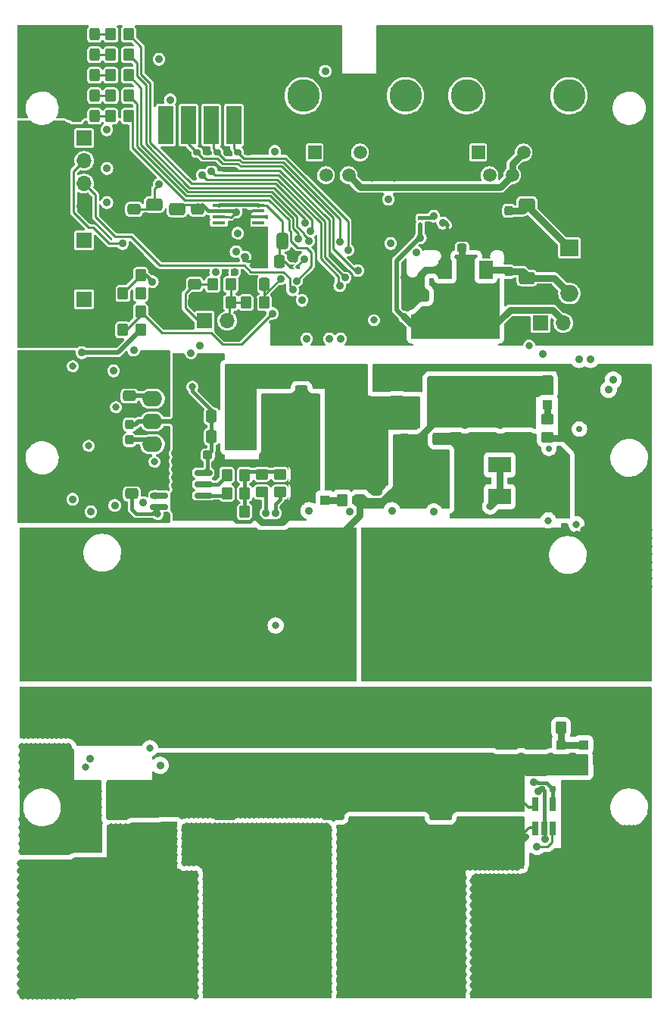
<source format=gbl>
G04 #@! TF.GenerationSoftware,KiCad,Pcbnew,(6.0.9)*
G04 #@! TF.CreationDate,2022-11-27T16:56:08-03:00*
G04 #@! TF.ProjectId,main,6d61696e-2e6b-4696-9361-645f70636258,rev?*
G04 #@! TF.SameCoordinates,Original*
G04 #@! TF.FileFunction,Copper,L4,Bot*
G04 #@! TF.FilePolarity,Positive*
%FSLAX46Y46*%
G04 Gerber Fmt 4.6, Leading zero omitted, Abs format (unit mm)*
G04 Created by KiCad (PCBNEW (6.0.9)) date 2022-11-27 16:56:08*
%MOMM*%
%LPD*%
G01*
G04 APERTURE LIST*
G04 Aperture macros list*
%AMRoundRect*
0 Rectangle with rounded corners*
0 $1 Rounding radius*
0 $2 $3 $4 $5 $6 $7 $8 $9 X,Y pos of 4 corners*
0 Add a 4 corners polygon primitive as box body*
4,1,4,$2,$3,$4,$5,$6,$7,$8,$9,$2,$3,0*
0 Add four circle primitives for the rounded corners*
1,1,$1+$1,$2,$3*
1,1,$1+$1,$4,$5*
1,1,$1+$1,$6,$7*
1,1,$1+$1,$8,$9*
0 Add four rect primitives between the rounded corners*
20,1,$1+$1,$2,$3,$4,$5,0*
20,1,$1+$1,$4,$5,$6,$7,0*
20,1,$1+$1,$6,$7,$8,$9,0*
20,1,$1+$1,$8,$9,$2,$3,0*%
%AMFreePoly0*
4,1,24,0.072828,0.253187,0.091931,0.247652,0.345931,0.044452,0.349258,0.038409,0.355301,0.035082,0.359977,0.018944,0.368082,0.004226,0.366162,-0.002400,0.368082,-0.009026,0.359977,-0.023744,0.355301,-0.039882,0.349258,-0.043209,0.345931,-0.049252,0.091931,-0.252452,0.072828,-0.257987,0.054449,-0.265600,-0.123351,-0.265600,-0.165777,-0.248026,-0.183351,-0.205600,-0.183351,0.200800,
-0.165777,0.243226,-0.123351,0.260800,0.054449,0.260800,0.072828,0.253187,0.072828,0.253187,$1*%
%AMFreePoly1*
4,1,40,0.141626,0.245626,0.159200,0.203200,0.159200,-0.203200,0.141626,-0.245626,0.099200,-0.263200,-0.256400,-0.263200,-0.259782,-0.261799,-0.263299,-0.262801,-0.280566,-0.253190,-0.298826,-0.245626,-0.300226,-0.242247,-0.303423,-0.240467,-0.308835,-0.221462,-0.316400,-0.203200,-0.314999,-0.199818,-0.316001,-0.196301,-0.306390,-0.179034,-0.298826,-0.160774,-0.295447,-0.159374,-0.293667,-0.156177,
-0.098668,-0.001638,-0.099200,0.000000,-0.098668,0.001638,-0.293667,0.156177,-0.295447,0.159374,-0.298826,0.160774,-0.306390,0.179034,-0.316001,0.196301,-0.314999,0.199818,-0.316400,0.203200,-0.308835,0.221462,-0.303423,0.240467,-0.300226,0.242247,-0.298826,0.245626,-0.280566,0.253190,-0.263299,0.262801,-0.259782,0.261799,-0.256400,0.263200,0.099200,0.263200,0.141626,0.245626,
0.141626,0.245626,$1*%
G04 Aperture macros list end*
G04 #@! TA.AperFunction,ComponentPad*
%ADD10O,2.250000X1.750000*%
G04 #@! TD*
G04 #@! TA.AperFunction,ComponentPad*
%ADD11R,2.250000X1.750000*%
G04 #@! TD*
G04 #@! TA.AperFunction,SMDPad,CuDef*
%ADD12C,0.300000*%
G04 #@! TD*
G04 #@! TA.AperFunction,ComponentPad*
%ADD13C,0.800000*%
G04 #@! TD*
G04 #@! TA.AperFunction,ComponentPad*
%ADD14R,13.000000X13.000000*%
G04 #@! TD*
G04 #@! TA.AperFunction,ComponentPad*
%ADD15R,1.700000X1.700000*%
G04 #@! TD*
G04 #@! TA.AperFunction,ComponentPad*
%ADD16O,1.700000X1.700000*%
G04 #@! TD*
G04 #@! TA.AperFunction,SMDPad,CuDef*
%ADD17RoundRect,0.250000X-0.350000X-0.450000X0.350000X-0.450000X0.350000X0.450000X-0.350000X0.450000X0*%
G04 #@! TD*
G04 #@! TA.AperFunction,SMDPad,CuDef*
%ADD18RoundRect,0.250000X0.350000X0.450000X-0.350000X0.450000X-0.350000X-0.450000X0.350000X-0.450000X0*%
G04 #@! TD*
G04 #@! TA.AperFunction,SMDPad,CuDef*
%ADD19RoundRect,0.250000X-0.337500X-0.475000X0.337500X-0.475000X0.337500X0.475000X-0.337500X0.475000X0*%
G04 #@! TD*
G04 #@! TA.AperFunction,SMDPad,CuDef*
%ADD20RoundRect,0.250000X-0.450000X0.350000X-0.450000X-0.350000X0.450000X-0.350000X0.450000X0.350000X0*%
G04 #@! TD*
G04 #@! TA.AperFunction,SMDPad,CuDef*
%ADD21RoundRect,0.250000X-0.412500X-0.650000X0.412500X-0.650000X0.412500X0.650000X-0.412500X0.650000X0*%
G04 #@! TD*
G04 #@! TA.AperFunction,SMDPad,CuDef*
%ADD22RoundRect,0.250000X0.650000X-0.412500X0.650000X0.412500X-0.650000X0.412500X-0.650000X-0.412500X0*%
G04 #@! TD*
G04 #@! TA.AperFunction,SMDPad,CuDef*
%ADD23FreePoly0,180.000000*%
G04 #@! TD*
G04 #@! TA.AperFunction,SMDPad,CuDef*
%ADD24FreePoly1,180.000000*%
G04 #@! TD*
G04 #@! TA.AperFunction,SMDPad,CuDef*
%ADD25R,2.500000X1.800000*%
G04 #@! TD*
G04 #@! TA.AperFunction,SMDPad,CuDef*
%ADD26RoundRect,0.249999X1.425001X-0.450001X1.425001X0.450001X-1.425001X0.450001X-1.425001X-0.450001X0*%
G04 #@! TD*
G04 #@! TA.AperFunction,SMDPad,CuDef*
%ADD27RoundRect,0.250000X-0.650000X0.412500X-0.650000X-0.412500X0.650000X-0.412500X0.650000X0.412500X0*%
G04 #@! TD*
G04 #@! TA.AperFunction,SMDPad,CuDef*
%ADD28RoundRect,0.250000X-1.000000X1.950000X-1.000000X-1.950000X1.000000X-1.950000X1.000000X1.950000X0*%
G04 #@! TD*
G04 #@! TA.AperFunction,SMDPad,CuDef*
%ADD29RoundRect,0.237500X-0.300000X-0.237500X0.300000X-0.237500X0.300000X0.237500X-0.300000X0.237500X0*%
G04 #@! TD*
G04 #@! TA.AperFunction,SMDPad,CuDef*
%ADD30RoundRect,0.250000X-0.475000X0.337500X-0.475000X-0.337500X0.475000X-0.337500X0.475000X0.337500X0*%
G04 #@! TD*
G04 #@! TA.AperFunction,SMDPad,CuDef*
%ADD31RoundRect,0.250000X-0.325000X-0.450000X0.325000X-0.450000X0.325000X0.450000X-0.325000X0.450000X0*%
G04 #@! TD*
G04 #@! TA.AperFunction,SMDPad,CuDef*
%ADD32R,1.100000X1.100000*%
G04 #@! TD*
G04 #@! TA.AperFunction,SMDPad,CuDef*
%ADD33RoundRect,0.250000X1.100000X-0.325000X1.100000X0.325000X-1.100000X0.325000X-1.100000X-0.325000X0*%
G04 #@! TD*
G04 #@! TA.AperFunction,SMDPad,CuDef*
%ADD34RoundRect,0.160000X0.222500X0.160000X-0.222500X0.160000X-0.222500X-0.160000X0.222500X-0.160000X0*%
G04 #@! TD*
G04 #@! TA.AperFunction,SMDPad,CuDef*
%ADD35RoundRect,0.150000X-0.825000X-0.150000X0.825000X-0.150000X0.825000X0.150000X-0.825000X0.150000X0*%
G04 #@! TD*
G04 #@! TA.AperFunction,SMDPad,CuDef*
%ADD36RoundRect,0.250000X0.475000X-0.337500X0.475000X0.337500X-0.475000X0.337500X-0.475000X-0.337500X0*%
G04 #@! TD*
G04 #@! TA.AperFunction,SMDPad,CuDef*
%ADD37RoundRect,0.249999X-1.425001X0.450001X-1.425001X-0.450001X1.425001X-0.450001X1.425001X0.450001X0*%
G04 #@! TD*
G04 #@! TA.AperFunction,SMDPad,CuDef*
%ADD38RoundRect,0.249999X-0.450001X-1.425001X0.450001X-1.425001X0.450001X1.425001X-0.450001X1.425001X0*%
G04 #@! TD*
G04 #@! TA.AperFunction,ComponentPad*
%ADD39R,2.000000X1.905000*%
G04 #@! TD*
G04 #@! TA.AperFunction,ComponentPad*
%ADD40O,2.000000X1.905000*%
G04 #@! TD*
G04 #@! TA.AperFunction,SMDPad,CuDef*
%ADD41RoundRect,0.237500X-0.237500X0.300000X-0.237500X-0.300000X0.237500X-0.300000X0.237500X0.300000X0*%
G04 #@! TD*
G04 #@! TA.AperFunction,WasherPad*
%ADD42C,3.650000*%
G04 #@! TD*
G04 #@! TA.AperFunction,ComponentPad*
%ADD43R,1.500000X1.500000*%
G04 #@! TD*
G04 #@! TA.AperFunction,ComponentPad*
%ADD44C,1.500000*%
G04 #@! TD*
G04 #@! TA.AperFunction,ComponentPad*
%ADD45C,2.500000*%
G04 #@! TD*
G04 #@! TA.AperFunction,SMDPad,CuDef*
%ADD46RoundRect,0.237500X0.237500X-0.300000X0.237500X0.300000X-0.237500X0.300000X-0.237500X-0.300000X0*%
G04 #@! TD*
G04 #@! TA.AperFunction,SMDPad,CuDef*
%ADD47R,1.800000X2.500000*%
G04 #@! TD*
G04 #@! TA.AperFunction,SMDPad,CuDef*
%ADD48R,0.650000X1.560000*%
G04 #@! TD*
G04 #@! TA.AperFunction,SMDPad,CuDef*
%ADD49RoundRect,0.155000X0.212500X0.155000X-0.212500X0.155000X-0.212500X-0.155000X0.212500X-0.155000X0*%
G04 #@! TD*
G04 #@! TA.AperFunction,SMDPad,CuDef*
%ADD50R,1.700000X4.240000*%
G04 #@! TD*
G04 #@! TA.AperFunction,SMDPad,CuDef*
%ADD51RoundRect,0.250000X0.450000X-0.350000X0.450000X0.350000X-0.450000X0.350000X-0.450000X-0.350000X0*%
G04 #@! TD*
G04 #@! TA.AperFunction,SMDPad,CuDef*
%ADD52RoundRect,0.160000X-0.160000X0.222500X-0.160000X-0.222500X0.160000X-0.222500X0.160000X0.222500X0*%
G04 #@! TD*
G04 #@! TA.AperFunction,SMDPad,CuDef*
%ADD53R,1.450000X0.450000*%
G04 #@! TD*
G04 #@! TA.AperFunction,SMDPad,CuDef*
%ADD54R,1.500000X2.000000*%
G04 #@! TD*
G04 #@! TA.AperFunction,SMDPad,CuDef*
%ADD55R,3.800000X2.000000*%
G04 #@! TD*
G04 #@! TA.AperFunction,SMDPad,CuDef*
%ADD56RoundRect,0.250000X0.337500X0.475000X-0.337500X0.475000X-0.337500X-0.475000X0.337500X-0.475000X0*%
G04 #@! TD*
G04 #@! TA.AperFunction,SMDPad,CuDef*
%ADD57FreePoly0,90.000000*%
G04 #@! TD*
G04 #@! TA.AperFunction,SMDPad,CuDef*
%ADD58FreePoly1,90.000000*%
G04 #@! TD*
G04 #@! TA.AperFunction,ViaPad*
%ADD59C,0.900000*%
G04 #@! TD*
G04 #@! TA.AperFunction,ViaPad*
%ADD60C,0.800000*%
G04 #@! TD*
G04 #@! TA.AperFunction,ViaPad*
%ADD61C,0.700000*%
G04 #@! TD*
G04 #@! TA.AperFunction,Conductor*
%ADD62C,0.762000*%
G04 #@! TD*
G04 #@! TA.AperFunction,Conductor*
%ADD63C,0.381000*%
G04 #@! TD*
G04 #@! TA.AperFunction,Conductor*
%ADD64C,0.508000*%
G04 #@! TD*
G04 #@! TA.AperFunction,Conductor*
%ADD65C,0.254000*%
G04 #@! TD*
G04 #@! TA.AperFunction,Conductor*
%ADD66C,3.000000*%
G04 #@! TD*
G04 #@! TA.AperFunction,Conductor*
%ADD67C,0.250000*%
G04 #@! TD*
G04 APERTURE END LIST*
G36*
X61362400Y-105757600D02*
G01*
X61065600Y-105757600D01*
X61065600Y-105113200D01*
X61362400Y-105113200D01*
X61362400Y-105757600D01*
G37*
G36*
X39463600Y-109368400D02*
G01*
X38819200Y-109368400D01*
X38819200Y-109071600D01*
X39463600Y-109071600D01*
X39463600Y-109368400D01*
G37*
G36*
X70959600Y-172614400D02*
G01*
X70315200Y-172614400D01*
X70315200Y-172317600D01*
X70959600Y-172317600D01*
X70959600Y-172614400D01*
G37*
G36*
X39412800Y-103780400D02*
G01*
X38768400Y-103780400D01*
X38768400Y-103483600D01*
X39412800Y-103483600D01*
X39412800Y-103780400D01*
G37*
G36*
X36923600Y-104415400D02*
G01*
X36279200Y-104415400D01*
X36279200Y-104118600D01*
X36923600Y-104118600D01*
X36923600Y-104415400D01*
G37*
G36*
X70959600Y-170328400D02*
G01*
X70315200Y-170328400D01*
X70315200Y-170031600D01*
X70959600Y-170031600D01*
X70959600Y-170328400D01*
G37*
D10*
X28215500Y-129617500D03*
X28215500Y-127077500D03*
X28215500Y-124537500D03*
D11*
X28215500Y-121997500D03*
D12*
X61214000Y-105765600D03*
X61214000Y-105105200D03*
D13*
X72680000Y-189965400D03*
X72680000Y-180058800D03*
X66440000Y-189064800D03*
X69820000Y-178707900D03*
X75540000Y-190415700D03*
X68520000Y-190866000D03*
X74760000Y-180959400D03*
X74240000Y-181860000D03*
X67220000Y-190415700D03*
X66700000Y-186813300D03*
X74760000Y-182760600D03*
X72680000Y-180959400D03*
X66960000Y-189064800D03*
X74240000Y-190866000D03*
X67220000Y-181409700D03*
X67220000Y-184111500D03*
X76840000Y-190866000D03*
X75020000Y-180509100D03*
X74240000Y-182760600D03*
X76060000Y-179608500D03*
X70340000Y-187713900D03*
X72940000Y-183210900D03*
X65400000Y-182760600D03*
X69820000Y-187713900D03*
X70600000Y-181860000D03*
X68780000Y-180509100D03*
X67480000Y-183661200D03*
X74500000Y-182310300D03*
X76580000Y-182310300D03*
X68520000Y-186363000D03*
X72940000Y-179608500D03*
X66700000Y-185912700D03*
X77100000Y-182310300D03*
X75540000Y-185912700D03*
X66440000Y-188164200D03*
X74760000Y-190866000D03*
X73460000Y-189515100D03*
X72160000Y-180959400D03*
X66440000Y-190866000D03*
X75020000Y-186813300D03*
X73720000Y-185462400D03*
X70340000Y-178707900D03*
X65140000Y-181409700D03*
X76320000Y-189064800D03*
X68520000Y-180058800D03*
X76840000Y-179158200D03*
X73720000Y-187263600D03*
X69300000Y-186813300D03*
X66180000Y-180509100D03*
X75540000Y-186813300D03*
X71380000Y-188614500D03*
X67480000Y-181860000D03*
X73200000Y-179158200D03*
X68780000Y-181409700D03*
X72160000Y-187263600D03*
X76840000Y-189965400D03*
X74240000Y-187263600D03*
X66440000Y-185462400D03*
X68000000Y-183661200D03*
X68000000Y-188164200D03*
X74500000Y-186813300D03*
X68260000Y-178707900D03*
X73720000Y-181860000D03*
D14*
X71120000Y-184800000D03*
D13*
X71640000Y-180959400D03*
X65660000Y-190415700D03*
X70860000Y-178707900D03*
X73980000Y-181409700D03*
X74500000Y-187713900D03*
X67220000Y-179608500D03*
X68000000Y-179158200D03*
X67480000Y-188164200D03*
X74760000Y-181860000D03*
X64880000Y-184561800D03*
X73460000Y-188614500D03*
X65140000Y-190415700D03*
X76320000Y-189965400D03*
X73720000Y-188164200D03*
X69300000Y-182310300D03*
X64880000Y-190866000D03*
X66960000Y-183661200D03*
X66960000Y-182760600D03*
X74760000Y-184561800D03*
X71900000Y-182310300D03*
X67740000Y-185012100D03*
X69560000Y-180959400D03*
X74500000Y-190415700D03*
X73720000Y-190866000D03*
X74760000Y-186363000D03*
X65400000Y-187263600D03*
X65140000Y-188614500D03*
X71120000Y-187263600D03*
X64880000Y-188164200D03*
X69820000Y-181409700D03*
X73200000Y-188164200D03*
X70080000Y-187263600D03*
X65920000Y-188164200D03*
X73980000Y-187713900D03*
X71380000Y-179608500D03*
X65920000Y-179158200D03*
X69820000Y-189515100D03*
X69560000Y-188164200D03*
X74500000Y-189515100D03*
X72160000Y-179158200D03*
X64880000Y-182760600D03*
X71900000Y-179608500D03*
X66700000Y-180509100D03*
X76840000Y-180058800D03*
X76320000Y-180058800D03*
X66960000Y-179158200D03*
X77360000Y-189965400D03*
X69040000Y-186363000D03*
X71380000Y-189515100D03*
X70860000Y-187713900D03*
X71900000Y-181409700D03*
X72940000Y-180509100D03*
X69300000Y-178707900D03*
X75280000Y-180058800D03*
X69040000Y-182760600D03*
X71120000Y-189965400D03*
X76320000Y-185462400D03*
X66180000Y-182310300D03*
X72940000Y-189515100D03*
X74760000Y-180058800D03*
X69040000Y-179158200D03*
X66440000Y-186363000D03*
X69300000Y-188614500D03*
X67740000Y-179608500D03*
X75800000Y-184561800D03*
X68780000Y-185912700D03*
X73460000Y-185912700D03*
X69040000Y-189965400D03*
X68000000Y-186363000D03*
X73200000Y-189965400D03*
X76060000Y-189515100D03*
X72680000Y-188164200D03*
X66960000Y-184561800D03*
X67220000Y-185912700D03*
X75540000Y-180509100D03*
X75280000Y-189064800D03*
X66440000Y-182760600D03*
X66960000Y-189965400D03*
X64880000Y-186363000D03*
X67220000Y-180509100D03*
X67220000Y-185012100D03*
X65920000Y-190866000D03*
X73720000Y-189965400D03*
X71900000Y-188614500D03*
X70080000Y-188164200D03*
X66180000Y-190415700D03*
X73980000Y-186813300D03*
X69300000Y-189515100D03*
X65400000Y-186363000D03*
X70600000Y-188164200D03*
X65920000Y-187263600D03*
X65660000Y-188614500D03*
X75800000Y-187263600D03*
X70600000Y-189965400D03*
X69300000Y-181409700D03*
X65400000Y-190866000D03*
X68260000Y-187713900D03*
X70080000Y-179158200D03*
X70600000Y-189064800D03*
X74760000Y-187263600D03*
X70080000Y-180959400D03*
X73460000Y-183210900D03*
X70080000Y-189965400D03*
X71900000Y-189515100D03*
X67740000Y-182310300D03*
X66700000Y-189515100D03*
X68780000Y-184111500D03*
X64880000Y-185462400D03*
X72940000Y-187713900D03*
X65920000Y-184561800D03*
X67480000Y-180959400D03*
X68000000Y-180058800D03*
X69820000Y-182310300D03*
X73460000Y-186813300D03*
X68520000Y-188164200D03*
X69560000Y-182760600D03*
X64880000Y-180959400D03*
X75800000Y-180058800D03*
X71640000Y-190866000D03*
X66440000Y-187263600D03*
X76580000Y-187713900D03*
X71640000Y-188164200D03*
X76320000Y-183661200D03*
X70860000Y-181409700D03*
X77100000Y-179608500D03*
X75020000Y-181409700D03*
X73200000Y-180058800D03*
X71120000Y-190866000D03*
X70860000Y-189515100D03*
X73980000Y-184111500D03*
X73460000Y-184111500D03*
X76320000Y-184561800D03*
X75280000Y-186363000D03*
X71640000Y-180058800D03*
X66700000Y-182310300D03*
X68260000Y-182310300D03*
X76580000Y-185012100D03*
X77360000Y-182760600D03*
X67740000Y-180509100D03*
X73980000Y-180509100D03*
X65920000Y-189064800D03*
X67480000Y-187263600D03*
X70600000Y-187263600D03*
X68520000Y-180959400D03*
X66700000Y-179608500D03*
X69560000Y-190866000D03*
X77360000Y-186363000D03*
X68780000Y-190415700D03*
X67480000Y-184561800D03*
X66440000Y-189965400D03*
X74500000Y-181409700D03*
X72680000Y-189064800D03*
X69040000Y-188164200D03*
X68780000Y-187713900D03*
X72420000Y-182310300D03*
X65140000Y-189515100D03*
X75800000Y-186363000D03*
X74760000Y-189965400D03*
X73720000Y-189064800D03*
X66180000Y-178707900D03*
X75280000Y-180959400D03*
X68000000Y-181860000D03*
X71640000Y-189965400D03*
X76060000Y-190415700D03*
X70600000Y-180058800D03*
X75020000Y-178707900D03*
X66440000Y-179158200D03*
X70860000Y-180509100D03*
X74500000Y-183210900D03*
X73720000Y-184561800D03*
X70860000Y-190415700D03*
X73200000Y-189064800D03*
X65660000Y-178707900D03*
X67480000Y-180058800D03*
X68260000Y-185912700D03*
X67740000Y-181409700D03*
X65660000Y-185912700D03*
X77100000Y-180509100D03*
X75020000Y-187713900D03*
X72160000Y-189064800D03*
X71380000Y-181409700D03*
X72420000Y-180509100D03*
X77360000Y-180959400D03*
X67740000Y-184111500D03*
X67740000Y-188614500D03*
X75020000Y-182310300D03*
X75020000Y-184111500D03*
X67480000Y-189965400D03*
X68520000Y-179158200D03*
X69300000Y-187713900D03*
X76060000Y-187713900D03*
X69040000Y-180058800D03*
X76580000Y-184111500D03*
X70080000Y-190866000D03*
X66700000Y-190415700D03*
X71900000Y-190415700D03*
X72420000Y-187713900D03*
X76060000Y-181409700D03*
X74500000Y-179608500D03*
X74240000Y-186363000D03*
X65920000Y-180959400D03*
X72160000Y-180058800D03*
X77360000Y-180058800D03*
X76580000Y-188614500D03*
X73460000Y-182310300D03*
X66700000Y-183210900D03*
X66180000Y-188614500D03*
X71380000Y-178707900D03*
X66440000Y-180959400D03*
X69820000Y-190415700D03*
X74760000Y-179158200D03*
X76840000Y-180959400D03*
X73200000Y-180959400D03*
X75540000Y-178707900D03*
X72160000Y-181860000D03*
X64880000Y-181860000D03*
X72420000Y-178707900D03*
X73460000Y-181409700D03*
X75540000Y-184111500D03*
X72940000Y-182310300D03*
X66960000Y-181860000D03*
X66180000Y-185012100D03*
X70080000Y-180058800D03*
X68260000Y-180509100D03*
X76580000Y-190415700D03*
X71120000Y-180058800D03*
X73200000Y-183661200D03*
X73980000Y-183210900D03*
X65400000Y-181860000D03*
X70080000Y-189064800D03*
X64880000Y-187263600D03*
X69040000Y-181860000D03*
X66960000Y-188164200D03*
X65660000Y-182310300D03*
X73720000Y-179158200D03*
X68520000Y-189064800D03*
X67480000Y-189064800D03*
X65660000Y-185012100D03*
X76840000Y-185462400D03*
X66700000Y-188614500D03*
X72420000Y-179608500D03*
X70600000Y-179158200D03*
X66180000Y-185912700D03*
X75020000Y-189515100D03*
X76060000Y-180509100D03*
X77360000Y-184561800D03*
X76840000Y-189064800D03*
X65920000Y-186363000D03*
X66700000Y-187713900D03*
X72420000Y-189515100D03*
X69040000Y-187263600D03*
X77100000Y-181409700D03*
X74500000Y-184111500D03*
X69820000Y-179608500D03*
X76060000Y-185012100D03*
X65140000Y-186813300D03*
X73980000Y-185012100D03*
X71900000Y-187713900D03*
X67480000Y-179158200D03*
X72420000Y-188614500D03*
X67740000Y-186813300D03*
X75280000Y-189965400D03*
X68780000Y-188614500D03*
X70340000Y-189515100D03*
X65140000Y-187713900D03*
X65400000Y-189064800D03*
X75540000Y-182310300D03*
X75280000Y-182760600D03*
X74500000Y-185912700D03*
X68780000Y-178707900D03*
X71120000Y-181860000D03*
X69820000Y-180509100D03*
X65660000Y-186813300D03*
X65400000Y-183661200D03*
X68000000Y-189965400D03*
X66180000Y-183210900D03*
X72420000Y-181409700D03*
X77100000Y-188614500D03*
X76840000Y-183661200D03*
X75540000Y-183210900D03*
X74240000Y-179158200D03*
X70340000Y-179608500D03*
X76060000Y-185912700D03*
X65660000Y-183210900D03*
X66440000Y-184561800D03*
X67740000Y-178707900D03*
X75540000Y-187713900D03*
X71120000Y-189064800D03*
X74500000Y-188614500D03*
X66960000Y-187263600D03*
X68000000Y-190866000D03*
X66700000Y-184111500D03*
X66960000Y-185462400D03*
X66180000Y-184111500D03*
X69820000Y-188614500D03*
X65660000Y-179608500D03*
X76840000Y-181860000D03*
X67220000Y-188614500D03*
X77360000Y-187263600D03*
X76840000Y-184561800D03*
X77100000Y-186813300D03*
X75800000Y-182760600D03*
X66180000Y-187713900D03*
X74500000Y-178707900D03*
X70860000Y-188614500D03*
X72160000Y-190866000D03*
X75540000Y-181409700D03*
X74240000Y-189965400D03*
X65140000Y-184111500D03*
X74500000Y-185012100D03*
X68000000Y-180959400D03*
X69040000Y-180959400D03*
X68260000Y-188614500D03*
X68260000Y-179608500D03*
X64880000Y-183661200D03*
X69560000Y-181860000D03*
X67740000Y-190415700D03*
X73980000Y-188614500D03*
X71900000Y-180509100D03*
X64880000Y-179158200D03*
X72420000Y-190415700D03*
X65920000Y-182760600D03*
X75020000Y-183210900D03*
X76840000Y-187263600D03*
X70340000Y-188614500D03*
X75020000Y-190415700D03*
X77360000Y-188164200D03*
X70080000Y-181860000D03*
X68260000Y-185012100D03*
X68260000Y-183210900D03*
X68780000Y-189515100D03*
X66960000Y-180959400D03*
X68260000Y-181409700D03*
X71380000Y-190415700D03*
X68520000Y-181860000D03*
X68260000Y-186813300D03*
X69300000Y-179608500D03*
X72680000Y-179158200D03*
X73460000Y-190415700D03*
X75800000Y-189965400D03*
X76320000Y-186363000D03*
X75020000Y-185012100D03*
X68520000Y-182760600D03*
X68000000Y-189064800D03*
X67480000Y-185462400D03*
X77100000Y-189515100D03*
X75540000Y-185012100D03*
X76320000Y-182760600D03*
X70600000Y-180959400D03*
X71120000Y-179158200D03*
X75800000Y-181860000D03*
X74760000Y-183661200D03*
X75800000Y-183661200D03*
X74240000Y-189064800D03*
X66960000Y-180058800D03*
X73980000Y-189515100D03*
X77100000Y-185012100D03*
X76840000Y-182760600D03*
X65660000Y-180509100D03*
X72940000Y-190415700D03*
X69040000Y-190866000D03*
X77360000Y-185462400D03*
X75280000Y-181860000D03*
X66700000Y-178707900D03*
X75540000Y-179608500D03*
X73460000Y-180509100D03*
X67220000Y-187713900D03*
X66960000Y-190866000D03*
X74240000Y-184561800D03*
X65920000Y-180058800D03*
X65660000Y-187713900D03*
X71380000Y-187713900D03*
X68780000Y-179608500D03*
X77360000Y-179158200D03*
X65140000Y-179608500D03*
X77360000Y-183661200D03*
X77100000Y-178707900D03*
X71640000Y-189064800D03*
X75540000Y-189515100D03*
X73980000Y-185912700D03*
X76320000Y-187263600D03*
X66180000Y-186813300D03*
X76840000Y-188164200D03*
X75280000Y-190866000D03*
X75280000Y-188164200D03*
X69560000Y-179158200D03*
X73720000Y-186363000D03*
X70340000Y-182310300D03*
X76580000Y-189515100D03*
X72940000Y-186813300D03*
X73200000Y-181860000D03*
X74240000Y-180058800D03*
X72940000Y-188614500D03*
X71380000Y-182310300D03*
X65400000Y-189965400D03*
X65920000Y-183661200D03*
X66440000Y-180058800D03*
X71120000Y-188164200D03*
X66700000Y-185012100D03*
X73720000Y-182760600D03*
X65400000Y-179158200D03*
X67220000Y-178707900D03*
X71380000Y-180509100D03*
X68520000Y-183661200D03*
X77100000Y-190415700D03*
X72160000Y-188164200D03*
X67220000Y-182310300D03*
X75020000Y-188614500D03*
X75280000Y-184561800D03*
X75800000Y-180959400D03*
X75280000Y-185462400D03*
X75280000Y-179158200D03*
X65140000Y-180509100D03*
X70600000Y-190866000D03*
X69560000Y-180058800D03*
X76060000Y-188614500D03*
X73460000Y-178707900D03*
X65140000Y-185012100D03*
X76060000Y-183210900D03*
X75020000Y-179608500D03*
X68000000Y-182760600D03*
X65660000Y-189515100D03*
X76320000Y-188164200D03*
X70860000Y-179608500D03*
X64880000Y-180058800D03*
X74240000Y-185462400D03*
X73980000Y-182310300D03*
X64880000Y-189965400D03*
X74760000Y-185462400D03*
X72680000Y-181860000D03*
X73720000Y-183661200D03*
X67480000Y-186363000D03*
X65140000Y-185912700D03*
X73720000Y-180959400D03*
X66700000Y-181409700D03*
X68260000Y-190415700D03*
X65920000Y-181860000D03*
X76580000Y-178707900D03*
X73720000Y-180058800D03*
X77360000Y-181860000D03*
X75800000Y-188164200D03*
X75540000Y-188614500D03*
X65400000Y-184561800D03*
X71640000Y-181860000D03*
X76580000Y-179608500D03*
X75800000Y-185462400D03*
X72940000Y-181409700D03*
X66180000Y-179608500D03*
X76580000Y-186813300D03*
X73200000Y-187263600D03*
X76320000Y-180959400D03*
X65400000Y-180058800D03*
X65920000Y-189965400D03*
X73200000Y-186363000D03*
X70340000Y-190415700D03*
X71900000Y-178707900D03*
X76580000Y-181409700D03*
X77100000Y-185912700D03*
X72680000Y-182760600D03*
X66440000Y-183661200D03*
X69560000Y-189064800D03*
X75280000Y-183661200D03*
X69040000Y-183661200D03*
X68000000Y-185462400D03*
X74240000Y-188164200D03*
X68780000Y-182310300D03*
X65660000Y-184111500D03*
X69560000Y-189965400D03*
X71640000Y-187263600D03*
X73980000Y-179608500D03*
X68260000Y-184111500D03*
X67740000Y-187713900D03*
X69300000Y-183210900D03*
X65920000Y-185462400D03*
X65660000Y-181409700D03*
X77100000Y-184111500D03*
X68000000Y-187263600D03*
X75280000Y-187263600D03*
X65140000Y-182310300D03*
X75800000Y-179158200D03*
X76580000Y-180509100D03*
X65400000Y-185462400D03*
X67480000Y-182760600D03*
X67220000Y-189515100D03*
X69300000Y-180509100D03*
X77100000Y-183210900D03*
X76320000Y-190866000D03*
X65140000Y-178707900D03*
X74240000Y-183661200D03*
X74760000Y-188164200D03*
X77100000Y-187713900D03*
X69560000Y-187263600D03*
X73980000Y-190415700D03*
X66180000Y-189515100D03*
X68260000Y-189515100D03*
X75020000Y-185912700D03*
X68000000Y-184561800D03*
X76060000Y-182310300D03*
X77360000Y-190866000D03*
X68520000Y-184561800D03*
X71120000Y-180959400D03*
X76320000Y-179158200D03*
X72940000Y-178707900D03*
X67220000Y-183210900D03*
X68780000Y-186813300D03*
X76060000Y-186813300D03*
X72680000Y-190866000D03*
X74760000Y-189064800D03*
X73460000Y-179608500D03*
X77360000Y-189064800D03*
X67480000Y-190866000D03*
X65400000Y-188164200D03*
X69040000Y-189064800D03*
X76840000Y-186363000D03*
X76320000Y-181860000D03*
X64880000Y-189064800D03*
X76060000Y-184111500D03*
X76580000Y-183210900D03*
X75800000Y-190866000D03*
X68520000Y-185462400D03*
X65140000Y-183210900D03*
X67740000Y-189515100D03*
X66960000Y-186363000D03*
X70860000Y-182310300D03*
X73200000Y-190866000D03*
X65400000Y-180959400D03*
X70340000Y-180509100D03*
X67740000Y-185912700D03*
X69300000Y-190415700D03*
X73980000Y-178707900D03*
X74240000Y-180959400D03*
X76580000Y-185912700D03*
X68780000Y-183210900D03*
X72680000Y-187263600D03*
X70340000Y-181409700D03*
X72160000Y-189965400D03*
X67740000Y-183210900D03*
X71640000Y-179158200D03*
X68520000Y-187263600D03*
X74500000Y-180509100D03*
X76060000Y-178707900D03*
X66440000Y-181860000D03*
X73200000Y-182760600D03*
X75800000Y-189064800D03*
X67220000Y-186813300D03*
X68520000Y-189965400D03*
X66180000Y-181409700D03*
X73460000Y-187713900D03*
D15*
X20574000Y-113408000D03*
D16*
X20574000Y-115948000D03*
D13*
X31882000Y-187263600D03*
X20182000Y-183210900D03*
X25642000Y-180959400D03*
X28502000Y-184111500D03*
X30062000Y-190415700D03*
X31102000Y-182310300D03*
X23822000Y-181409700D03*
X23042000Y-180058800D03*
X27722000Y-189064800D03*
X31882000Y-181860000D03*
X23822000Y-185912700D03*
X19922000Y-181860000D03*
X21482000Y-185462400D03*
X24862000Y-188614500D03*
X29802000Y-184561800D03*
X24342000Y-190415700D03*
X30062000Y-188614500D03*
X20182000Y-184111500D03*
X25122000Y-189965400D03*
X30582000Y-183210900D03*
X29542000Y-184111500D03*
X30842000Y-179158200D03*
X20962000Y-189965400D03*
X32402000Y-186363000D03*
X31622000Y-181409700D03*
X23042000Y-187263600D03*
X29282000Y-184561800D03*
X23562000Y-184561800D03*
X30322000Y-189965400D03*
X22262000Y-188614500D03*
X21222000Y-181409700D03*
X19922000Y-183661200D03*
X26682000Y-189064800D03*
X24862000Y-190415700D03*
X30062000Y-178707900D03*
X29802000Y-189064800D03*
X31362000Y-189965400D03*
X30582000Y-179608500D03*
X22262000Y-185912700D03*
X32142000Y-181409700D03*
X27462000Y-187713900D03*
X20442000Y-186363000D03*
X28762000Y-189965400D03*
X22002000Y-182760600D03*
X22522000Y-183661200D03*
X24082000Y-180959400D03*
X26422000Y-178707900D03*
X26162000Y-187263600D03*
X28502000Y-189515100D03*
X23822000Y-178707900D03*
X28502000Y-182310300D03*
X25382000Y-180509100D03*
X27982000Y-190415700D03*
X20962000Y-189064800D03*
X25642000Y-188164200D03*
X23822000Y-184111500D03*
X27982000Y-180509100D03*
X22522000Y-180058800D03*
X26682000Y-190866000D03*
X31102000Y-178707900D03*
X25902000Y-188614500D03*
X26942000Y-190415700D03*
X20702000Y-179608500D03*
X29022000Y-186813300D03*
X29542000Y-190415700D03*
X32142000Y-184111500D03*
X26942000Y-181409700D03*
X23302000Y-181409700D03*
X22782000Y-189515100D03*
X29282000Y-180058800D03*
X22522000Y-179158200D03*
X24342000Y-180509100D03*
X29022000Y-182310300D03*
X20442000Y-189965400D03*
X30842000Y-180959400D03*
X23822000Y-190415700D03*
X30582000Y-184111500D03*
X32402000Y-185462400D03*
X22262000Y-178707900D03*
X31622000Y-182310300D03*
X26162000Y-190866000D03*
X21482000Y-186363000D03*
X29282000Y-189965400D03*
X26682000Y-179158200D03*
X25902000Y-181409700D03*
X29542000Y-180509100D03*
X26942000Y-188614500D03*
X23822000Y-183210900D03*
X26942000Y-189515100D03*
X29282000Y-181860000D03*
X32142000Y-186813300D03*
X24602000Y-187263600D03*
X29022000Y-189515100D03*
X30842000Y-186363000D03*
X22782000Y-179608500D03*
X25122000Y-179158200D03*
X30062000Y-182310300D03*
X25902000Y-189515100D03*
X23302000Y-178707900D03*
X31882000Y-184561800D03*
X29022000Y-184111500D03*
X22522000Y-182760600D03*
X30582000Y-189515100D03*
X21482000Y-181860000D03*
X25382000Y-182310300D03*
X30322000Y-187263600D03*
X31362000Y-189064800D03*
X30322000Y-180058800D03*
X22522000Y-184561800D03*
X20962000Y-184561800D03*
X20442000Y-180959400D03*
X22782000Y-187713900D03*
X30582000Y-185912700D03*
X23042000Y-183661200D03*
X21482000Y-190866000D03*
X23042000Y-180959400D03*
X21222000Y-188614500D03*
X20182000Y-185912700D03*
X23042000Y-185462400D03*
X20182000Y-185012100D03*
X30842000Y-183661200D03*
X30322000Y-179158200D03*
X21222000Y-187713900D03*
X31882000Y-189064800D03*
X25642000Y-189064800D03*
X31882000Y-190866000D03*
X29022000Y-190415700D03*
X29802000Y-188164200D03*
X27462000Y-182310300D03*
X21222000Y-186813300D03*
X22262000Y-183210900D03*
X22782000Y-188614500D03*
X26422000Y-188614500D03*
X30842000Y-187263600D03*
X20702000Y-181409700D03*
X24082000Y-187263600D03*
X22522000Y-187263600D03*
X29022000Y-185912700D03*
X27462000Y-189515100D03*
X27982000Y-187713900D03*
X29802000Y-190866000D03*
X21482000Y-188164200D03*
X28762000Y-187263600D03*
X27722000Y-189965400D03*
X28242000Y-187263600D03*
X27462000Y-188614500D03*
X23822000Y-186813300D03*
X29022000Y-185012100D03*
X29282000Y-188164200D03*
X30322000Y-186363000D03*
X25902000Y-180509100D03*
X24342000Y-183210900D03*
X23302000Y-180509100D03*
X26162000Y-188164200D03*
X31102000Y-187713900D03*
X28502000Y-188614500D03*
X28242000Y-182760600D03*
X29802000Y-180058800D03*
X32142000Y-188614500D03*
X20442000Y-180058800D03*
X22002000Y-185462400D03*
X20962000Y-182760600D03*
X21222000Y-185012100D03*
X20702000Y-184111500D03*
X24602000Y-180959400D03*
X28762000Y-180959400D03*
X23042000Y-184561800D03*
X21482000Y-182760600D03*
X30062000Y-184111500D03*
X22002000Y-188164200D03*
X23302000Y-182310300D03*
X30842000Y-185462400D03*
X25122000Y-180959400D03*
X20962000Y-187263600D03*
X30062000Y-189515100D03*
D14*
X26162000Y-184800000D03*
D13*
X29542000Y-181409700D03*
X24602000Y-189965400D03*
X31362000Y-185462400D03*
X29802000Y-187263600D03*
X27202000Y-189965400D03*
X28242000Y-181860000D03*
X23042000Y-190866000D03*
X20702000Y-178707900D03*
X27722000Y-180959400D03*
X24082000Y-186363000D03*
X29282000Y-187263600D03*
X21222000Y-179608500D03*
X28762000Y-180058800D03*
X20442000Y-182760600D03*
X30322000Y-183661200D03*
X24602000Y-180058800D03*
X20442000Y-190866000D03*
X31882000Y-188164200D03*
X29282000Y-183661200D03*
X24862000Y-187713900D03*
X31362000Y-181860000D03*
X31622000Y-185912700D03*
X20182000Y-181409700D03*
X29282000Y-185462400D03*
X28242000Y-183661200D03*
X23822000Y-179608500D03*
X20182000Y-180509100D03*
X24342000Y-186813300D03*
X22522000Y-186363000D03*
X27202000Y-188164200D03*
X31882000Y-189965400D03*
X31102000Y-185012100D03*
X20702000Y-183210900D03*
X24082000Y-183661200D03*
X22002000Y-189965400D03*
X23042000Y-186363000D03*
X28502000Y-180509100D03*
X27462000Y-181409700D03*
X32142000Y-182310300D03*
X31362000Y-183661200D03*
X20442000Y-184561800D03*
X24342000Y-179608500D03*
X24602000Y-188164200D03*
X31362000Y-186363000D03*
X31622000Y-180509100D03*
X30582000Y-190415700D03*
X21222000Y-184111500D03*
X26942000Y-180509100D03*
X24862000Y-189515100D03*
X31362000Y-187263600D03*
X29022000Y-188614500D03*
X26162000Y-179158200D03*
X24082000Y-188164200D03*
X29542000Y-187713900D03*
X31102000Y-180509100D03*
X21222000Y-189515100D03*
X32402000Y-188164200D03*
X23562000Y-182760600D03*
X20442000Y-181860000D03*
X19922000Y-180959400D03*
X31882000Y-182760600D03*
X32142000Y-190415700D03*
X23302000Y-188614500D03*
X24862000Y-180509100D03*
X27202000Y-190866000D03*
X25382000Y-188614500D03*
X28502000Y-190415700D03*
X29542000Y-185912700D03*
X32142000Y-189515100D03*
X26682000Y-180959400D03*
X31362000Y-184561800D03*
X31362000Y-188164200D03*
X25122000Y-190866000D03*
X29542000Y-179608500D03*
X23042000Y-188164200D03*
X29542000Y-183210900D03*
X24862000Y-179608500D03*
X31622000Y-184111500D03*
X21482000Y-184561800D03*
X24342000Y-178707900D03*
X32402000Y-180058800D03*
X22522000Y-181860000D03*
X32402000Y-190866000D03*
X28762000Y-190866000D03*
X28762000Y-185462400D03*
X24082000Y-190866000D03*
X22262000Y-182310300D03*
X30842000Y-189965400D03*
X23042000Y-179158200D03*
X21482000Y-180058800D03*
X29282000Y-189064800D03*
X24342000Y-182310300D03*
X19922000Y-185462400D03*
X22262000Y-181409700D03*
X21482000Y-189965400D03*
X22002000Y-183661200D03*
X26942000Y-179608500D03*
X23042000Y-189064800D03*
X24082000Y-179158200D03*
X31102000Y-179608500D03*
X27982000Y-182310300D03*
X28762000Y-181860000D03*
X32142000Y-185912700D03*
X22262000Y-189515100D03*
X23042000Y-181860000D03*
X25902000Y-179608500D03*
X20442000Y-188164200D03*
X22782000Y-182310300D03*
X22262000Y-185012100D03*
X25382000Y-187713900D03*
X24342000Y-181409700D03*
X26162000Y-189064800D03*
X29282000Y-182760600D03*
X19922000Y-188164200D03*
X23562000Y-189965400D03*
X30842000Y-184561800D03*
X28762000Y-188164200D03*
X20182000Y-178707900D03*
X22782000Y-180509100D03*
X26942000Y-178707900D03*
X30842000Y-190866000D03*
X25122000Y-181860000D03*
X29542000Y-185012100D03*
X22782000Y-185912700D03*
X30062000Y-179608500D03*
X29022000Y-181409700D03*
X21742000Y-179608500D03*
X27202000Y-189064800D03*
X26422000Y-187713900D03*
X21742000Y-190415700D03*
X25642000Y-180058800D03*
X24082000Y-181860000D03*
X28502000Y-185912700D03*
X22782000Y-183210900D03*
X29802000Y-183661200D03*
X28502000Y-183210900D03*
X29022000Y-187713900D03*
X32142000Y-185012100D03*
X27202000Y-181860000D03*
X31102000Y-188614500D03*
X23822000Y-180509100D03*
X20182000Y-189515100D03*
X24602000Y-181860000D03*
X21482000Y-180959400D03*
X26682000Y-180058800D03*
X29542000Y-189515100D03*
X19922000Y-189965400D03*
X25382000Y-179608500D03*
X26682000Y-181860000D03*
X21742000Y-185012100D03*
X29282000Y-180959400D03*
X22002000Y-189064800D03*
X30582000Y-186813300D03*
X30322000Y-181860000D03*
X27982000Y-179608500D03*
X20182000Y-188614500D03*
X21742000Y-189515100D03*
X29542000Y-178707900D03*
X19922000Y-190866000D03*
X29282000Y-186363000D03*
X20182000Y-187713900D03*
X20442000Y-185462400D03*
X24082000Y-180058800D03*
X25902000Y-178707900D03*
X31102000Y-189515100D03*
X25642000Y-190866000D03*
X22002000Y-190866000D03*
X21742000Y-180509100D03*
X20702000Y-187713900D03*
X28502000Y-187713900D03*
X29802000Y-186363000D03*
X20962000Y-188164200D03*
X31102000Y-181409700D03*
X19922000Y-189064800D03*
X22002000Y-184561800D03*
X31882000Y-179158200D03*
X31622000Y-186813300D03*
X20962000Y-183661200D03*
X27982000Y-189515100D03*
X28242000Y-180959400D03*
X22782000Y-178707900D03*
X28242000Y-188164200D03*
X22522000Y-185462400D03*
X22262000Y-184111500D03*
X26422000Y-180509100D03*
X31102000Y-183210900D03*
X23562000Y-185462400D03*
X20962000Y-179158200D03*
X23562000Y-188164200D03*
X20702000Y-190415700D03*
X27722000Y-187263600D03*
X26942000Y-182310300D03*
X29802000Y-185462400D03*
X20702000Y-185012100D03*
X22782000Y-181409700D03*
X31102000Y-190415700D03*
X20962000Y-181860000D03*
X28242000Y-180058800D03*
X25122000Y-188164200D03*
X32402000Y-184561800D03*
X21742000Y-182310300D03*
X22522000Y-190866000D03*
X25382000Y-178707900D03*
X19922000Y-179158200D03*
X23302000Y-183210900D03*
X23562000Y-179158200D03*
X23822000Y-188614500D03*
X21482000Y-183661200D03*
X30322000Y-188164200D03*
X27462000Y-179608500D03*
X26422000Y-182310300D03*
X32142000Y-183210900D03*
X31622000Y-190415700D03*
X27722000Y-190866000D03*
X26162000Y-189965400D03*
X29282000Y-190866000D03*
X29802000Y-181860000D03*
X21742000Y-183210900D03*
X20442000Y-183661200D03*
X23822000Y-182310300D03*
X28762000Y-183661200D03*
X31882000Y-180058800D03*
X29802000Y-179158200D03*
X21222000Y-178707900D03*
X31622000Y-185012100D03*
X29022000Y-179608500D03*
X25122000Y-187263600D03*
X27722000Y-182760600D03*
X25642000Y-181860000D03*
X30842000Y-182760600D03*
X29022000Y-183210900D03*
X22522000Y-180959400D03*
X27202000Y-180058800D03*
X31882000Y-186363000D03*
X30322000Y-182760600D03*
X19922000Y-184561800D03*
X31102000Y-185912700D03*
X20702000Y-180509100D03*
X20962000Y-190866000D03*
X29542000Y-186813300D03*
X28502000Y-179608500D03*
X23042000Y-189965400D03*
X30322000Y-189064800D03*
X27982000Y-178707900D03*
X28762000Y-186363000D03*
X31882000Y-180959400D03*
X31622000Y-178707900D03*
X27722000Y-181860000D03*
X26682000Y-188164200D03*
X30582000Y-187713900D03*
X27982000Y-181409700D03*
X21222000Y-190415700D03*
X26942000Y-187713900D03*
X30322000Y-185462400D03*
X22782000Y-190415700D03*
X27982000Y-188614500D03*
X22002000Y-187263600D03*
X22782000Y-185012100D03*
X25382000Y-189515100D03*
X20962000Y-180058800D03*
X28762000Y-189064800D03*
X30582000Y-188614500D03*
X22782000Y-184111500D03*
X23822000Y-187713900D03*
X32142000Y-180509100D03*
X21742000Y-178707900D03*
X23302000Y-179608500D03*
X23302000Y-185012100D03*
X22262000Y-186813300D03*
X25642000Y-179158200D03*
X26422000Y-190415700D03*
X28762000Y-184561800D03*
X22522000Y-189064800D03*
X26682000Y-187263600D03*
X20702000Y-188614500D03*
X28762000Y-179158200D03*
X30842000Y-189064800D03*
X20442000Y-179158200D03*
X21222000Y-183210900D03*
X20702000Y-189515100D03*
X32402000Y-180959400D03*
X19922000Y-180058800D03*
X31102000Y-184111500D03*
X23562000Y-186363000D03*
X31622000Y-183210900D03*
X28242000Y-190866000D03*
X31882000Y-185462400D03*
X25122000Y-189064800D03*
X24342000Y-187713900D03*
X24602000Y-190866000D03*
X20702000Y-186813300D03*
X27202000Y-180959400D03*
X32402000Y-183661200D03*
X23302000Y-189515100D03*
X24602000Y-182760600D03*
X20702000Y-182310300D03*
X32142000Y-178707900D03*
X29802000Y-182760600D03*
X30582000Y-185012100D03*
X29542000Y-182310300D03*
X21742000Y-181409700D03*
X28762000Y-182760600D03*
X19922000Y-182760600D03*
X31362000Y-180058800D03*
X31622000Y-187713900D03*
X20962000Y-180959400D03*
X21742000Y-188614500D03*
X30062000Y-185012100D03*
X30582000Y-181409700D03*
X31362000Y-182760600D03*
X20962000Y-185462400D03*
X24082000Y-182760600D03*
X30062000Y-181409700D03*
X27462000Y-190415700D03*
X25902000Y-187713900D03*
X31362000Y-190866000D03*
X28242000Y-186363000D03*
X21742000Y-186813300D03*
X23562000Y-183661200D03*
X24602000Y-179158200D03*
X23562000Y-190866000D03*
X27202000Y-187263600D03*
X29802000Y-189965400D03*
X30062000Y-183210900D03*
X20182000Y-186813300D03*
X26422000Y-181409700D03*
X22002000Y-181860000D03*
X20962000Y-186363000D03*
X21482000Y-187263600D03*
X30842000Y-181860000D03*
X25902000Y-182310300D03*
X21222000Y-182310300D03*
X22262000Y-179608500D03*
X31882000Y-183661200D03*
X24862000Y-182310300D03*
X26422000Y-189515100D03*
X27722000Y-188164200D03*
X22262000Y-187713900D03*
X31622000Y-188614500D03*
X28502000Y-178707900D03*
X25382000Y-190415700D03*
X23302000Y-187713900D03*
X32402000Y-189965400D03*
X30062000Y-185912700D03*
X24602000Y-189064800D03*
X30582000Y-182310300D03*
X30062000Y-180509100D03*
X24342000Y-188614500D03*
X32402000Y-189064800D03*
X28242000Y-189965400D03*
X23562000Y-181860000D03*
X20182000Y-179608500D03*
X23562000Y-189064800D03*
X27722000Y-179158200D03*
X25642000Y-187263600D03*
X22522000Y-189965400D03*
X21482000Y-189064800D03*
X27462000Y-180509100D03*
X32402000Y-181860000D03*
X23562000Y-187263600D03*
X30322000Y-184561800D03*
X23302000Y-184111500D03*
X21742000Y-184111500D03*
X22002000Y-180058800D03*
X22262000Y-180509100D03*
X26422000Y-179608500D03*
X28502000Y-181409700D03*
X27982000Y-186813300D03*
X31622000Y-179608500D03*
X32402000Y-182760600D03*
X22522000Y-188164200D03*
X29802000Y-180959400D03*
X24342000Y-189515100D03*
X28502000Y-186813300D03*
X21742000Y-185912700D03*
X22002000Y-186363000D03*
X29022000Y-180509100D03*
X25382000Y-181409700D03*
X29542000Y-188614500D03*
X32402000Y-179158200D03*
X21742000Y-187713900D03*
X23302000Y-186813300D03*
X20442000Y-189064800D03*
X20182000Y-190415700D03*
X29022000Y-178707900D03*
X29282000Y-179158200D03*
X28242000Y-179158200D03*
X30842000Y-180058800D03*
X22002000Y-179158200D03*
X27982000Y-183210900D03*
X32402000Y-187263600D03*
X23822000Y-189515100D03*
X30322000Y-180959400D03*
X22782000Y-186813300D03*
X20702000Y-185912700D03*
X26162000Y-180959400D03*
X32142000Y-187713900D03*
X25642000Y-189965400D03*
X21222000Y-185912700D03*
X20442000Y-187263600D03*
X26162000Y-180058800D03*
X30842000Y-188164200D03*
X32142000Y-179608500D03*
X22002000Y-180959400D03*
X23302000Y-185912700D03*
X30582000Y-180509100D03*
X31362000Y-179158200D03*
X26162000Y-181860000D03*
X30322000Y-190866000D03*
X25902000Y-190415700D03*
X24082000Y-189965400D03*
X24862000Y-181409700D03*
X22262000Y-190415700D03*
X24082000Y-189064800D03*
X26682000Y-189965400D03*
X24862000Y-178707900D03*
X20182000Y-182310300D03*
X23042000Y-182760600D03*
X31362000Y-180959400D03*
X31622000Y-189515100D03*
X27722000Y-180058800D03*
X21222000Y-180509100D03*
X27202000Y-179158200D03*
X23302000Y-190415700D03*
X28242000Y-189064800D03*
X25122000Y-180058800D03*
X19922000Y-186363000D03*
X30062000Y-186813300D03*
X23562000Y-180959400D03*
X30062000Y-187713900D03*
X23562000Y-180058800D03*
X27462000Y-178707900D03*
X31102000Y-186813300D03*
X19922000Y-187263600D03*
X21482000Y-179158200D03*
X30582000Y-178707900D03*
X43982067Y-187713900D03*
X42682067Y-181860000D03*
D14*
X41122067Y-184800000D03*
D13*
X45542067Y-190415700D03*
X47362067Y-179158200D03*
X44502067Y-181409700D03*
X38262067Y-180509100D03*
X43462067Y-190415700D03*
X39562067Y-179158200D03*
X41902067Y-187713900D03*
X46582067Y-190415700D03*
X42682067Y-187263600D03*
X38522067Y-186363000D03*
X39562067Y-180959400D03*
X42682067Y-180058800D03*
X47362067Y-182760600D03*
X38782067Y-183210900D03*
X46322067Y-182760600D03*
X47102067Y-184111500D03*
X41122067Y-180058800D03*
X47102067Y-181409700D03*
X45022067Y-182310300D03*
X44242067Y-187263600D03*
X34882067Y-183661200D03*
X39042067Y-189064800D03*
X37482067Y-190866000D03*
X39042067Y-181860000D03*
X41382067Y-182310300D03*
X46322067Y-187263600D03*
X42942067Y-182310300D03*
X36702067Y-187713900D03*
X35402067Y-180058800D03*
X41642067Y-190866000D03*
X43722067Y-182760600D03*
X38782067Y-179608500D03*
X41902067Y-190415700D03*
X37482067Y-189965400D03*
X46842067Y-180058800D03*
X41382067Y-187713900D03*
X46322067Y-186363000D03*
X45022067Y-185012100D03*
X38522067Y-182760600D03*
X47102067Y-178707900D03*
X43722067Y-184561800D03*
X43982067Y-182310300D03*
X43202067Y-187263600D03*
X44242067Y-180058800D03*
X46062067Y-178707900D03*
X47362067Y-189965400D03*
X40082067Y-190866000D03*
X37222067Y-189515100D03*
X38782067Y-185912700D03*
X41122067Y-180959400D03*
X46062067Y-188614500D03*
X38522067Y-185462400D03*
X43982067Y-180509100D03*
X44762067Y-186363000D03*
X35662067Y-181409700D03*
X40602067Y-180058800D03*
X35662067Y-185012100D03*
X38522067Y-189064800D03*
X37482067Y-180959400D03*
X44242067Y-180959400D03*
X45282067Y-187263600D03*
X38002067Y-189965400D03*
X35142067Y-182310300D03*
X38262067Y-181409700D03*
X35142067Y-183210900D03*
X37742067Y-190415700D03*
X34882067Y-184561800D03*
X39302067Y-188614500D03*
X40862067Y-188614500D03*
X36182067Y-179608500D03*
X39822067Y-187713900D03*
X46062067Y-185912700D03*
X41902067Y-181409700D03*
X43462067Y-182310300D03*
X42942067Y-183210900D03*
X47102067Y-187713900D03*
X42682067Y-189965400D03*
X40862067Y-181409700D03*
X39562067Y-187263600D03*
X40862067Y-182310300D03*
X42162067Y-181860000D03*
X44762067Y-189064800D03*
X46582067Y-178707900D03*
X44242067Y-186363000D03*
X35402067Y-187263600D03*
X36962067Y-183661200D03*
X37742067Y-182310300D03*
X37742067Y-183210900D03*
X45022067Y-187713900D03*
X46842067Y-185462400D03*
X35142067Y-185012100D03*
X42942067Y-190415700D03*
X46842067Y-181860000D03*
X40082067Y-187263600D03*
X39302067Y-186813300D03*
X42682067Y-188164200D03*
X41382067Y-181409700D03*
X37742067Y-181409700D03*
X39302067Y-187713900D03*
X35662067Y-188614500D03*
X41382067Y-190415700D03*
X45542067Y-181409700D03*
X45802067Y-184561800D03*
X36442067Y-181860000D03*
X44762067Y-184561800D03*
X43722067Y-183661200D03*
X37482067Y-187263600D03*
X40602067Y-180959400D03*
X39562067Y-190866000D03*
X40082067Y-181860000D03*
X46062067Y-190415700D03*
X39042067Y-186363000D03*
X45542067Y-186813300D03*
X46842067Y-180959400D03*
X42162067Y-179158200D03*
X35922067Y-189965400D03*
X39042067Y-183661200D03*
X45282067Y-179158200D03*
X46582067Y-180509100D03*
X47102067Y-179608500D03*
X40602067Y-188164200D03*
X42942067Y-188614500D03*
X43462067Y-188614500D03*
X46842067Y-189064800D03*
X35662067Y-185912700D03*
X37742067Y-184111500D03*
X46322067Y-185462400D03*
X42422067Y-189515100D03*
X39302067Y-183210900D03*
X36702067Y-183210900D03*
X37742067Y-178707900D03*
X43462067Y-179608500D03*
X35922067Y-184561800D03*
X46842067Y-187263600D03*
X47102067Y-180509100D03*
X36962067Y-185462400D03*
X34882067Y-179158200D03*
X45802067Y-189965400D03*
X41642067Y-180959400D03*
X42422067Y-190415700D03*
X42162067Y-189064800D03*
X34882067Y-186363000D03*
X38782067Y-178707900D03*
X36442067Y-179158200D03*
X35142067Y-178707900D03*
X39562067Y-189064800D03*
X44502067Y-189515100D03*
X41122067Y-189965400D03*
X35142067Y-185912700D03*
X44242067Y-182760600D03*
X44502067Y-190415700D03*
X39822067Y-188614500D03*
X37482067Y-185462400D03*
X38522067Y-181860000D03*
X35402067Y-183661200D03*
X40602067Y-179158200D03*
X39822067Y-189515100D03*
X44242067Y-185462400D03*
X38002067Y-188164200D03*
X34882067Y-188164200D03*
X43982067Y-185012100D03*
X36182067Y-190415700D03*
X45802067Y-181860000D03*
X42422067Y-179608500D03*
X36702067Y-189515100D03*
X34882067Y-190866000D03*
X46582067Y-187713900D03*
X44242067Y-184561800D03*
X36962067Y-180959400D03*
X45802067Y-188164200D03*
X38782067Y-187713900D03*
X40602067Y-190866000D03*
X46842067Y-179158200D03*
X36442067Y-187263600D03*
X40342067Y-181409700D03*
X46582067Y-179608500D03*
X45282067Y-182760600D03*
X35662067Y-187713900D03*
X39822067Y-178707900D03*
X35922067Y-181860000D03*
X47362067Y-188164200D03*
X39302067Y-181409700D03*
X40342067Y-178707900D03*
X41642067Y-189965400D03*
X46322067Y-183661200D03*
X46062067Y-182310300D03*
X43722067Y-180058800D03*
X40082067Y-180959400D03*
X36962067Y-181860000D03*
X41382067Y-180509100D03*
X44502067Y-185012100D03*
X37742067Y-187713900D03*
X44242067Y-183661200D03*
X38782067Y-186813300D03*
X47102067Y-190415700D03*
X39042067Y-187263600D03*
X46062067Y-184111500D03*
X34882067Y-180959400D03*
X36702067Y-188614500D03*
X34882067Y-182760600D03*
X37742067Y-185012100D03*
X44242067Y-188164200D03*
X42422067Y-182310300D03*
X39302067Y-189515100D03*
X45542067Y-185012100D03*
X36442067Y-189965400D03*
X40602067Y-187263600D03*
X34882067Y-180058800D03*
X45022067Y-183210900D03*
X44762067Y-182760600D03*
X43462067Y-181409700D03*
X35142067Y-180509100D03*
X39562067Y-188164200D03*
X43722067Y-189965400D03*
X35922067Y-179158200D03*
X44502067Y-185912700D03*
X36442067Y-185462400D03*
X40342067Y-180509100D03*
X34882067Y-187263600D03*
X45022067Y-190415700D03*
X37482067Y-188164200D03*
X37222067Y-180509100D03*
X44502067Y-183210900D03*
X38002067Y-182760600D03*
X42682067Y-179158200D03*
X47102067Y-189515100D03*
X35662067Y-180509100D03*
X37222067Y-185912700D03*
X36182067Y-185012100D03*
X35402067Y-186363000D03*
X44762067Y-190866000D03*
X42162067Y-180058800D03*
X38522067Y-190866000D03*
X42422067Y-180509100D03*
X39822067Y-179608500D03*
X36702067Y-184111500D03*
X36702067Y-180509100D03*
X46062067Y-183210900D03*
X39042067Y-182760600D03*
X42942067Y-181409700D03*
X37222067Y-183210900D03*
X39042067Y-189965400D03*
X36442067Y-180058800D03*
X36182067Y-184111500D03*
X37222067Y-186813300D03*
X44762067Y-185462400D03*
X36182067Y-181409700D03*
X42942067Y-189515100D03*
X47362067Y-181860000D03*
X38782067Y-180509100D03*
X38262067Y-178707900D03*
X43982067Y-178707900D03*
X38262067Y-185912700D03*
X38002067Y-186363000D03*
X43982067Y-186813300D03*
X45282067Y-180058800D03*
X44502067Y-184111500D03*
X39302067Y-182310300D03*
X46582067Y-184111500D03*
X38002067Y-190866000D03*
X42682067Y-182760600D03*
X36962067Y-180058800D03*
X40862067Y-190415700D03*
X36702067Y-190415700D03*
X47102067Y-185912700D03*
X46322067Y-179158200D03*
X37742067Y-185912700D03*
X45282067Y-185462400D03*
X40082067Y-189064800D03*
X36702067Y-181409700D03*
X43982067Y-179608500D03*
X47102067Y-182310300D03*
X35402067Y-184561800D03*
X46582067Y-189515100D03*
X38002067Y-183661200D03*
X35922067Y-182760600D03*
X46062067Y-187713900D03*
X40862067Y-180509100D03*
X38522067Y-180058800D03*
X44242067Y-181860000D03*
X43202067Y-182760600D03*
X38522067Y-188164200D03*
X43202067Y-189064800D03*
X38782067Y-189515100D03*
X47362067Y-185462400D03*
X45542067Y-183210900D03*
X35142067Y-187713900D03*
X36442067Y-188164200D03*
X44762067Y-180959400D03*
X39562067Y-189965400D03*
X34882067Y-185462400D03*
X47102067Y-183210900D03*
X41122067Y-179158200D03*
X36962067Y-182760600D03*
X41382067Y-178707900D03*
X41122067Y-190866000D03*
X45282067Y-188164200D03*
X45282067Y-186363000D03*
X43462067Y-187713900D03*
X41122067Y-187263600D03*
X43202067Y-179158200D03*
X36182067Y-180509100D03*
X46322067Y-180058800D03*
X39042067Y-190866000D03*
X40862067Y-179608500D03*
X47102067Y-186813300D03*
X45022067Y-180509100D03*
X46322067Y-189064800D03*
X45022067Y-181409700D03*
X40602067Y-181860000D03*
X43722067Y-188164200D03*
X42942067Y-186813300D03*
X43982067Y-190415700D03*
X39302067Y-179608500D03*
X44762067Y-183661200D03*
X46062067Y-179608500D03*
X44502067Y-188614500D03*
X47362067Y-189064800D03*
X38002067Y-187263600D03*
X36182067Y-189515100D03*
X41382067Y-188614500D03*
X34882067Y-181860000D03*
X45022067Y-179608500D03*
X38782067Y-190415700D03*
X47362067Y-183661200D03*
X45802067Y-187263600D03*
X46582067Y-188614500D03*
X35402067Y-182760600D03*
X47362067Y-186363000D03*
X43982067Y-189515100D03*
X36962067Y-190866000D03*
X35402067Y-181860000D03*
X35402067Y-179158200D03*
X44502067Y-178707900D03*
X47102067Y-185012100D03*
X45542067Y-182310300D03*
X47362067Y-180058800D03*
X42942067Y-187713900D03*
X46582067Y-183210900D03*
X36962067Y-189064800D03*
X35402067Y-189965400D03*
X42422067Y-188614500D03*
X45022067Y-186813300D03*
X39822067Y-190415700D03*
X35402067Y-189064800D03*
X43202067Y-188164200D03*
X38002067Y-180959400D03*
X36182067Y-186813300D03*
X38002067Y-185462400D03*
X43462067Y-184111500D03*
X45282067Y-180959400D03*
X41122067Y-188164200D03*
X44242067Y-189965400D03*
X35402067Y-180959400D03*
X45542067Y-185912700D03*
X43722067Y-190866000D03*
X36182067Y-185912700D03*
X40342067Y-182310300D03*
X37742067Y-186813300D03*
X45022067Y-185912700D03*
X40862067Y-178707900D03*
X38262067Y-187713900D03*
X45802067Y-182760600D03*
X38782067Y-181409700D03*
X35402067Y-190866000D03*
X46842067Y-184561800D03*
X37482067Y-179158200D03*
X42682067Y-180959400D03*
X38002067Y-179158200D03*
X39042067Y-188164200D03*
X37742067Y-189515100D03*
X40602067Y-189064800D03*
X35922067Y-180959400D03*
X37222067Y-182310300D03*
X36962067Y-189965400D03*
X42422067Y-187713900D03*
X38522067Y-180959400D03*
X43722067Y-186363000D03*
X36702067Y-185912700D03*
X46062067Y-189515100D03*
X38002067Y-181860000D03*
X39822067Y-180509100D03*
X46582067Y-185912700D03*
X46322067Y-190866000D03*
X36442067Y-183661200D03*
X46062067Y-185012100D03*
X47362067Y-187263600D03*
X45542067Y-180509100D03*
X42162067Y-187263600D03*
X39562067Y-180058800D03*
X45802067Y-186363000D03*
X35922067Y-183661200D03*
X36442067Y-190866000D03*
X45542067Y-188614500D03*
X38522067Y-183661200D03*
X44242067Y-189064800D03*
X38262067Y-179608500D03*
X35662067Y-186813300D03*
X43982067Y-181409700D03*
X36182067Y-187713900D03*
X47102067Y-188614500D03*
X44762067Y-179158200D03*
X47362067Y-184561800D03*
X35142067Y-186813300D03*
X43982067Y-185912700D03*
X41642067Y-189064800D03*
X40862067Y-187713900D03*
X43202067Y-189965400D03*
X37482067Y-182760600D03*
X39302067Y-178707900D03*
X43202067Y-181860000D03*
X42162067Y-189965400D03*
X45802067Y-185462400D03*
X43462067Y-186813300D03*
X35142067Y-188614500D03*
X38002067Y-184561800D03*
X45282067Y-189965400D03*
X41642067Y-188164200D03*
X41902067Y-179608500D03*
X35402067Y-185462400D03*
X37222067Y-181409700D03*
X43722067Y-179158200D03*
X37742067Y-179608500D03*
X43462067Y-185912700D03*
X35922067Y-186363000D03*
X40082067Y-179158200D03*
X44242067Y-190866000D03*
X40602067Y-189965400D03*
X38262067Y-185012100D03*
X43202067Y-180959400D03*
X44762067Y-181860000D03*
X46582067Y-186813300D03*
X45282067Y-183661200D03*
X37482067Y-184561800D03*
X43982067Y-184111500D03*
X38262067Y-183210900D03*
X38522067Y-184561800D03*
X46842067Y-188164200D03*
X44762067Y-187263600D03*
X36182067Y-183210900D03*
X35922067Y-180058800D03*
X46322067Y-184561800D03*
X36702067Y-185012100D03*
X41902067Y-182310300D03*
X41902067Y-180509100D03*
X35662067Y-182310300D03*
X45802067Y-189064800D03*
X45802067Y-180058800D03*
X37482067Y-186363000D03*
X36962067Y-186363000D03*
X41902067Y-178707900D03*
X35922067Y-187263600D03*
X46842067Y-183661200D03*
X37742067Y-188614500D03*
X40082067Y-188164200D03*
X38782067Y-188614500D03*
X35662067Y-179608500D03*
X36442067Y-182760600D03*
X36702067Y-179608500D03*
X45542067Y-187713900D03*
X37222067Y-185012100D03*
X40342067Y-189515100D03*
X37222067Y-188614500D03*
X45282067Y-190866000D03*
X37482067Y-180058800D03*
X38002067Y-189064800D03*
X35402067Y-188164200D03*
X44762067Y-180058800D03*
X44502067Y-180509100D03*
X36962067Y-179158200D03*
X40082067Y-180058800D03*
X46322067Y-188164200D03*
X46322067Y-180959400D03*
X46582067Y-181409700D03*
X43462067Y-178707900D03*
X38522067Y-187263600D03*
X36962067Y-187263600D03*
X40342067Y-188614500D03*
X36962067Y-188164200D03*
X35922067Y-188164200D03*
X36962067Y-184561800D03*
X47362067Y-180959400D03*
X46842067Y-186363000D03*
X42942067Y-179608500D03*
X39822067Y-181409700D03*
X38262067Y-184111500D03*
X38262067Y-188614500D03*
X43462067Y-183210900D03*
X46062067Y-180509100D03*
X44242067Y-179158200D03*
X46062067Y-186813300D03*
X40342067Y-187713900D03*
X42162067Y-188164200D03*
X39042067Y-180959400D03*
X34882067Y-189965400D03*
X46842067Y-182760600D03*
X36442067Y-186363000D03*
X44762067Y-189965400D03*
X37222067Y-184111500D03*
X45542067Y-179608500D03*
X42682067Y-190866000D03*
X39302067Y-180509100D03*
X39822067Y-182310300D03*
X40342067Y-179608500D03*
X37482067Y-189064800D03*
X46322067Y-189965400D03*
X43722067Y-187263600D03*
X37222067Y-179608500D03*
X35922067Y-189064800D03*
X42162067Y-190866000D03*
X36702067Y-178707900D03*
X45542067Y-184111500D03*
X42942067Y-180509100D03*
X37222067Y-190415700D03*
X39042067Y-180058800D03*
X38262067Y-186813300D03*
X39562067Y-182760600D03*
X38782067Y-182310300D03*
X34882067Y-189064800D03*
X46842067Y-190866000D03*
X45802067Y-190866000D03*
X41642067Y-180058800D03*
X45282067Y-189064800D03*
X43202067Y-183661200D03*
X40342067Y-190415700D03*
X43202067Y-180058800D03*
X43722067Y-181860000D03*
X44762067Y-188164200D03*
X35662067Y-190415700D03*
X38522067Y-179158200D03*
X45022067Y-184111500D03*
X35922067Y-185462400D03*
X38002067Y-180058800D03*
X35142067Y-179608500D03*
X43722067Y-185462400D03*
X41642067Y-179158200D03*
X45802067Y-183661200D03*
X39042067Y-179158200D03*
X44502067Y-186813300D03*
X38262067Y-182310300D03*
X43462067Y-180509100D03*
X41902067Y-189515100D03*
X35662067Y-178707900D03*
X36702067Y-182310300D03*
X37482067Y-183661200D03*
X35662067Y-183210900D03*
X37222067Y-187713900D03*
X35662067Y-189515100D03*
X42422067Y-178707900D03*
X38522067Y-189965400D03*
X43202067Y-186363000D03*
X44502067Y-179608500D03*
X39562067Y-181860000D03*
X43462067Y-189515100D03*
X46582067Y-182310300D03*
X35922067Y-190866000D03*
X46842067Y-189965400D03*
X47362067Y-190866000D03*
X45802067Y-179158200D03*
X35142067Y-184111500D03*
X46582067Y-185012100D03*
X45802067Y-180959400D03*
X35142067Y-190415700D03*
X45022067Y-189515100D03*
X36442067Y-184561800D03*
X37742067Y-180509100D03*
X44502067Y-182310300D03*
X36182067Y-178707900D03*
X35662067Y-184111500D03*
X42682067Y-189064800D03*
X36182067Y-188614500D03*
X37482067Y-181860000D03*
X39302067Y-190415700D03*
X35142067Y-181409700D03*
X45022067Y-188614500D03*
X41382067Y-179608500D03*
X41642067Y-181860000D03*
X43722067Y-180959400D03*
X41382067Y-189515100D03*
X45542067Y-189515100D03*
X38782067Y-184111500D03*
X45022067Y-178707900D03*
X38262067Y-189515100D03*
X42942067Y-178707900D03*
X40862067Y-189515100D03*
X40082067Y-189965400D03*
X36442067Y-189064800D03*
X36702067Y-186813300D03*
X46322067Y-181860000D03*
X35142067Y-189515100D03*
X41642067Y-187263600D03*
X41902067Y-188614500D03*
X45282067Y-181860000D03*
X36182067Y-182310300D03*
X44502067Y-187713900D03*
X43982067Y-188614500D03*
X42162067Y-180959400D03*
X43722067Y-189064800D03*
X37222067Y-178707900D03*
X41122067Y-189064800D03*
X38262067Y-190415700D03*
X43982067Y-183210900D03*
X45542067Y-178707900D03*
X42422067Y-181409700D03*
X43202067Y-190866000D03*
X36442067Y-180959400D03*
X46062067Y-181409700D03*
X45282067Y-184561800D03*
X41122067Y-181860000D03*
D15*
X34051000Y-115824000D03*
D16*
X36591000Y-115824000D03*
X39131000Y-115824000D03*
D13*
X51120733Y-184111500D03*
X61520733Y-181409700D03*
X58660733Y-180959400D03*
X51900733Y-183661200D03*
X61780733Y-180959400D03*
X57620733Y-187263600D03*
X53200733Y-183210900D03*
X60220733Y-186363000D03*
X59180733Y-185462400D03*
X50340733Y-186363000D03*
X50080733Y-183210900D03*
X52420733Y-187263600D03*
X56840733Y-178707900D03*
X50860733Y-180959400D03*
X49820733Y-189965400D03*
X53460733Y-179158200D03*
X59700733Y-190866000D03*
X59440733Y-183210900D03*
X54240733Y-182310300D03*
X56060733Y-180959400D03*
X60740733Y-182760600D03*
X51640733Y-181409700D03*
X62300733Y-181860000D03*
X59440733Y-185012100D03*
X59960733Y-187713900D03*
X57360733Y-190415700D03*
X59700733Y-179158200D03*
X49820733Y-184561800D03*
X58400733Y-178707900D03*
X50340733Y-188164200D03*
X52420733Y-188164200D03*
X56320733Y-188614500D03*
X62300733Y-188164200D03*
X58400733Y-181409700D03*
X58400733Y-180509100D03*
X57620733Y-189064800D03*
X62040733Y-182310300D03*
X52940733Y-183661200D03*
X53460733Y-185462400D03*
X51900733Y-186363000D03*
X52680733Y-187713900D03*
X53460733Y-187263600D03*
X52160733Y-185012100D03*
X53980733Y-180959400D03*
X50860733Y-185462400D03*
X57620733Y-182760600D03*
X59180733Y-180058800D03*
X59440733Y-184111500D03*
X51380733Y-185462400D03*
X53980733Y-180058800D03*
X62040733Y-185012100D03*
X58400733Y-185912700D03*
X59180733Y-179158200D03*
X52160733Y-188614500D03*
X56580733Y-189064800D03*
X62300733Y-187263600D03*
X59700733Y-185462400D03*
X50080733Y-188614500D03*
X52160733Y-184111500D03*
X52680733Y-184111500D03*
X54240733Y-178707900D03*
X52160733Y-189515100D03*
X60480733Y-181409700D03*
X55020733Y-187263600D03*
X55800733Y-180509100D03*
X56840733Y-181409700D03*
X51640733Y-178707900D03*
X59440733Y-186813300D03*
X53720733Y-181409700D03*
X58400733Y-179608500D03*
X51120733Y-187713900D03*
X58140733Y-182760600D03*
X53720733Y-178707900D03*
X57620733Y-189965400D03*
X51380733Y-180959400D03*
X53720733Y-185912700D03*
X52420733Y-185462400D03*
X52940733Y-187263600D03*
X61000733Y-179608500D03*
X60220733Y-180058800D03*
X52940733Y-180959400D03*
X59960733Y-181409700D03*
X50080733Y-180509100D03*
X60740733Y-189064800D03*
X53720733Y-189515100D03*
X50340733Y-182760600D03*
X59700733Y-182760600D03*
X58660733Y-187263600D03*
X60480733Y-187713900D03*
X51120733Y-185012100D03*
X58920733Y-185012100D03*
X59440733Y-181409700D03*
X61520733Y-190415700D03*
X53200733Y-188614500D03*
X53460733Y-183661200D03*
X50600733Y-189515100D03*
X55020733Y-181860000D03*
X50860733Y-182760600D03*
X62040733Y-179608500D03*
X57880733Y-187713900D03*
X55540733Y-188164200D03*
X60220733Y-182760600D03*
X50860733Y-183661200D03*
X52420733Y-180058800D03*
X60220733Y-189064800D03*
X52420733Y-184561800D03*
X61260733Y-189064800D03*
X53460733Y-180058800D03*
X50600733Y-186813300D03*
X53460733Y-190866000D03*
X61260733Y-183661200D03*
X61520733Y-186813300D03*
X51120733Y-179608500D03*
X51900733Y-180058800D03*
X50860733Y-181860000D03*
X61780733Y-179158200D03*
X50080733Y-179608500D03*
X50600733Y-179608500D03*
X51640733Y-186813300D03*
X61520733Y-183210900D03*
X50600733Y-181409700D03*
X58920733Y-185912700D03*
X58920733Y-189515100D03*
X61260733Y-182760600D03*
X59440733Y-182310300D03*
X50340733Y-179158200D03*
X50860733Y-184561800D03*
X54240733Y-190415700D03*
X51380733Y-188164200D03*
X58140733Y-186363000D03*
X54500733Y-189064800D03*
X53460733Y-180959400D03*
X51380733Y-180058800D03*
X57620733Y-181860000D03*
X55800733Y-181409700D03*
X56320733Y-179608500D03*
X53460733Y-181860000D03*
X61780733Y-187263600D03*
X52940733Y-189965400D03*
X55800733Y-179608500D03*
X55800733Y-189515100D03*
X55020733Y-188164200D03*
X56580733Y-180058800D03*
X55020733Y-190866000D03*
X51640733Y-189515100D03*
X62040733Y-187713900D03*
X60740733Y-189965400D03*
X50340733Y-185462400D03*
X62300733Y-184561800D03*
X61520733Y-184111500D03*
X58920733Y-179608500D03*
X50860733Y-190866000D03*
X59180733Y-189064800D03*
X52940733Y-186363000D03*
X50340733Y-190866000D03*
X56320733Y-178707900D03*
X62300733Y-190866000D03*
X50080733Y-181409700D03*
X53980733Y-190866000D03*
X61520733Y-185012100D03*
X50860733Y-187263600D03*
X59960733Y-185012100D03*
X55800733Y-188614500D03*
X61520733Y-185912700D03*
X54240733Y-189515100D03*
X55540733Y-187263600D03*
X61000733Y-178707900D03*
X61000733Y-184111500D03*
X50080733Y-184111500D03*
X59700733Y-184561800D03*
X55280733Y-188614500D03*
X60220733Y-179158200D03*
X51380733Y-183661200D03*
X50340733Y-189064800D03*
X60740733Y-186363000D03*
X61780733Y-189064800D03*
X59960733Y-182310300D03*
X53460733Y-186363000D03*
X53980733Y-189064800D03*
X55020733Y-179158200D03*
X54760733Y-182310300D03*
X51380733Y-181860000D03*
X53720733Y-184111500D03*
X53200733Y-184111500D03*
X58660733Y-189064800D03*
X56060733Y-189064800D03*
X60740733Y-188164200D03*
X61260733Y-179158200D03*
X61520733Y-179608500D03*
X60740733Y-180058800D03*
X50860733Y-188164200D03*
X58920733Y-178707900D03*
X56060733Y-190866000D03*
X59440733Y-180509100D03*
X59440733Y-178707900D03*
X58660733Y-179158200D03*
X59440733Y-187713900D03*
X52420733Y-182760600D03*
X55800733Y-190415700D03*
X51900733Y-179158200D03*
X56580733Y-190866000D03*
X51120733Y-189515100D03*
X51120733Y-181409700D03*
X60480733Y-184111500D03*
X60740733Y-190866000D03*
X60220733Y-189965400D03*
X58140733Y-179158200D03*
X56060733Y-181860000D03*
X52940733Y-180058800D03*
X52420733Y-179158200D03*
X49820733Y-181860000D03*
X55540733Y-181860000D03*
X59180733Y-182760600D03*
X53460733Y-189965400D03*
X62300733Y-185462400D03*
X59960733Y-188614500D03*
X58920733Y-184111500D03*
X62300733Y-180959400D03*
X51640733Y-180509100D03*
X60220733Y-181860000D03*
X58140733Y-180959400D03*
X53720733Y-190415700D03*
X57360733Y-188614500D03*
X55280733Y-190415700D03*
X58660733Y-186363000D03*
X50600733Y-185912700D03*
X57100733Y-180959400D03*
X57100733Y-181860000D03*
X59440733Y-179608500D03*
X58920733Y-186813300D03*
X51380733Y-189064800D03*
X54500733Y-187263600D03*
X61000733Y-188614500D03*
X51640733Y-183210900D03*
X56320733Y-180509100D03*
X53720733Y-180509100D03*
X57360733Y-181409700D03*
X51900733Y-189064800D03*
X61780733Y-185462400D03*
X57620733Y-188164200D03*
X57100733Y-187263600D03*
X60220733Y-188164200D03*
X61520733Y-182310300D03*
X54240733Y-187713900D03*
X52680733Y-185012100D03*
X57880733Y-186813300D03*
X54760733Y-181409700D03*
X52160733Y-182310300D03*
X54240733Y-186813300D03*
X59960733Y-184111500D03*
X61260733Y-189965400D03*
X61780733Y-181860000D03*
X58400733Y-190415700D03*
X62300733Y-180058800D03*
X58660733Y-185462400D03*
X57100733Y-190866000D03*
X57880733Y-180509100D03*
X56580733Y-180959400D03*
X54760733Y-190415700D03*
X58400733Y-188614500D03*
X54500733Y-182760600D03*
X62040733Y-183210900D03*
X51120733Y-178707900D03*
X53200733Y-179608500D03*
X49820733Y-179158200D03*
X50080733Y-178707900D03*
X53200733Y-181409700D03*
X62300733Y-189965400D03*
X51120733Y-188614500D03*
X56060733Y-179158200D03*
X60480733Y-178707900D03*
X52680733Y-179608500D03*
X50340733Y-183661200D03*
X52680733Y-188614500D03*
X58660733Y-181860000D03*
X59960733Y-179608500D03*
X49820733Y-185462400D03*
X49820733Y-186363000D03*
X57620733Y-180959400D03*
X62040733Y-180509100D03*
X50600733Y-185012100D03*
X61000733Y-183210900D03*
X53460733Y-182760600D03*
X61260733Y-187263600D03*
X58140733Y-189064800D03*
X51900733Y-187263600D03*
X51640733Y-179608500D03*
X56580733Y-188164200D03*
X59700733Y-181860000D03*
X58400733Y-187713900D03*
X62040733Y-185912700D03*
X60220733Y-190866000D03*
X53200733Y-190415700D03*
X56840733Y-188614500D03*
X59960733Y-186813300D03*
X62040733Y-184111500D03*
X57880733Y-190415700D03*
X61780733Y-182760600D03*
X54500733Y-181860000D03*
X51640733Y-182310300D03*
X52160733Y-179608500D03*
X60740733Y-180959400D03*
X52940733Y-190866000D03*
X54760733Y-180509100D03*
X51120733Y-183210900D03*
X55280733Y-179608500D03*
X51120733Y-186813300D03*
X52940733Y-182760600D03*
X53200733Y-187713900D03*
X52420733Y-183661200D03*
X53460733Y-189064800D03*
X51640733Y-190415700D03*
X56840733Y-189515100D03*
X60480733Y-188614500D03*
X50340733Y-187263600D03*
X51120733Y-180509100D03*
X57880733Y-188614500D03*
X53720733Y-179608500D03*
X59440733Y-189515100D03*
X50600733Y-187713900D03*
X52940733Y-188164200D03*
X58920733Y-181409700D03*
X56060733Y-188164200D03*
X61780733Y-183661200D03*
X60480733Y-179608500D03*
X53200733Y-189515100D03*
X59700733Y-180959400D03*
X54500733Y-190866000D03*
X61780733Y-180058800D03*
X50340733Y-189965400D03*
X51120733Y-182310300D03*
X54240733Y-179608500D03*
X52680733Y-189515100D03*
X59700733Y-188164200D03*
X53720733Y-188614500D03*
X61000733Y-181409700D03*
X58140733Y-189965400D03*
X61260733Y-180058800D03*
X53200733Y-186813300D03*
D14*
X56060733Y-184800000D03*
D13*
X59180733Y-180959400D03*
X55540733Y-180058800D03*
X58140733Y-183661200D03*
X58660733Y-188164200D03*
X58660733Y-190866000D03*
X54760733Y-189515100D03*
X59700733Y-180058800D03*
X55280733Y-180509100D03*
X61260733Y-184561800D03*
X51900733Y-180959400D03*
X50600733Y-188614500D03*
X61000733Y-185912700D03*
X59180733Y-187263600D03*
X58140733Y-190866000D03*
X50080733Y-185912700D03*
X57880733Y-183210900D03*
X49820733Y-183661200D03*
X61260733Y-186363000D03*
X52160733Y-181409700D03*
X59960733Y-178707900D03*
X61260733Y-181860000D03*
X61000733Y-186813300D03*
X61000733Y-189515100D03*
X51640733Y-187713900D03*
X56060733Y-180058800D03*
X49820733Y-180959400D03*
X53200733Y-185012100D03*
X50600733Y-184111500D03*
X60740733Y-179158200D03*
X51380733Y-189965400D03*
X51900733Y-189965400D03*
X62300733Y-186363000D03*
X49820733Y-189064800D03*
X56580733Y-187263600D03*
X60480733Y-180509100D03*
X50080733Y-185012100D03*
X54500733Y-188164200D03*
X54500733Y-180959400D03*
X61520733Y-187713900D03*
X59700733Y-183661200D03*
X58400733Y-189515100D03*
X56580733Y-181860000D03*
X50860733Y-189064800D03*
X56580733Y-179158200D03*
X50340733Y-181860000D03*
X60480733Y-185012100D03*
X49820733Y-188164200D03*
X55280733Y-178707900D03*
X61260733Y-180959400D03*
X52420733Y-189965400D03*
X60740733Y-183661200D03*
X50860733Y-179158200D03*
X51640733Y-185912700D03*
X59960733Y-189515100D03*
X58920733Y-182310300D03*
X61780733Y-184561800D03*
X56320733Y-181409700D03*
X52160733Y-180509100D03*
X50600733Y-180509100D03*
X62300733Y-183661200D03*
X56580733Y-189965400D03*
X51900733Y-185462400D03*
X58140733Y-180058800D03*
X56060733Y-189965400D03*
X51380733Y-186363000D03*
X62040733Y-190415700D03*
X50080733Y-182310300D03*
X55280733Y-181409700D03*
X58140733Y-181860000D03*
X59440733Y-185912700D03*
X61000733Y-190415700D03*
X53980733Y-188164200D03*
X51900733Y-190866000D03*
X51640733Y-184111500D03*
X60480733Y-185912700D03*
X51900733Y-188164200D03*
X59180733Y-183661200D03*
X62040733Y-178707900D03*
X61780733Y-188164200D03*
X58920733Y-183210900D03*
X52420733Y-189064800D03*
X54240733Y-181409700D03*
X60740733Y-181860000D03*
X56320733Y-182310300D03*
X57620733Y-180058800D03*
X55540733Y-190866000D03*
X57100733Y-180058800D03*
X49820733Y-190866000D03*
X52680733Y-186813300D03*
X50600733Y-183210900D03*
X60480733Y-189515100D03*
X57360733Y-179608500D03*
X58660733Y-183661200D03*
X49820733Y-182760600D03*
X53200733Y-185912700D03*
X52420733Y-190866000D03*
X58920733Y-188614500D03*
X54240733Y-188614500D03*
X53980733Y-181860000D03*
X52940733Y-184561800D03*
X54760733Y-187713900D03*
X61780733Y-190866000D03*
X61000733Y-180509100D03*
X54240733Y-183210900D03*
X52160733Y-185912700D03*
X57880733Y-182310300D03*
X53200733Y-180509100D03*
X56840733Y-187713900D03*
X59960733Y-190415700D03*
X52160733Y-183210900D03*
X59180733Y-190866000D03*
X51640733Y-185012100D03*
X55540733Y-189064800D03*
X56840733Y-180509100D03*
X62040733Y-189515100D03*
X61260733Y-190866000D03*
X62040733Y-181409700D03*
X50080733Y-190415700D03*
X54500733Y-179158200D03*
X62300733Y-182760600D03*
X51120733Y-185912700D03*
X50080733Y-189515100D03*
X52680733Y-185912700D03*
X50340733Y-180058800D03*
X55280733Y-187713900D03*
X59960733Y-180509100D03*
X55020733Y-180959400D03*
X55800733Y-178707900D03*
X59700733Y-189064800D03*
X57360733Y-178707900D03*
X59700733Y-186363000D03*
X60220733Y-180959400D03*
X60740733Y-185462400D03*
X53980733Y-186363000D03*
X55280733Y-189515100D03*
X52160733Y-190415700D03*
X59440733Y-188614500D03*
X53460733Y-188164200D03*
X58400733Y-183210900D03*
X60480733Y-186813300D03*
X61520733Y-180509100D03*
X54500733Y-180058800D03*
X57880733Y-181409700D03*
X59180733Y-184561800D03*
X59180733Y-189965400D03*
X52680733Y-180509100D03*
X57880733Y-178707900D03*
X52940733Y-189064800D03*
X52420733Y-181860000D03*
X57620733Y-190866000D03*
X58400733Y-182310300D03*
X59180733Y-188164200D03*
X60220733Y-184561800D03*
X57880733Y-189515100D03*
X58400733Y-184111500D03*
X61520733Y-189515100D03*
X57100733Y-189965400D03*
X59700733Y-187263600D03*
X51380733Y-182760600D03*
X54760733Y-179608500D03*
X57360733Y-180509100D03*
X55280733Y-182310300D03*
X52680733Y-183210900D03*
X49820733Y-187263600D03*
X59180733Y-181860000D03*
X51900733Y-181860000D03*
X52940733Y-179158200D03*
X60220733Y-187263600D03*
X56320733Y-189515100D03*
X56840733Y-190415700D03*
X60740733Y-184561800D03*
X55540733Y-179158200D03*
X55540733Y-180959400D03*
X50600733Y-190415700D03*
X52680733Y-190415700D03*
X57100733Y-189064800D03*
X53200733Y-182310300D03*
X51900733Y-184561800D03*
X50600733Y-178707900D03*
X59960733Y-185912700D03*
X55020733Y-189965400D03*
X62040733Y-186813300D03*
X61780733Y-189965400D03*
X60220733Y-185462400D03*
X61260733Y-188164200D03*
X61000733Y-185012100D03*
X58140733Y-187263600D03*
X60480733Y-182310300D03*
X61520733Y-188614500D03*
X55020733Y-189064800D03*
X58920733Y-187713900D03*
X60480733Y-190415700D03*
X54240733Y-180509100D03*
X51120733Y-190415700D03*
X50860733Y-180058800D03*
X56320733Y-190415700D03*
X51380733Y-187263600D03*
X57620733Y-179158200D03*
X53720733Y-182310300D03*
X59700733Y-189965400D03*
X51380733Y-190866000D03*
X53980733Y-182760600D03*
X50340733Y-180959400D03*
X52420733Y-180959400D03*
X50340733Y-184561800D03*
X56840733Y-182310300D03*
X57100733Y-179158200D03*
X54760733Y-188614500D03*
X53980733Y-189965400D03*
X57360733Y-182310300D03*
X53980733Y-187263600D03*
X61000733Y-187713900D03*
X55020733Y-180058800D03*
X54500733Y-189965400D03*
X52160733Y-178707900D03*
X59960733Y-183210900D03*
X53980733Y-183661200D03*
X50860733Y-186363000D03*
X60480733Y-183210900D03*
X57880733Y-179608500D03*
X56840733Y-179608500D03*
X53460733Y-184561800D03*
X61260733Y-185462400D03*
X62300733Y-179158200D03*
X61000733Y-182310300D03*
X50860733Y-189965400D03*
X53720733Y-187713900D03*
X53980733Y-179158200D03*
X50600733Y-182310300D03*
X53720733Y-186813300D03*
X58920733Y-190415700D03*
X54760733Y-178707900D03*
X58660733Y-184561800D03*
X55800733Y-182310300D03*
X52940733Y-181860000D03*
X53200733Y-178707900D03*
X57360733Y-187713900D03*
X58140733Y-188164200D03*
X50080733Y-187713900D03*
X57100733Y-188164200D03*
X58660733Y-189965400D03*
X52940733Y-185462400D03*
X51640733Y-188614500D03*
X58660733Y-182760600D03*
X50080733Y-186813300D03*
X51380733Y-184561800D03*
X58920733Y-180509100D03*
X56320733Y-187713900D03*
X61780733Y-186363000D03*
X58660733Y-180058800D03*
X59440733Y-190415700D03*
X61520733Y-178707900D03*
X62300733Y-189064800D03*
X49820733Y-180058800D03*
X56060733Y-187263600D03*
X55800733Y-187713900D03*
X51900733Y-182760600D03*
X57360733Y-189515100D03*
X52420733Y-186363000D03*
X51380733Y-179158200D03*
X53720733Y-183210900D03*
X58400733Y-186813300D03*
X52680733Y-181409700D03*
X60740733Y-187263600D03*
X52680733Y-182310300D03*
X52160733Y-187713900D03*
X59180733Y-186363000D03*
X55540733Y-189965400D03*
X62040733Y-188614500D03*
X52160733Y-186813300D03*
X60220733Y-183661200D03*
X52680733Y-178707900D03*
D15*
X71643000Y-116078000D03*
D16*
X74183000Y-116078000D03*
X76723000Y-116078000D03*
D15*
X20574000Y-106834540D03*
D16*
X20574000Y-109374540D03*
D15*
X20574000Y-95414540D03*
D16*
X20574000Y-97954540D03*
X20574000Y-100494540D03*
X20574000Y-103034540D03*
D17*
X36537200Y-135091200D03*
X38537200Y-135091200D03*
D18*
X25572250Y-90678000D03*
X23572250Y-90678000D03*
D17*
X24892000Y-114808000D03*
X26892000Y-114808000D03*
D19*
X32744500Y-126492000D03*
X34819500Y-126492000D03*
D20*
X42490200Y-132959200D03*
X42490200Y-134959200D03*
D17*
X24892000Y-116840000D03*
X26892000Y-116840000D03*
D19*
X40364500Y-109220000D03*
X42439500Y-109220000D03*
D12*
X39471600Y-109220000D03*
X38811200Y-109220000D03*
D21*
X73824700Y-136906000D03*
X76949700Y-136906000D03*
D22*
X70104000Y-105956500D03*
X70104000Y-102831500D03*
D17*
X34986929Y-111760000D03*
X36986929Y-111760000D03*
D23*
X44568100Y-109803950D03*
D24*
X43729900Y-109806350D03*
D25*
X71037200Y-135472200D03*
X67037200Y-135472200D03*
D17*
X36537200Y-137160000D03*
X38537200Y-137160000D03*
D26*
X68072000Y-174244000D03*
X68072000Y-168144000D03*
D22*
X30988000Y-106464500D03*
X30988000Y-103339500D03*
D27*
X58267599Y-113016900D03*
X58267599Y-116141900D03*
D28*
X60452000Y-161018000D03*
X60452000Y-169418000D03*
D21*
X73824700Y-134366000D03*
X76949700Y-134366000D03*
D18*
X25556250Y-88392000D03*
X23556250Y-88392000D03*
X40705072Y-113792000D03*
X38705072Y-113792000D03*
D25*
X59417200Y-131826000D03*
X63417200Y-131826000D03*
D29*
X61113498Y-107695999D03*
X62838498Y-107695999D03*
D30*
X32938929Y-111738500D03*
X32938929Y-113813500D03*
D12*
X70967600Y-172466000D03*
X70307200Y-172466000D03*
D31*
X19721250Y-92964000D03*
X21771250Y-92964000D03*
D32*
X76454000Y-163192000D03*
X76454000Y-165992000D03*
D21*
X39585500Y-106934000D03*
X42710500Y-106934000D03*
D33*
X67818000Y-166067000D03*
X67818000Y-163117000D03*
D34*
X38926500Y-97028000D03*
X37781500Y-97028000D03*
D25*
X71037200Y-131916200D03*
X67037200Y-131916200D03*
D19*
X32744500Y-128778000D03*
X34819500Y-128778000D03*
D35*
X28970200Y-136615200D03*
X28970200Y-135345200D03*
X28970200Y-134075200D03*
X28970200Y-132805200D03*
X33920200Y-132805200D03*
X33920200Y-134075200D03*
X33920200Y-135345200D03*
X33920200Y-136615200D03*
D18*
X25556250Y-83820000D03*
X23556250Y-83820000D03*
D36*
X25908000Y-135149500D03*
X25908000Y-133074500D03*
D18*
X25556250Y-92964000D03*
X23556250Y-92964000D03*
D12*
X38760400Y-103632000D03*
X39420800Y-103632000D03*
D37*
X61214000Y-122871800D03*
X61214000Y-128971800D03*
D32*
X73914000Y-163192000D03*
X73914000Y-165992000D03*
D31*
X19721250Y-86106000D03*
X21771250Y-86106000D03*
D38*
X44901200Y-132678200D03*
X51001200Y-132678200D03*
D27*
X70104000Y-107911500D03*
X70104000Y-111036500D03*
D39*
X74859000Y-107696000D03*
D40*
X74859000Y-110236000D03*
X74859000Y-112776000D03*
D25*
X42113200Y-124804200D03*
X38113200Y-124804200D03*
D41*
X68072000Y-108611500D03*
X68072000Y-110336500D03*
D20*
X40458200Y-132959200D03*
X40458200Y-134959200D03*
D12*
X36931600Y-104267000D03*
X36271200Y-104267000D03*
D36*
X25654000Y-124227500D03*
X25654000Y-122152500D03*
D17*
X24908000Y-110744000D03*
X26908000Y-110744000D03*
D42*
X45085000Y-90682000D03*
X56515000Y-90682000D03*
D43*
X46355000Y-97032000D03*
D44*
X47625000Y-99572000D03*
X48895000Y-97032000D03*
X50165000Y-99572000D03*
X51435000Y-97032000D03*
X52705000Y-99572000D03*
X53975000Y-97032000D03*
X55245000Y-99572000D03*
D45*
X43050000Y-93732000D03*
X58550000Y-93732000D03*
D18*
X25556250Y-86106000D03*
X23556250Y-86106000D03*
D42*
X74803000Y-90682000D03*
X63373000Y-90682000D03*
D43*
X64643000Y-97032000D03*
D44*
X65913000Y-99572000D03*
X67183000Y-97032000D03*
X68453000Y-99572000D03*
X69723000Y-97032000D03*
X70993000Y-99572000D03*
X72263000Y-97032000D03*
X73533000Y-99572000D03*
D45*
X76838000Y-93732000D03*
X61338000Y-93732000D03*
D17*
X71898000Y-161290000D03*
X73898000Y-161290000D03*
D29*
X32665500Y-130810000D03*
X34390500Y-130810000D03*
D28*
X24257000Y-161018000D03*
X24257000Y-169418000D03*
D46*
X68072000Y-105256500D03*
X68072000Y-103531500D03*
D31*
X19721250Y-90678000D03*
X21771250Y-90678000D03*
D21*
X53250700Y-134456200D03*
X56375700Y-134456200D03*
D32*
X47504200Y-135853200D03*
X44704200Y-135853200D03*
D47*
X57349200Y-122518200D03*
X57349200Y-126518200D03*
D48*
X72959000Y-172544000D03*
X72009000Y-172544000D03*
X71059000Y-172544000D03*
X71059000Y-169844000D03*
X72959000Y-169844000D03*
D49*
X72957500Y-168148000D03*
X71822500Y-168148000D03*
D50*
X29698000Y-93965700D03*
X32238000Y-93965700D03*
X34778000Y-93965700D03*
X37318000Y-93965700D03*
X39858000Y-93965700D03*
D38*
X44901200Y-128696100D03*
X51001200Y-128696100D03*
D12*
X70967600Y-170180000D03*
X70307200Y-170180000D03*
D38*
X44901200Y-124714000D03*
X51001200Y-124714000D03*
D32*
X72390000Y-125188200D03*
X72390000Y-122388200D03*
D28*
X36322000Y-161018000D03*
X36322000Y-169418000D03*
D47*
X53793200Y-122518200D03*
X53793200Y-126518200D03*
D17*
X24908000Y-112776000D03*
X26908000Y-112776000D03*
D18*
X36986929Y-113792000D03*
X34986929Y-113792000D03*
D41*
X25654000Y-127407500D03*
X25654000Y-129132500D03*
D28*
X48387000Y-161018000D03*
X48387000Y-169418000D03*
D51*
X72390000Y-128852200D03*
X72390000Y-126852200D03*
D52*
X56388000Y-114235500D03*
X56388000Y-115380500D03*
D18*
X51422200Y-135853200D03*
X49422200Y-135853200D03*
D36*
X33274000Y-105431500D03*
X33274000Y-103356500D03*
D53*
X40046000Y-102911000D03*
X40046000Y-103561000D03*
X40046000Y-104211000D03*
X40046000Y-104861000D03*
X35646000Y-104861000D03*
X35646000Y-104211000D03*
X35646000Y-103561000D03*
X35646000Y-102911000D03*
D34*
X34354500Y-97028000D03*
X33209500Y-97028000D03*
X36640500Y-97028000D03*
X35495500Y-97028000D03*
D25*
X42113200Y-128614200D03*
X38113200Y-128614200D03*
D54*
X60946000Y-110134000D03*
X63246000Y-110134000D03*
D55*
X63246000Y-116434000D03*
D54*
X65546000Y-110134000D03*
D30*
X26162000Y-103356500D03*
X26162000Y-105431500D03*
D21*
X53250700Y-131916200D03*
X56375700Y-131916200D03*
D37*
X65151000Y-122871800D03*
X65151000Y-128971800D03*
X69088000Y-122871800D03*
X69088000Y-128971800D03*
D31*
X19721250Y-83820000D03*
X21771250Y-83820000D03*
D56*
X40758573Y-111760002D03*
X38683573Y-111760002D03*
D21*
X53250700Y-129376200D03*
X56375700Y-129376200D03*
D57*
X58162050Y-105116100D03*
D58*
X58159650Y-104277900D03*
D27*
X28448000Y-102831500D03*
X28448000Y-105956500D03*
D17*
X36537200Y-133059200D03*
X38537200Y-133059200D03*
D21*
X73824700Y-131826000D03*
X76949700Y-131826000D03*
D25*
X59417200Y-135382000D03*
X63417200Y-135382000D03*
D31*
X19721250Y-88392000D03*
X21771250Y-88392000D03*
D33*
X71120000Y-166067000D03*
X71120000Y-163117000D03*
D59*
X29083000Y-165481000D03*
X21067500Y-118110000D03*
X60706000Y-104902000D03*
D60*
X70358000Y-118582500D03*
D59*
X79756000Y-122428000D03*
X79248000Y-123494000D03*
X71362885Y-168345362D03*
X54610000Y-116332000D03*
X38608000Y-108712000D03*
X41910000Y-116078000D03*
X56417500Y-110998000D03*
X19812000Y-86106000D03*
X18923000Y-92964000D03*
X50167502Y-102194991D03*
X37401832Y-110412844D03*
X27607647Y-134510051D03*
X43180000Y-96266000D03*
X32512000Y-119409000D03*
X54610000Y-112014000D03*
D60*
X46500000Y-117500000D03*
D59*
X20200000Y-128100000D03*
X34798000Y-91186000D03*
X43800000Y-108893650D03*
X19812000Y-88392000D03*
X19812000Y-83820000D03*
X19721250Y-90194498D03*
X37592000Y-103665500D03*
X35284500Y-110410500D03*
X37750148Y-106036584D03*
X54864000Y-107188000D03*
X54610000Y-102255500D03*
X41910000Y-96898500D03*
X44958000Y-113538000D03*
X28956000Y-86614000D03*
X59690000Y-104140000D03*
X26924000Y-112776000D03*
X47547163Y-87937925D03*
X26908000Y-116840000D03*
X20320000Y-119380000D03*
X71882000Y-119546500D03*
X28956000Y-100584000D03*
X45720000Y-137034989D03*
X45466000Y-117856000D03*
X42545000Y-111125000D03*
D60*
X27940000Y-163576000D03*
X19304000Y-120904000D03*
D59*
X70825734Y-167386000D03*
D60*
X55630000Y-153309300D03*
X80630000Y-145500000D03*
X80110000Y-141897600D03*
X61350000Y-143402700D03*
X51990000Y-152408700D03*
X58750000Y-151508100D03*
X57970000Y-151958400D03*
X60310000Y-146104500D03*
X57450000Y-151958400D03*
X61610000Y-146554800D03*
X57450000Y-142051800D03*
X72830000Y-145500000D03*
X77510000Y-143698800D03*
X62130000Y-142051800D03*
X66550000Y-152408700D03*
X65770000Y-150157200D03*
X55630000Y-149706900D03*
X53550000Y-140700900D03*
X59010000Y-145654200D03*
X57710000Y-147005100D03*
X59010000Y-151057800D03*
X79070000Y-139195800D03*
X55370000Y-153759600D03*
X67070000Y-151508100D03*
X66810000Y-147455400D03*
X82710000Y-139195800D03*
X72310000Y-143698800D03*
X53290000Y-142952400D03*
X80890000Y-143248500D03*
X64990000Y-142502100D03*
X58490000Y-145654200D03*
X60830000Y-141601500D03*
X56930000Y-142952400D03*
X54070000Y-152408700D03*
X66290000Y-147455400D03*
X61610000Y-155560800D03*
X59530000Y-145654200D03*
X77510000Y-141897600D03*
X62910000Y-142502100D03*
X57190000Y-145203900D03*
X52250000Y-145654200D03*
X59530000Y-144753600D03*
X79850000Y-139646100D03*
X61870000Y-145203900D03*
X53290000Y-141151200D03*
X62650000Y-152859000D03*
X54590000Y-140700900D03*
X57710000Y-154209900D03*
X57970000Y-152859000D03*
X65510000Y-139800300D03*
X54850000Y-150157200D03*
X61350000Y-140700900D03*
X52770000Y-140250600D03*
X73610000Y-139646100D03*
X61870000Y-141601500D03*
X57190000Y-141601500D03*
X57970000Y-143853000D03*
X65510000Y-150607500D03*
X62650000Y-147455400D03*
X64990000Y-139800300D03*
X66810000Y-154660200D03*
X82190000Y-142798200D03*
X54850000Y-151057800D03*
X64990000Y-147005100D03*
X66550000Y-145203900D03*
X56930000Y-152859000D03*
X55370000Y-152859000D03*
X54850000Y-148356000D03*
X79070000Y-140096400D03*
X53290000Y-152859000D03*
X64990000Y-152408700D03*
X82450000Y-139646100D03*
X58490000Y-153759600D03*
X80110000Y-140096400D03*
X57970000Y-142051800D03*
X56150000Y-155110500D03*
X64470000Y-147905700D03*
X83230000Y-140997000D03*
X57190000Y-142502100D03*
X54850000Y-155560800D03*
X60310000Y-145203900D03*
X78030000Y-143698800D03*
X53290000Y-150157200D03*
X56930000Y-153759600D03*
X62910000Y-152408700D03*
X62130000Y-149256600D03*
X57450000Y-148356000D03*
X55890000Y-142952400D03*
X81410000Y-139646100D03*
X73090000Y-139646100D03*
X61090000Y-141151200D03*
X77250000Y-139646100D03*
X56410000Y-155560800D03*
X66290000Y-146554800D03*
X61870000Y-147905700D03*
X52510000Y-142502100D03*
X55890000Y-142051800D03*
X56410000Y-147455400D03*
X56930000Y-146554800D03*
X57190000Y-153309300D03*
X82450000Y-140546700D03*
X52250000Y-147455400D03*
X65770000Y-152859000D03*
X53290000Y-140250600D03*
X51990000Y-143402700D03*
X53810000Y-142051800D03*
X53290000Y-154660200D03*
X82190000Y-141897600D03*
X53030000Y-143402700D03*
X60570000Y-142051800D03*
X58230000Y-149706900D03*
X57450000Y-147455400D03*
X67070000Y-143402700D03*
X67070000Y-144303300D03*
X53290000Y-155560800D03*
X53030000Y-148806300D03*
X73090000Y-145049700D03*
X59530000Y-148356000D03*
X53550000Y-148806300D03*
X82450000Y-144149100D03*
X64990000Y-153309300D03*
X61870000Y-154209900D03*
X54070000Y-149706900D03*
X56150000Y-143402700D03*
X64470000Y-142502100D03*
X61090000Y-150157200D03*
X54590000Y-139800300D03*
X55630000Y-147005100D03*
X57190000Y-154209900D03*
X77770000Y-144149100D03*
X60050000Y-145654200D03*
X58230000Y-140700900D03*
X82710000Y-143698800D03*
X59010000Y-150157200D03*
X60050000Y-143853000D03*
X58750000Y-155110500D03*
X78810000Y-145049700D03*
X52250000Y-149256600D03*
X65770000Y-140250600D03*
X55110000Y-143402700D03*
X66030000Y-153309300D03*
X62650000Y-141151200D03*
X79850000Y-140546700D03*
X77770000Y-139646100D03*
X61610000Y-152859000D03*
X65250000Y-151057800D03*
X64730000Y-142051800D03*
X59010000Y-151958400D03*
X62910000Y-148806300D03*
X58230000Y-151508100D03*
X54070000Y-143402700D03*
X56670000Y-155110500D03*
X59790000Y-146104500D03*
X59010000Y-155560800D03*
X60310000Y-154209900D03*
X66290000Y-148356000D03*
X66550000Y-146104500D03*
X66030000Y-139800300D03*
X78550000Y-140997000D03*
X56150000Y-152408700D03*
X64730000Y-151958400D03*
X62910000Y-155110500D03*
X61610000Y-142051800D03*
X62390000Y-153309300D03*
X65510000Y-148806300D03*
X59790000Y-155110500D03*
X81150000Y-140997000D03*
X62130000Y-141151200D03*
X55630000Y-150607500D03*
X66550000Y-140700900D03*
X52510000Y-143402700D03*
X63690000Y-153759600D03*
X79590000Y-141897600D03*
X54070000Y-147005100D03*
X60830000Y-155110500D03*
X56930000Y-141151200D03*
X52770000Y-143853000D03*
X57450000Y-143853000D03*
X59270000Y-151508100D03*
X59270000Y-152408700D03*
X54330000Y-147455400D03*
X62650000Y-149256600D03*
X62390000Y-143402700D03*
X64210000Y-150157200D03*
X60570000Y-140250600D03*
X81150000Y-142798200D03*
X56410000Y-142952400D03*
X66290000Y-145654200D03*
X76990000Y-139195800D03*
X77250000Y-140546700D03*
X60570000Y-151958400D03*
X63170000Y-148356000D03*
X77510000Y-144599400D03*
X66030000Y-147905700D03*
X56930000Y-149256600D03*
X65250000Y-146554800D03*
X66810000Y-143853000D03*
X60050000Y-155560800D03*
X78030000Y-145500000D03*
X66810000Y-146554800D03*
X67330000Y-142051800D03*
X78550000Y-140096400D03*
X52510000Y-153309300D03*
X60830000Y-154209900D03*
X56150000Y-142502100D03*
X67330000Y-151958400D03*
X75430000Y-144599400D03*
X60310000Y-140700900D03*
X65510000Y-147005100D03*
X59530000Y-141151200D03*
X55110000Y-148806300D03*
X56930000Y-151057800D03*
X58490000Y-150157200D03*
X61350000Y-147905700D03*
X58750000Y-154209900D03*
X55110000Y-140700900D03*
X61090000Y-145654200D03*
X56410000Y-152859000D03*
X78030000Y-144599400D03*
X58490000Y-149256600D03*
X55630000Y-140700900D03*
X53550000Y-147905700D03*
X63430000Y-145203900D03*
X56930000Y-154660200D03*
X74390000Y-144599400D03*
X66810000Y-155560800D03*
X56670000Y-154209900D03*
X73350000Y-145500000D03*
X53290000Y-147455400D03*
X51990000Y-141601500D03*
X64470000Y-148806300D03*
X64210000Y-155560800D03*
X53030000Y-150607500D03*
X67070000Y-153309300D03*
X63950000Y-151508100D03*
X78550000Y-139195800D03*
X52250000Y-144753600D03*
X67330000Y-140250600D03*
X60050000Y-140250600D03*
X83490000Y-142347900D03*
X55630000Y-144303300D03*
X63170000Y-151057800D03*
X54590000Y-155110500D03*
X80890000Y-142347900D03*
X56930000Y-147455400D03*
X82710000Y-141897600D03*
X53030000Y-146104500D03*
X52250000Y-150157200D03*
X59270000Y-142502100D03*
X74910000Y-144599400D03*
X65250000Y-147455400D03*
X82190000Y-144599400D03*
X55630000Y-152408700D03*
X63430000Y-142502100D03*
X59790000Y-147905700D03*
X64990000Y-154209900D03*
X53810000Y-146554800D03*
X67330000Y-154660200D03*
X64730000Y-140250600D03*
X64210000Y-154660200D03*
X54850000Y-154660200D03*
X59270000Y-147905700D03*
X53030000Y-147905700D03*
X60050000Y-152859000D03*
X53550000Y-147005100D03*
X53550000Y-155110500D03*
X63950000Y-149706900D03*
X61870000Y-149706900D03*
X66810000Y-141151200D03*
X83490000Y-144149100D03*
X65510000Y-146104500D03*
X63950000Y-148806300D03*
X61610000Y-147455400D03*
X57970000Y-154660200D03*
X63950000Y-150607500D03*
X52250000Y-155560800D03*
X82970000Y-140546700D03*
X52510000Y-148806300D03*
X58750000Y-148806300D03*
X64470000Y-152408700D03*
X63690000Y-146554800D03*
X60310000Y-152408700D03*
X57190000Y-147005100D03*
X55370000Y-155560800D03*
X82190000Y-139195800D03*
X52510000Y-145203900D03*
X62650000Y-145654200D03*
X63690000Y-140250600D03*
X80890000Y-139646100D03*
X55890000Y-144753600D03*
X83750000Y-145500000D03*
X61350000Y-154209900D03*
X58230000Y-152408700D03*
X61350000Y-150607500D03*
X59790000Y-145203900D03*
X60570000Y-155560800D03*
X62390000Y-148806300D03*
X58490000Y-155560800D03*
X62130000Y-154660200D03*
X54590000Y-152408700D03*
X55110000Y-152408700D03*
X55370000Y-151057800D03*
X52250000Y-142952400D03*
X52510000Y-155110500D03*
X79330000Y-140546700D03*
X76210000Y-145049700D03*
X66030000Y-152408700D03*
X57710000Y-153309300D03*
X65250000Y-140250600D03*
X78030000Y-140997000D03*
X62910000Y-140700900D03*
X60830000Y-143402700D03*
X72310000Y-145500000D03*
X64730000Y-143853000D03*
X58750000Y-150607500D03*
X76730000Y-145049700D03*
X55890000Y-141151200D03*
X59010000Y-146554800D03*
X63430000Y-151508100D03*
X66030000Y-144303300D03*
X65510000Y-144303300D03*
X57710000Y-150607500D03*
X56150000Y-146104500D03*
X55110000Y-141601500D03*
X58230000Y-147005100D03*
X66030000Y-142502100D03*
X61350000Y-142502100D03*
X51990000Y-146104500D03*
X81150000Y-145500000D03*
X54590000Y-148806300D03*
X54070000Y-146104500D03*
X53550000Y-154209900D03*
X56670000Y-142502100D03*
X54850000Y-141151200D03*
X55110000Y-144303300D03*
X59270000Y-155110500D03*
X80890000Y-141447300D03*
X63950000Y-139800300D03*
X51990000Y-147005100D03*
X65250000Y-145654200D03*
X59270000Y-146104500D03*
X54070000Y-153309300D03*
X61350000Y-155110500D03*
X56410000Y-144753600D03*
X62650000Y-143853000D03*
X53810000Y-142952400D03*
X61870000Y-152408700D03*
X67330000Y-147455400D03*
X64730000Y-144753600D03*
X56150000Y-139800300D03*
X62130000Y-142952400D03*
X52510000Y-146104500D03*
X62390000Y-151508100D03*
X66290000Y-153759600D03*
X51990000Y-149706900D03*
X58750000Y-147905700D03*
X53550000Y-146104500D03*
X58750000Y-143402700D03*
X65250000Y-143853000D03*
X56670000Y-139800300D03*
X51990000Y-154209900D03*
X56670000Y-143402700D03*
X63950000Y-154209900D03*
X61350000Y-139800300D03*
X56930000Y-155560800D03*
X58230000Y-143402700D03*
X78030000Y-141897600D03*
X57450000Y-151057800D03*
X80890000Y-145049700D03*
X56150000Y-148806300D03*
X66550000Y-155110500D03*
X59790000Y-140700900D03*
X80370000Y-142347900D03*
X65510000Y-155110500D03*
X54330000Y-148356000D03*
X81930000Y-141447300D03*
X75950000Y-144599400D03*
X59530000Y-151958400D03*
X80630000Y-142798200D03*
X66290000Y-142051800D03*
X53550000Y-150607500D03*
X60830000Y-148806300D03*
X57710000Y-140700900D03*
X79850000Y-145049700D03*
X60310000Y-150607500D03*
X52250000Y-154660200D03*
X57190000Y-155110500D03*
X59530000Y-143853000D03*
X66810000Y-149256600D03*
X53810000Y-140250600D03*
X64470000Y-143402700D03*
X53810000Y-145654200D03*
X56670000Y-145203900D03*
X53030000Y-139800300D03*
X66810000Y-150157200D03*
X57450000Y-150157200D03*
X82970000Y-144149100D03*
X78810000Y-144149100D03*
X60050000Y-144753600D03*
X63690000Y-149256600D03*
X58230000Y-154209900D03*
X57710000Y-146104500D03*
X60050000Y-149256600D03*
X57190000Y-152408700D03*
X52250000Y-142051800D03*
X77250000Y-145049700D03*
X59270000Y-149706900D03*
X66550000Y-148806300D03*
X81930000Y-139646100D03*
X60310000Y-139800300D03*
X65510000Y-145203900D03*
X79330000Y-142347900D03*
X56670000Y-152408700D03*
X79330000Y-139646100D03*
X52770000Y-141151200D03*
X60050000Y-151958400D03*
X54330000Y-145654200D03*
X60830000Y-144303300D03*
X75690000Y-139646100D03*
X59530000Y-152859000D03*
X72570000Y-145049700D03*
X56670000Y-144303300D03*
X53030000Y-151508100D03*
X52510000Y-140700900D03*
X61090000Y-140250600D03*
X67330000Y-146554800D03*
X56670000Y-153309300D03*
X57970000Y-148356000D03*
X62650000Y-153759600D03*
X55110000Y-142502100D03*
X61090000Y-146554800D03*
X59530000Y-142051800D03*
X83750000Y-139195800D03*
X63430000Y-149706900D03*
X60830000Y-149706900D03*
X63690000Y-155560800D03*
X64730000Y-141151200D03*
X54590000Y-153309300D03*
X56670000Y-151508100D03*
X61610000Y-142952400D03*
X66810000Y-152859000D03*
X63170000Y-145654200D03*
X60310000Y-148806300D03*
X58750000Y-146104500D03*
X72830000Y-143698800D03*
X55890000Y-155560800D03*
X61090000Y-149256600D03*
X56930000Y-144753600D03*
X54590000Y-146104500D03*
X63170000Y-146554800D03*
X54590000Y-151508100D03*
X54070000Y-140700900D03*
X65510000Y-154209900D03*
X59010000Y-148356000D03*
X67070000Y-147905700D03*
X64210000Y-144753600D03*
X57710000Y-151508100D03*
X61870000Y-139800300D03*
X58490000Y-147455400D03*
X81930000Y-144149100D03*
X63430000Y-153309300D03*
X82450000Y-141447300D03*
X67330000Y-141151200D03*
X59790000Y-151508100D03*
X64990000Y-145203900D03*
X57190000Y-147905700D03*
X54330000Y-149256600D03*
X81930000Y-145049700D03*
X62650000Y-146554800D03*
X60050000Y-147455400D03*
X63430000Y-141601500D03*
X54330000Y-140250600D03*
X66030000Y-141601500D03*
X58230000Y-153309300D03*
X55630000Y-155110500D03*
X66550000Y-153309300D03*
X59790000Y-150607500D03*
X51990000Y-142502100D03*
X63430000Y-140700900D03*
X60310000Y-141601500D03*
X65770000Y-145654200D03*
X59530000Y-155560800D03*
X56670000Y-147005100D03*
X67330000Y-148356000D03*
X82970000Y-142347900D03*
X53810000Y-144753600D03*
X66290000Y-144753600D03*
X55370000Y-142051800D03*
X53290000Y-151057800D03*
X52770000Y-153759600D03*
X55890000Y-140250600D03*
X56150000Y-153309300D03*
X58490000Y-143853000D03*
X67330000Y-152859000D03*
X65250000Y-150157200D03*
X55110000Y-150607500D03*
X65510000Y-142502100D03*
X54330000Y-146554800D03*
X61350000Y-148806300D03*
X57450000Y-154660200D03*
X56670000Y-147905700D03*
X55370000Y-144753600D03*
X51990000Y-155110500D03*
X56410000Y-154660200D03*
X67070000Y-149706900D03*
X80630000Y-140997000D03*
X66810000Y-151958400D03*
X53810000Y-147455400D03*
X79330000Y-141447300D03*
X62910000Y-147005100D03*
X60310000Y-155110500D03*
X51990000Y-145203900D03*
X57190000Y-151508100D03*
X76210000Y-144149100D03*
X63950000Y-147905700D03*
X52510000Y-139800300D03*
X63950000Y-142502100D03*
X67070000Y-152408700D03*
X56410000Y-149256600D03*
X57190000Y-148806300D03*
X53810000Y-154660200D03*
X53290000Y-145654200D03*
X60570000Y-149256600D03*
X61870000Y-140700900D03*
X77510000Y-142798200D03*
X62650000Y-151958400D03*
X54590000Y-144303300D03*
X53550000Y-149706900D03*
X78550000Y-145500000D03*
X60830000Y-139800300D03*
X64470000Y-144303300D03*
X66290000Y-152859000D03*
X65770000Y-143853000D03*
X60050000Y-141151200D03*
X66290000Y-141151200D03*
X53030000Y-140700900D03*
X76470000Y-145500000D03*
X72570000Y-140546700D03*
X61610000Y-150157200D03*
X66810000Y-142952400D03*
X64210000Y-142952400D03*
X64210000Y-151958400D03*
X83230000Y-142798200D03*
X66550000Y-147005100D03*
X57450000Y-141151200D03*
X66030000Y-151508100D03*
X52250000Y-153759600D03*
X63170000Y-143853000D03*
X79070000Y-143698800D03*
X62390000Y-147005100D03*
X64210000Y-145654200D03*
X53550000Y-141601500D03*
X75430000Y-145500000D03*
X81670000Y-145500000D03*
X80370000Y-139646100D03*
X52250000Y-141151200D03*
X65770000Y-146554800D03*
X78290000Y-141447300D03*
X54850000Y-152859000D03*
X78810000Y-142347900D03*
X52250000Y-146554800D03*
X66290000Y-155560800D03*
X54590000Y-142502100D03*
X79070000Y-145500000D03*
X80890000Y-140546700D03*
X64470000Y-153309300D03*
X66290000Y-143853000D03*
X59010000Y-142952400D03*
X55630000Y-142502100D03*
X63690000Y-144753600D03*
X55630000Y-148806300D03*
X65250000Y-149256600D03*
X59010000Y-152859000D03*
X55370000Y-145654200D03*
X62910000Y-146104500D03*
X59530000Y-146554800D03*
X57710000Y-152408700D03*
X62650000Y-142952400D03*
X64210000Y-143853000D03*
X72310000Y-140997000D03*
X66030000Y-140700900D03*
X54330000Y-141151200D03*
X74910000Y-145500000D03*
X79330000Y-145049700D03*
X62650000Y-142051800D03*
X62910000Y-154209900D03*
X63170000Y-147455400D03*
X63430000Y-150607500D03*
X79070000Y-141897600D03*
X57450000Y-144753600D03*
X59790000Y-149706900D03*
X57970000Y-146554800D03*
X64730000Y-153759600D03*
X64470000Y-155110500D03*
X56930000Y-143853000D03*
X76990000Y-144599400D03*
X54590000Y-141601500D03*
X57710000Y-148806300D03*
X63430000Y-146104500D03*
X64730000Y-151057800D03*
X60830000Y-140700900D03*
X60050000Y-146554800D03*
X62650000Y-154660200D03*
X59790000Y-152408700D03*
X65250000Y-155560800D03*
X82450000Y-142347900D03*
X76470000Y-139195800D03*
X60830000Y-151508100D03*
X62390000Y-155110500D03*
X61090000Y-152859000D03*
X57970000Y-147455400D03*
X65250000Y-142051800D03*
X61610000Y-143853000D03*
X79330000Y-144149100D03*
X59270000Y-153309300D03*
X60830000Y-145203900D03*
X55110000Y-139800300D03*
X66030000Y-143402700D03*
X62130000Y-144753600D03*
X55370000Y-150157200D03*
X53290000Y-148356000D03*
X63690000Y-142952400D03*
X67330000Y-153759600D03*
X62390000Y-147905700D03*
X61090000Y-142051800D03*
X63950000Y-153309300D03*
X59010000Y-140250600D03*
X77250000Y-144149100D03*
X57710000Y-142502100D03*
X55630000Y-143402700D03*
X61350000Y-145203900D03*
X82190000Y-143698800D03*
X61610000Y-141151200D03*
X77770000Y-140546700D03*
X66030000Y-148806300D03*
X64730000Y-147455400D03*
X52510000Y-152408700D03*
X62390000Y-139800300D03*
X62650000Y-151057800D03*
X72570000Y-144149100D03*
X55370000Y-154660200D03*
X62130000Y-147455400D03*
X75950000Y-145500000D03*
X63690000Y-152859000D03*
X58490000Y-151057800D03*
X53550000Y-145203900D03*
X62910000Y-149706900D03*
X60830000Y-146104500D03*
X51990000Y-150607500D03*
X58230000Y-145203900D03*
X55110000Y-151508100D03*
X83230000Y-144599400D03*
X80630000Y-140096400D03*
X60050000Y-142051800D03*
X59010000Y-153759600D03*
X65510000Y-153309300D03*
X55890000Y-154660200D03*
X56930000Y-140250600D03*
X58230000Y-147905700D03*
X59010000Y-143853000D03*
X63430000Y-147005100D03*
X78290000Y-142347900D03*
X59270000Y-144303300D03*
X61610000Y-144753600D03*
X78810000Y-141447300D03*
X65250000Y-153759600D03*
X56150000Y-147005100D03*
X54070000Y-147905700D03*
X54070000Y-144303300D03*
X63690000Y-154660200D03*
X61090000Y-153759600D03*
X58490000Y-142051800D03*
X53550000Y-143402700D03*
X61350000Y-149706900D03*
X55890000Y-143853000D03*
X57970000Y-145654200D03*
X62910000Y-141601500D03*
X83750000Y-143698800D03*
X60830000Y-147005100D03*
X58750000Y-142502100D03*
X61350000Y-153309300D03*
X63690000Y-142051800D03*
X80110000Y-143698800D03*
X64730000Y-148356000D03*
X63430000Y-154209900D03*
X61610000Y-153759600D03*
X67330000Y-143853000D03*
X54590000Y-149706900D03*
X58490000Y-141151200D03*
X65250000Y-152859000D03*
X60050000Y-150157200D03*
X56410000Y-145654200D03*
X62910000Y-144303300D03*
X63430000Y-152408700D03*
X60570000Y-144753600D03*
X61870000Y-153309300D03*
X55370000Y-142952400D03*
X78030000Y-142798200D03*
X51990000Y-144303300D03*
X79070000Y-140997000D03*
X59010000Y-149256600D03*
X63170000Y-141151200D03*
X66550000Y-144303300D03*
X61090000Y-144753600D03*
X78290000Y-139646100D03*
X52250000Y-140250600D03*
X79590000Y-139195800D03*
X60830000Y-150607500D03*
X63690000Y-150157200D03*
X57450000Y-145654200D03*
X54850000Y-146554800D03*
X60830000Y-147905700D03*
X59790000Y-139800300D03*
X82190000Y-145500000D03*
X62390000Y-140700900D03*
X59790000Y-142502100D03*
X56150000Y-147905700D03*
X64210000Y-141151200D03*
X55110000Y-147905700D03*
X61870000Y-142502100D03*
X63950000Y-146104500D03*
X59530000Y-147455400D03*
X76730000Y-140546700D03*
X57190000Y-140700900D03*
X57190000Y-139800300D03*
X60570000Y-148356000D03*
X54590000Y-143402700D03*
X53810000Y-150157200D03*
X60570000Y-145654200D03*
X60570000Y-154660200D03*
X59010000Y-154660200D03*
X62390000Y-141601500D03*
X76990000Y-143698800D03*
X83490000Y-140546700D03*
X81670000Y-144599400D03*
X73870000Y-145500000D03*
X62910000Y-151508100D03*
X53030000Y-155110500D03*
X63170000Y-140250600D03*
X72830000Y-144599400D03*
X54070000Y-155110500D03*
X78550000Y-144599400D03*
X54590000Y-147905700D03*
X64470000Y-141601500D03*
X52510000Y-144303300D03*
X64210000Y-146554800D03*
X63430000Y-143402700D03*
X63170000Y-142051800D03*
X54590000Y-145203900D03*
X59270000Y-147005100D03*
X62910000Y-150607500D03*
X52770000Y-151958400D03*
X66810000Y-148356000D03*
X58750000Y-139800300D03*
X58230000Y-144303300D03*
X54330000Y-151057800D03*
X65770000Y-148356000D03*
X64730000Y-154660200D03*
X66290000Y-142952400D03*
X82970000Y-145049700D03*
X52510000Y-147905700D03*
X52510000Y-150607500D03*
X65770000Y-141151200D03*
X61090000Y-151057800D03*
X74650000Y-145049700D03*
X65250000Y-144753600D03*
X63430000Y-147905700D03*
X59010000Y-144753600D03*
X64470000Y-139800300D03*
X53290000Y-144753600D03*
X63950000Y-144303300D03*
X64210000Y-142051800D03*
X55110000Y-149706900D03*
X73610000Y-145049700D03*
X80370000Y-143248500D03*
X60050000Y-154660200D03*
X64210000Y-148356000D03*
X63170000Y-154660200D03*
X55630000Y-146104500D03*
X61090000Y-143853000D03*
X62130000Y-155560800D03*
X83750000Y-140997000D03*
X75690000Y-145049700D03*
X57970000Y-151057800D03*
X64210000Y-147455400D03*
X78290000Y-140546700D03*
X60570000Y-141151200D03*
X63690000Y-151958400D03*
X66290000Y-149256600D03*
X62650000Y-140250600D03*
X81670000Y-140997000D03*
X77250000Y-143248500D03*
X65510000Y-151508100D03*
X56410000Y-142051800D03*
X51990000Y-151508100D03*
X57190000Y-150607500D03*
X59270000Y-150607500D03*
X54070000Y-141601500D03*
X62650000Y-150157200D03*
X81670000Y-140096400D03*
X59530000Y-142952400D03*
X58230000Y-150607500D03*
X60570000Y-147455400D03*
X55630000Y-145203900D03*
X63170000Y-152859000D03*
X56410000Y-151057800D03*
X61870000Y-151508100D03*
X78290000Y-145049700D03*
X63950000Y-141601500D03*
X81670000Y-141897600D03*
X61350000Y-146104500D03*
X52770000Y-144753600D03*
X63950000Y-143402700D03*
X54850000Y-151958400D03*
X53550000Y-139800300D03*
X65770000Y-151057800D03*
X62130000Y-151057800D03*
X64470000Y-145203900D03*
X81150000Y-140096400D03*
X57450000Y-155560800D03*
X61610000Y-148356000D03*
X63170000Y-155560800D03*
X67070000Y-150607500D03*
X60830000Y-153309300D03*
X78810000Y-143248500D03*
X83230000Y-139195800D03*
X56410000Y-151958400D03*
X60050000Y-142952400D03*
X59530000Y-149256600D03*
X80110000Y-139195800D03*
X67330000Y-144753600D03*
X80110000Y-140997000D03*
X57970000Y-142952400D03*
X83750000Y-140096400D03*
X59010000Y-147455400D03*
X62130000Y-145654200D03*
X77770000Y-145049700D03*
X80890000Y-144149100D03*
X79850000Y-142347900D03*
X66810000Y-145654200D03*
X67330000Y-142952400D03*
X55890000Y-145654200D03*
X57710000Y-145203900D03*
X61090000Y-151958400D03*
X80370000Y-145049700D03*
X54070000Y-145203900D03*
X67070000Y-139800300D03*
X57710000Y-143402700D03*
X60570000Y-152859000D03*
X66810000Y-153759600D03*
X80110000Y-144599400D03*
X63950000Y-145203900D03*
X59270000Y-139800300D03*
X54590000Y-150607500D03*
X61090000Y-142952400D03*
X65770000Y-151958400D03*
X55890000Y-150157200D03*
X58490000Y-154660200D03*
X63950000Y-155110500D03*
X61870000Y-144303300D03*
X62130000Y-146554800D03*
X61090000Y-155560800D03*
X73090000Y-144149100D03*
X64990000Y-148806300D03*
X55370000Y-141151200D03*
X64210000Y-151057800D03*
X61610000Y-151057800D03*
X56150000Y-150607500D03*
X57190000Y-144303300D03*
X64730000Y-152859000D03*
X80370000Y-141447300D03*
X61870000Y-143402700D03*
X64730000Y-155560800D03*
X58230000Y-139800300D03*
X58490000Y-140250600D03*
X63170000Y-149256600D03*
X62390000Y-145203900D03*
X59530000Y-154660200D03*
X55890000Y-147455400D03*
X76990000Y-140096400D03*
X57710000Y-139800300D03*
X83230000Y-140096400D03*
X66550000Y-154209900D03*
X64730000Y-142952400D03*
X53290000Y-153759600D03*
X62390000Y-149706900D03*
X81930000Y-142347900D03*
X53290000Y-151958400D03*
X67070000Y-146104500D03*
X53030000Y-145203900D03*
X59270000Y-140700900D03*
X52250000Y-143853000D03*
X58750000Y-152408700D03*
X76730000Y-139646100D03*
X57450000Y-142952400D03*
X54850000Y-145654200D03*
X54070000Y-148806300D03*
X60570000Y-153759600D03*
X76730000Y-144149100D03*
X78810000Y-140546700D03*
X61870000Y-146104500D03*
X57710000Y-141601500D03*
X66810000Y-144753600D03*
X57970000Y-149256600D03*
X52250000Y-151057800D03*
X52770000Y-146554800D03*
X54330000Y-152859000D03*
X53810000Y-149256600D03*
X52770000Y-148356000D03*
X62130000Y-152859000D03*
X77770000Y-142347900D03*
X60570000Y-143853000D03*
X58490000Y-152859000D03*
X61350000Y-144303300D03*
X52250000Y-148356000D03*
X77770000Y-141447300D03*
X63690000Y-148356000D03*
X58750000Y-145203900D03*
X79070000Y-144599400D03*
X57970000Y-141151200D03*
X53290000Y-143853000D03*
X52510000Y-141601500D03*
X59790000Y-144303300D03*
X53030000Y-154209900D03*
X57710000Y-155110500D03*
X64470000Y-151508100D03*
X65250000Y-142952400D03*
X66810000Y-140250600D03*
X77770000Y-143248500D03*
X80630000Y-141897600D03*
X61350000Y-151508100D03*
X53810000Y-153759600D03*
X55890000Y-148356000D03*
X55370000Y-143853000D03*
X66030000Y-154209900D03*
X67070000Y-148806300D03*
X64730000Y-146554800D03*
X63950000Y-140700900D03*
X52770000Y-152859000D03*
X66290000Y-140250600D03*
X55110000Y-153309300D03*
X56670000Y-150607500D03*
X55110000Y-147005100D03*
X54850000Y-144753600D03*
X55890000Y-153759600D03*
X51990000Y-148806300D03*
X66030000Y-145203900D03*
X59270000Y-143402700D03*
X63170000Y-150157200D03*
X82190000Y-140997000D03*
X83750000Y-142798200D03*
X58490000Y-142952400D03*
X64210000Y-149256600D03*
X64730000Y-145654200D03*
X52770000Y-142051800D03*
X64990000Y-155110500D03*
X82710000Y-145500000D03*
X81670000Y-142798200D03*
X79590000Y-143698800D03*
X67330000Y-149256600D03*
X60310000Y-153309300D03*
X67070000Y-145203900D03*
X55630000Y-151508100D03*
X83490000Y-143248500D03*
X72830000Y-140096400D03*
X52770000Y-142952400D03*
X67070000Y-142502100D03*
X65770000Y-149256600D03*
X61610000Y-140250600D03*
X58750000Y-153309300D03*
X76990000Y-140997000D03*
X56930000Y-150157200D03*
X58490000Y-148356000D03*
X56150000Y-154209900D03*
X59790000Y-147005100D03*
X57450000Y-153759600D03*
X67330000Y-151057800D03*
X82450000Y-145049700D03*
X54070000Y-150607500D03*
X63170000Y-153759600D03*
X63430000Y-139800300D03*
X60830000Y-152408700D03*
X63170000Y-144753600D03*
X66550000Y-147905700D03*
X72570000Y-139646100D03*
X60050000Y-153759600D03*
X65770000Y-144753600D03*
X66290000Y-154660200D03*
X56930000Y-151958400D03*
X81410000Y-144149100D03*
X65510000Y-152408700D03*
X57710000Y-149706900D03*
X63950000Y-147005100D03*
X82970000Y-143248500D03*
X62130000Y-148356000D03*
X83490000Y-139646100D03*
X55370000Y-151958400D03*
X53550000Y-153309300D03*
X61090000Y-154660200D03*
X63690000Y-147455400D03*
X54070000Y-154209900D03*
X55630000Y-141601500D03*
X64470000Y-147005100D03*
X59530000Y-150157200D03*
X72310000Y-142798200D03*
X78030000Y-140096400D03*
X53290000Y-142051800D03*
X56410000Y-141151200D03*
X83230000Y-143698800D03*
X53810000Y-141151200D03*
X79590000Y-144599400D03*
X62910000Y-153309300D03*
X55890000Y-152859000D03*
X79850000Y-143248500D03*
X80110000Y-142798200D03*
X62650000Y-148356000D03*
X63170000Y-142952400D03*
X52510000Y-154209900D03*
X67330000Y-150157200D03*
X82970000Y-139646100D03*
X82710000Y-140096400D03*
X60310000Y-142502100D03*
X67330000Y-145654200D03*
X54850000Y-142051800D03*
X62390000Y-154209900D03*
X62130000Y-151958400D03*
X78550000Y-142798200D03*
X77250000Y-142347900D03*
X53030000Y-144303300D03*
X59790000Y-154209900D03*
X78030000Y-139195800D03*
X65770000Y-142051800D03*
X56410000Y-148356000D03*
X54330000Y-142952400D03*
X54330000Y-154660200D03*
X63430000Y-144303300D03*
X61350000Y-141601500D03*
X51990000Y-140700900D03*
X66550000Y-142502100D03*
X65250000Y-141151200D03*
X55110000Y-146104500D03*
X53550000Y-152408700D03*
X64990000Y-140700900D03*
X60570000Y-151057800D03*
X66550000Y-150607500D03*
X63430000Y-155110500D03*
X63950000Y-152408700D03*
X62390000Y-152408700D03*
X64990000Y-151508100D03*
X65510000Y-141601500D03*
X61870000Y-150607500D03*
X66030000Y-147005100D03*
X65770000Y-147455400D03*
X53810000Y-151057800D03*
X56670000Y-140700900D03*
X81410000Y-145049700D03*
X81930000Y-143248500D03*
X81670000Y-143698800D03*
X58230000Y-155110500D03*
X59790000Y-153309300D03*
X55110000Y-155110500D03*
X77510000Y-140997000D03*
X80630000Y-144599400D03*
X79590000Y-140096400D03*
X83490000Y-141447300D03*
X80110000Y-145500000D03*
X53030000Y-153309300D03*
X59530000Y-151057800D03*
X56150000Y-151508100D03*
X66550000Y-149706900D03*
X59530000Y-153759600D03*
X57450000Y-140250600D03*
X83750000Y-141897600D03*
X53030000Y-147005100D03*
X53550000Y-144303300D03*
X78550000Y-143698800D03*
X59270000Y-148806300D03*
X82710000Y-144599400D03*
X67070000Y-154209900D03*
X58230000Y-148806300D03*
X66550000Y-141601500D03*
X61610000Y-145654200D03*
X51990000Y-153309300D03*
X65770000Y-153759600D03*
X62390000Y-150607500D03*
X62650000Y-144753600D03*
X53810000Y-143853000D03*
X81150000Y-141897600D03*
X61090000Y-147455400D03*
X61610000Y-154660200D03*
X73350000Y-144599400D03*
X54590000Y-154209900D03*
X83230000Y-145500000D03*
X78810000Y-139646100D03*
X57970000Y-140250600D03*
X60310000Y-143402700D03*
X55110000Y-145203900D03*
X77510000Y-145500000D03*
X82190000Y-140096400D03*
X79850000Y-144149100D03*
X80370000Y-140546700D03*
X59790000Y-148806300D03*
X55890000Y-146554800D03*
X53030000Y-142502100D03*
X58230000Y-146104500D03*
X65770000Y-142952400D03*
X76470000Y-140096400D03*
X52770000Y-150157200D03*
X56410000Y-153759600D03*
X54850000Y-153759600D03*
X61870000Y-147005100D03*
X60570000Y-146554800D03*
X56150000Y-140700900D03*
X63690000Y-151057800D03*
X56410000Y-150157200D03*
X54070000Y-151508100D03*
X54330000Y-153759600D03*
X65250000Y-148356000D03*
X60310000Y-151508100D03*
X58750000Y-149706900D03*
X53550000Y-151508100D03*
X54330000Y-150157200D03*
X59270000Y-145203900D03*
X60570000Y-142952400D03*
X59790000Y-141601500D03*
X53810000Y-151958400D03*
X66030000Y-150607500D03*
X56150000Y-144303300D03*
X56670000Y-149706900D03*
X60310000Y-147905700D03*
X72310000Y-144599400D03*
X64470000Y-146104500D03*
X56930000Y-148356000D03*
X65250000Y-151958400D03*
X66810000Y-142051800D03*
X60310000Y-147005100D03*
X54330000Y-142051800D03*
X54850000Y-147455400D03*
X61870000Y-148806300D03*
X55370000Y-147455400D03*
X64990000Y-146104500D03*
X56150000Y-145203900D03*
X59270000Y-154209900D03*
X56410000Y-140250600D03*
X67070000Y-147005100D03*
X63690000Y-141151200D03*
X80630000Y-139195800D03*
X76990000Y-145500000D03*
X77250000Y-141447300D03*
X53030000Y-149706900D03*
X59790000Y-143402700D03*
X76210000Y-139646100D03*
X63690000Y-143853000D03*
X64990000Y-150607500D03*
X65250000Y-154660200D03*
X55890000Y-149256600D03*
X82450000Y-143248500D03*
X65770000Y-154660200D03*
X74130000Y-145049700D03*
X64990000Y-141601500D03*
X79850000Y-141447300D03*
X63430000Y-148806300D03*
X54330000Y-155560800D03*
X58490000Y-144753600D03*
X64990000Y-147905700D03*
X81150000Y-139195800D03*
X67070000Y-141601500D03*
X54330000Y-143853000D03*
X52510000Y-149706900D03*
X75170000Y-145049700D03*
X54850000Y-149256600D03*
X66290000Y-151057800D03*
X60310000Y-149706900D03*
X57970000Y-153759600D03*
X57450000Y-152859000D03*
X61610000Y-151958400D03*
X60310000Y-144303300D03*
X53030000Y-152408700D03*
X81410000Y-143248500D03*
X79590000Y-140997000D03*
X53290000Y-149256600D03*
X56670000Y-146104500D03*
X65510000Y-143402700D03*
X81670000Y-139195800D03*
X54850000Y-140250600D03*
X55890000Y-151057800D03*
X54850000Y-142952400D03*
X60570000Y-150157200D03*
X67070000Y-140700900D03*
X66550000Y-151508100D03*
X56670000Y-141601500D03*
X53290000Y-146554800D03*
X61610000Y-149256600D03*
X83230000Y-141897600D03*
X64210000Y-140250600D03*
X62650000Y-155560800D03*
X66030000Y-155110500D03*
X62910000Y-143402700D03*
X53810000Y-152859000D03*
X61090000Y-148356000D03*
X64210000Y-153759600D03*
X78290000Y-144149100D03*
X55890000Y-151958400D03*
X65510000Y-140700900D03*
X82710000Y-142798200D03*
X66030000Y-149706900D03*
X66290000Y-150157200D03*
X79590000Y-142798200D03*
X78550000Y-141897600D03*
X58230000Y-141601500D03*
X66030000Y-146104500D03*
X64730000Y-149256600D03*
X63690000Y-145654200D03*
X64470000Y-140700900D03*
X58750000Y-147005100D03*
X62130000Y-150157200D03*
X52510000Y-151508100D03*
X65510000Y-147905700D03*
X66810000Y-151057800D03*
X62130000Y-153759600D03*
X55370000Y-149256600D03*
X81410000Y-142347900D03*
X64990000Y-143402700D03*
X64990000Y-149706900D03*
X81150000Y-143698800D03*
X54330000Y-151958400D03*
X57190000Y-146104500D03*
X58490000Y-146554800D03*
X66290000Y-151958400D03*
X54590000Y-147005100D03*
X62130000Y-140250600D03*
X56930000Y-142051800D03*
X53550000Y-142502100D03*
X64990000Y-144303300D03*
X78290000Y-143248500D03*
X81410000Y-141447300D03*
X52250000Y-151958400D03*
X54330000Y-144753600D03*
X54070000Y-139800300D03*
X52770000Y-154660200D03*
X52770000Y-147455400D03*
X56930000Y-145654200D03*
X64210000Y-152859000D03*
X64470000Y-149706900D03*
X62910000Y-147905700D03*
X53810000Y-148356000D03*
X83750000Y-144599400D03*
X73870000Y-144599400D03*
X80370000Y-144149100D03*
X51990000Y-139800300D03*
X60830000Y-142502100D03*
X61870000Y-155110500D03*
X58750000Y-140700900D03*
X64730000Y-150157200D03*
X58750000Y-141601500D03*
X82710000Y-140997000D03*
X56410000Y-143853000D03*
X55370000Y-148356000D03*
X52770000Y-145654200D03*
X72310000Y-140096400D03*
X62130000Y-143853000D03*
X66550000Y-139800300D03*
X53810000Y-155560800D03*
X58490000Y-151958400D03*
X58230000Y-142502100D03*
X83490000Y-145049700D03*
X52250000Y-152859000D03*
X57450000Y-149256600D03*
X52510000Y-147005100D03*
X57190000Y-149706900D03*
X52770000Y-155560800D03*
X57450000Y-146554800D03*
X57970000Y-150157200D03*
X56670000Y-148806300D03*
X61350000Y-152408700D03*
X56150000Y-141601500D03*
X62390000Y-144303300D03*
X55630000Y-147905700D03*
X81150000Y-144599400D03*
X55370000Y-140250600D03*
X56410000Y-146554800D03*
X59270000Y-141601500D03*
X62390000Y-146104500D03*
X62390000Y-142502100D03*
X64470000Y-150607500D03*
X74390000Y-145500000D03*
X79070000Y-142798200D03*
X76470000Y-144599400D03*
X55370000Y-146554800D03*
X81930000Y-140546700D03*
X58750000Y-144303300D03*
X53030000Y-141601500D03*
X82970000Y-141447300D03*
X55630000Y-139800300D03*
X57190000Y-143402700D03*
X59010000Y-141151200D03*
X81410000Y-140546700D03*
X55110000Y-154209900D03*
X62910000Y-145203900D03*
X67070000Y-155110500D03*
X56150000Y-149706900D03*
X52770000Y-149256600D03*
X55630000Y-154209900D03*
X59010000Y-142051800D03*
X60050000Y-148356000D03*
X54850000Y-143853000D03*
X80630000Y-143698800D03*
X65770000Y-155560800D03*
X79330000Y-143248500D03*
X62910000Y-139800300D03*
X51990000Y-147905700D03*
X60050000Y-151057800D03*
X63170000Y-151958400D03*
X64470000Y-154209900D03*
X57970000Y-144753600D03*
X77510000Y-140096400D03*
X57710000Y-144303300D03*
X61350000Y-147005100D03*
X79590000Y-145500000D03*
X59530000Y-140250600D03*
X77510000Y-139195800D03*
X57970000Y-155560800D03*
X54070000Y-142502100D03*
X66550000Y-143402700D03*
X52770000Y-151057800D03*
X65510000Y-149706900D03*
X57710000Y-147905700D03*
X32000000Y-135551500D03*
X32260000Y-135101200D03*
D59*
X39786700Y-137287000D03*
D60*
X31740000Y-130598200D03*
X31220000Y-127896400D03*
X31220000Y-129697600D03*
X32520000Y-131949100D03*
X31740000Y-134200600D03*
X32760000Y-136950300D03*
X30960000Y-132849700D03*
X32260000Y-126995800D03*
X30700000Y-134200600D03*
X30960000Y-131048500D03*
X31480000Y-125644900D03*
X31740000Y-135101200D03*
X31740000Y-128797000D03*
X32000000Y-134650900D03*
X32000000Y-126545500D03*
X32260000Y-129697600D03*
X31740000Y-132399400D03*
X31200000Y-136049700D03*
X32000000Y-128346700D03*
X32000000Y-129247300D03*
X32260000Y-125194600D03*
X31740000Y-133300000D03*
X30700000Y-135101200D03*
X30960000Y-135551500D03*
X31480000Y-133750300D03*
X30940000Y-136500000D03*
X31200000Y-136950300D03*
X31480000Y-131949100D03*
X30680000Y-136950300D03*
X31480000Y-128346700D03*
X32520000Y-127446100D03*
X31740000Y-125194600D03*
X31220000Y-126095200D03*
X32000000Y-127446100D03*
X31980000Y-136500000D03*
X31220000Y-131498800D03*
X31220000Y-134200600D03*
X31720000Y-136049700D03*
X30700000Y-130598200D03*
X31220000Y-132399400D03*
X32500000Y-136500000D03*
X31480000Y-130147900D03*
X31740000Y-126995800D03*
X32520000Y-126545500D03*
X32000000Y-130147900D03*
X31460000Y-136500000D03*
X32260000Y-133300000D03*
X32520000Y-130147900D03*
X32260000Y-132399400D03*
X31220000Y-126995800D03*
X32000000Y-132849700D03*
X31480000Y-131048500D03*
X31220000Y-133300000D03*
X30700000Y-133300000D03*
X31480000Y-129247300D03*
X31220000Y-130598200D03*
X30960000Y-131949100D03*
X32000000Y-131949100D03*
X30700000Y-132399400D03*
X32000000Y-133750300D03*
X32260000Y-126095200D03*
X31720000Y-136950300D03*
X31480000Y-134650900D03*
X30960000Y-134650900D03*
X65980000Y-136540000D03*
X31740000Y-131498800D03*
X33280000Y-136950300D03*
X30960000Y-133750300D03*
X32260000Y-128797000D03*
X32260000Y-131498800D03*
X32240000Y-136950300D03*
X31740000Y-127896400D03*
X32520000Y-125644900D03*
X31740000Y-129697600D03*
X32520000Y-129247300D03*
X31480000Y-126545500D03*
X31220000Y-135101200D03*
X32260000Y-127896400D03*
X32000000Y-131048500D03*
X30700000Y-131498800D03*
X33020000Y-136500000D03*
X31480000Y-132849700D03*
X31220000Y-128797000D03*
X33540000Y-136500000D03*
X32520000Y-131048500D03*
X32260000Y-130598200D03*
X32240000Y-136049700D03*
X31740000Y-126095200D03*
X31220000Y-125194600D03*
X32260000Y-134200600D03*
X32000000Y-125644900D03*
X32520000Y-128346700D03*
X31480000Y-127446100D03*
X30680000Y-136049700D03*
X31480000Y-135551500D03*
X32676233Y-123190000D03*
X28448000Y-131572000D03*
D59*
X45197500Y-108936000D03*
X26120931Y-119084931D03*
X58177813Y-106553000D03*
D60*
X80770000Y-175689800D03*
X80250000Y-157677800D03*
X77910000Y-178841900D03*
X75570000Y-158578400D03*
X79730000Y-189198800D03*
X78690000Y-170286200D03*
X81550000Y-183344900D03*
X78950000Y-167134100D03*
X82070000Y-173438300D03*
X82330000Y-177491000D03*
X78170000Y-173888600D03*
X79210000Y-160379600D03*
X81550000Y-178841900D03*
X81810000Y-163982000D03*
X80510000Y-186046700D03*
X79470000Y-161730500D03*
X77650000Y-157677800D03*
X78170000Y-180192800D03*
X81030000Y-180643100D03*
X77390000Y-157227500D03*
X78950000Y-175239500D03*
X79990000Y-159929300D03*
X73750000Y-176140100D03*
X83110000Y-177941300D03*
X81030000Y-183344900D03*
X73230000Y-177040700D03*
X78430000Y-176140100D03*
X82070000Y-186046700D03*
X81550000Y-174338900D03*
X78170000Y-182894600D03*
X79730000Y-161280200D03*
X80250000Y-167584400D03*
X77130000Y-167584400D03*
X79730000Y-177491000D03*
X77650000Y-172087400D03*
X77910000Y-157227500D03*
X82330000Y-162180800D03*
X72190000Y-177941300D03*
X83630000Y-187847900D03*
X75830000Y-175239500D03*
X73750000Y-159028700D03*
X82330000Y-166683800D03*
X79730000Y-182894600D03*
X80510000Y-167134100D03*
X79470000Y-189649100D03*
X76610000Y-177491000D03*
X80510000Y-174338900D03*
X80250000Y-187397600D03*
X79470000Y-176140100D03*
X79730000Y-183795200D03*
X79210000Y-186497000D03*
X83110000Y-182444300D03*
X79210000Y-180192800D03*
X81810000Y-176590400D03*
X78950000Y-173438300D03*
X80770000Y-182894600D03*
X75310000Y-172537700D03*
X77130000Y-172988000D03*
X83630000Y-186947300D03*
X79730000Y-163081400D03*
X71150000Y-159929300D03*
X81550000Y-177040700D03*
X78430000Y-173438300D03*
X83110000Y-164432300D03*
X76610000Y-175689800D03*
X81810000Y-173888600D03*
X70630000Y-161730500D03*
X80770000Y-185596400D03*
X74790000Y-168935300D03*
X76090000Y-158578400D03*
X80250000Y-186497000D03*
X79730000Y-167584400D03*
X80770000Y-184695800D03*
X82070000Y-163531700D03*
X75310000Y-173438300D03*
X83630000Y-173438300D03*
X81030000Y-187847900D03*
X79470000Y-164432300D03*
X73750000Y-177040700D03*
X71670000Y-159028700D03*
X79730000Y-179292200D03*
X79470000Y-175239500D03*
X69330000Y-161280200D03*
X78430000Y-174338900D03*
X83370000Y-190099400D03*
X77130000Y-173888600D03*
X75570000Y-175689800D03*
X82330000Y-176590400D03*
X79730000Y-188298200D03*
X70630000Y-177040700D03*
X75050000Y-157677800D03*
X81290000Y-176590400D03*
X82850000Y-159479000D03*
X70890000Y-160379600D03*
X76870000Y-174338900D03*
X78430000Y-178841900D03*
X79470000Y-186947300D03*
X81290000Y-173888600D03*
X79210000Y-159479000D03*
X81290000Y-184695800D03*
X77390000Y-172537700D03*
X79470000Y-174338900D03*
X78690000Y-176590400D03*
X83630000Y-165332900D03*
X79990000Y-184245500D03*
X68810000Y-162180800D03*
X79210000Y-173888600D03*
X64130000Y-184695800D03*
X76610000Y-167584400D03*
X77910000Y-180643100D03*
X80510000Y-159929300D03*
X68030000Y-177941300D03*
X75050000Y-171186800D03*
X81290000Y-179292200D03*
X78430000Y-181543700D03*
X73230000Y-158128100D03*
X83370000Y-180192800D03*
X69850000Y-158578400D03*
X82330000Y-174789200D03*
X78430000Y-182444300D03*
X76610000Y-176590400D03*
X82590000Y-166233500D03*
X80250000Y-183795200D03*
X77910000Y-173438300D03*
X75570000Y-168485000D03*
X78690000Y-174789200D03*
X78690000Y-181093400D03*
X76350000Y-159028700D03*
X80510000Y-177941300D03*
X81030000Y-160829900D03*
X71930000Y-157677800D03*
X75050000Y-176590400D03*
X80250000Y-158578400D03*
X82850000Y-162180800D03*
X76610000Y-169385600D03*
X69590000Y-159929300D03*
X83110000Y-167134100D03*
X79210000Y-162180800D03*
X78170000Y-176590400D03*
X80770000Y-160379600D03*
X79210000Y-171186800D03*
X82070000Y-161730500D03*
X83630000Y-183344900D03*
X81290000Y-181994000D03*
X68810000Y-160379600D03*
X68550000Y-159929300D03*
X81550000Y-161730500D03*
X82850000Y-180192800D03*
X78690000Y-178391600D03*
X79210000Y-181994000D03*
X76350000Y-177941300D03*
X71670000Y-157227500D03*
X64130000Y-186497000D03*
X82590000Y-157227500D03*
X81550000Y-157227500D03*
X69590000Y-161730500D03*
X76090000Y-176590400D03*
X70630000Y-162631100D03*
X83110000Y-160829900D03*
X78430000Y-188748500D03*
X81810000Y-167584400D03*
X75050000Y-172988000D03*
X78430000Y-184245500D03*
X77910000Y-175239500D03*
X71670000Y-177941300D03*
X80770000Y-191000000D03*
X81290000Y-177491000D03*
X77130000Y-170286200D03*
X72710000Y-159028700D03*
X79470000Y-188748500D03*
X76350000Y-172537700D03*
X77910000Y-159028700D03*
X81030000Y-181543700D03*
X72710000Y-177040700D03*
X74530000Y-175689800D03*
X79990000Y-183344900D03*
X72710000Y-157227500D03*
X80770000Y-164882600D03*
X81550000Y-163531700D03*
X83110000Y-173438300D03*
X71150000Y-162631100D03*
X78170000Y-184695800D03*
X68290000Y-162180800D03*
X82590000Y-175239500D03*
X78690000Y-159479000D03*
X76870000Y-171637100D03*
X81030000Y-184245500D03*
X83370000Y-188298200D03*
X69850000Y-161280200D03*
X83110000Y-185146100D03*
X80250000Y-181994000D03*
X78690000Y-165783200D03*
X73750000Y-177941300D03*
X82850000Y-163982000D03*
X79990000Y-180643100D03*
X76870000Y-168935300D03*
X64910000Y-177941300D03*
X76090000Y-177491000D03*
X72190000Y-176140100D03*
X78690000Y-169385600D03*
X83370000Y-166683800D03*
X82590000Y-188748500D03*
X80510000Y-183344900D03*
X79210000Y-165783200D03*
X80770000Y-176590400D03*
X83630000Y-164432300D03*
X81550000Y-190549700D03*
X81290000Y-188298200D03*
X77910000Y-186046700D03*
X82070000Y-178841900D03*
X82330000Y-185596400D03*
X68030000Y-161730500D03*
X82850000Y-178391600D03*
X77910000Y-188748500D03*
X77910000Y-169835900D03*
X81290000Y-190099400D03*
X78690000Y-167584400D03*
X80770000Y-183795200D03*
X72190000Y-159028700D03*
X82070000Y-160829900D03*
X80250000Y-180192800D03*
X82330000Y-158578400D03*
X82590000Y-177040700D03*
X72710000Y-177941300D03*
X78170000Y-162180800D03*
X81550000Y-158128100D03*
X76870000Y-173438300D03*
X78170000Y-191000000D03*
X77130000Y-174789200D03*
X81550000Y-162631100D03*
X75830000Y-168034700D03*
X81030000Y-173438300D03*
X78690000Y-187397600D03*
X82070000Y-162631100D03*
X82070000Y-164432300D03*
X75310000Y-176140100D03*
X74530000Y-157677800D03*
X78950000Y-177941300D03*
X82070000Y-165332900D03*
X81030000Y-174338900D03*
X78690000Y-185596400D03*
X64130000Y-191000000D03*
X78690000Y-184695800D03*
X78950000Y-172537700D03*
X77390000Y-171637100D03*
X78170000Y-174789200D03*
X79990000Y-177040700D03*
X80770000Y-167584400D03*
X77650000Y-176590400D03*
X79990000Y-160829900D03*
X78690000Y-183795200D03*
X74270000Y-176140100D03*
X81810000Y-174789200D03*
X82850000Y-166683800D03*
X71670000Y-177040700D03*
X81810000Y-185596400D03*
X73230000Y-157227500D03*
X70370000Y-163081400D03*
X79470000Y-181543700D03*
X78690000Y-172988000D03*
X75570000Y-177491000D03*
X83110000Y-176140100D03*
X81550000Y-186046700D03*
X80770000Y-166683800D03*
X77650000Y-173888600D03*
X83630000Y-159028700D03*
X79210000Y-168485000D03*
X81030000Y-186046700D03*
X81030000Y-161730500D03*
X78690000Y-158578400D03*
X83370000Y-163982000D03*
X78170000Y-186497000D03*
X64390000Y-181543700D03*
X81810000Y-172988000D03*
X82590000Y-183344900D03*
X83370000Y-157677800D03*
X78170000Y-167584400D03*
X78430000Y-180643100D03*
X79990000Y-172537700D03*
X77910000Y-181543700D03*
X83110000Y-190549700D03*
X66470000Y-177941300D03*
X83110000Y-163531700D03*
X79730000Y-159479000D03*
X76350000Y-174338900D03*
X77910000Y-182444300D03*
X79210000Y-190099400D03*
X64390000Y-180643100D03*
X71410000Y-176590400D03*
X79990000Y-178841900D03*
X82590000Y-161730500D03*
X80510000Y-187847900D03*
X80510000Y-184245500D03*
X77390000Y-176140100D03*
X78950000Y-187847900D03*
X64130000Y-183795200D03*
X76610000Y-157677800D03*
X64130000Y-190099400D03*
X79730000Y-160379600D03*
X79210000Y-157677800D03*
X78950000Y-161730500D03*
X78170000Y-160379600D03*
X78690000Y-163081400D03*
X81290000Y-158578400D03*
X82590000Y-178841900D03*
X78690000Y-164882600D03*
X80250000Y-176590400D03*
X81290000Y-163982000D03*
X83630000Y-181543700D03*
X79730000Y-173888600D03*
X81810000Y-184695800D03*
X81290000Y-182894600D03*
X79990000Y-176140100D03*
X64130000Y-188298200D03*
X78690000Y-186497000D03*
X82330000Y-160379600D03*
X81030000Y-172537700D03*
X78170000Y-163081400D03*
X83370000Y-165783200D03*
X78430000Y-175239500D03*
X83110000Y-179742500D03*
X70370000Y-161280200D03*
X71930000Y-161280200D03*
X79470000Y-177941300D03*
X78430000Y-172537700D03*
X82330000Y-183795200D03*
X78170000Y-181093400D03*
X82070000Y-190549700D03*
X80510000Y-166233500D03*
X77390000Y-170736500D03*
X75570000Y-172087400D03*
X78430000Y-161730500D03*
X81550000Y-189649100D03*
X69590000Y-160829900D03*
X64130000Y-179292200D03*
X82590000Y-185146100D03*
X81290000Y-191000000D03*
X81290000Y-186497000D03*
X77910000Y-183344900D03*
X74790000Y-172537700D03*
X71410000Y-159479000D03*
X75830000Y-174338900D03*
X79990000Y-166233500D03*
X73490000Y-158578400D03*
X77130000Y-158578400D03*
X82590000Y-174338900D03*
X76870000Y-168034700D03*
X79990000Y-189649100D03*
X68290000Y-161280200D03*
X76350000Y-177040700D03*
X81290000Y-163081400D03*
X81290000Y-187397600D03*
X76350000Y-176140100D03*
X69330000Y-158578400D03*
X82590000Y-182444300D03*
X78950000Y-170736500D03*
X77910000Y-172537700D03*
X81030000Y-166233500D03*
X79210000Y-188298200D03*
X71410000Y-157677800D03*
X81030000Y-179742500D03*
X73230000Y-177941300D03*
X76870000Y-177941300D03*
X64390000Y-179742500D03*
X83630000Y-182444300D03*
X72450000Y-176590400D03*
X80510000Y-175239500D03*
X78950000Y-178841900D03*
X78690000Y-163982000D03*
X79210000Y-172087400D03*
X83370000Y-186497000D03*
X82070000Y-185146100D03*
X82590000Y-179742500D03*
X68290000Y-160379600D03*
X64130000Y-182894600D03*
X81030000Y-189649100D03*
X75050000Y-177491000D03*
X80510000Y-161730500D03*
X79990000Y-181543700D03*
X83370000Y-168485000D03*
X82850000Y-157677800D03*
X81030000Y-190549700D03*
X75310000Y-177941300D03*
X78950000Y-171637100D03*
X76870000Y-170736500D03*
X76610000Y-173888600D03*
X81810000Y-165783200D03*
X80250000Y-190099400D03*
X68550000Y-161730500D03*
X70110000Y-159929300D03*
X83630000Y-174338900D03*
X80250000Y-159479000D03*
X80770000Y-158578400D03*
X81030000Y-159929300D03*
X83110000Y-158128100D03*
X77650000Y-174789200D03*
X78170000Y-172988000D03*
X81550000Y-165332900D03*
X79210000Y-182894600D03*
X82850000Y-177491000D03*
X77910000Y-174338900D03*
X80510000Y-172537700D03*
X77910000Y-187847900D03*
X80250000Y-185596400D03*
X81810000Y-180192800D03*
X70630000Y-157227500D03*
X79470000Y-157227500D03*
X81030000Y-159028700D03*
X83110000Y-161730500D03*
X79730000Y-185596400D03*
X83370000Y-185596400D03*
X80770000Y-186497000D03*
X70890000Y-157677800D03*
X79990000Y-182444300D03*
X76870000Y-172537700D03*
X79210000Y-183795200D03*
X79210000Y-187397600D03*
X82330000Y-179292200D03*
X79210000Y-158578400D03*
X69070000Y-177941300D03*
X79990000Y-173438300D03*
X77910000Y-171637100D03*
X78950000Y-162631100D03*
X73750000Y-158128100D03*
X83110000Y-166233500D03*
X77910000Y-179742500D03*
X78170000Y-190099400D03*
X78170000Y-172087400D03*
X83110000Y-180643100D03*
X68550000Y-162631100D03*
X83630000Y-172537700D03*
X82070000Y-188748500D03*
X74270000Y-158128100D03*
X83370000Y-183795200D03*
X75570000Y-174789200D03*
X82070000Y-186947300D03*
X81810000Y-162180800D03*
X80510000Y-188748500D03*
X83370000Y-161280200D03*
X76350000Y-169835900D03*
X70890000Y-161280200D03*
X83630000Y-168034700D03*
X82590000Y-172537700D03*
X80770000Y-163081400D03*
X78950000Y-183344900D03*
X82330000Y-165783200D03*
X77910000Y-189649100D03*
X83110000Y-188748500D03*
X78690000Y-175689800D03*
X83110000Y-165332900D03*
X81030000Y-163531700D03*
X81810000Y-160379600D03*
X80510000Y-163531700D03*
X79210000Y-177491000D03*
X82330000Y-187397600D03*
X82070000Y-182444300D03*
X78170000Y-165783200D03*
X76870000Y-169835900D03*
X75830000Y-169835900D03*
X78950000Y-180643100D03*
X71150000Y-158128100D03*
X76090000Y-157677800D03*
X78950000Y-190549700D03*
X81030000Y-182444300D03*
X69590000Y-162631100D03*
X81550000Y-159929300D03*
X71670000Y-160829900D03*
X82590000Y-164432300D03*
X81810000Y-179292200D03*
X79210000Y-172988000D03*
X80510000Y-178841900D03*
X83630000Y-175239500D03*
X75570000Y-173888600D03*
X76090000Y-175689800D03*
X79990000Y-179742500D03*
X81810000Y-191000000D03*
X82330000Y-172988000D03*
X70370000Y-157677800D03*
X79730000Y-176590400D03*
X71930000Y-162180800D03*
X79730000Y-190099400D03*
X77910000Y-170736500D03*
X81550000Y-173438300D03*
X80250000Y-166683800D03*
X78950000Y-185146100D03*
X74790000Y-177040700D03*
X83110000Y-189649100D03*
X76090000Y-173888600D03*
X78430000Y-165332900D03*
X80510000Y-173438300D03*
X77650000Y-172988000D03*
X70630000Y-158128100D03*
X70630000Y-159028700D03*
X81550000Y-180643100D03*
X77390000Y-177040700D03*
X64130000Y-180192800D03*
X82850000Y-184695800D03*
X81550000Y-172537700D03*
X78950000Y-159929300D03*
X78950000Y-179742500D03*
X80770000Y-173888600D03*
X79990000Y-186947300D03*
X79990000Y-190549700D03*
X72970000Y-175689800D03*
X75570000Y-171186800D03*
X72450000Y-157677800D03*
X66990000Y-177941300D03*
X81550000Y-164432300D03*
X80770000Y-180192800D03*
X81290000Y-180192800D03*
X83370000Y-176590400D03*
X77910000Y-176140100D03*
X83370000Y-172988000D03*
X77910000Y-168034700D03*
X79990000Y-164432300D03*
X70110000Y-159028700D03*
X72190000Y-157227500D03*
X82850000Y-172988000D03*
X83110000Y-174338900D03*
X81810000Y-189198800D03*
X71670000Y-162631100D03*
X81290000Y-178391600D03*
X83370000Y-164882600D03*
X70370000Y-162180800D03*
X76870000Y-159028700D03*
X79990000Y-175239500D03*
X72450000Y-158578400D03*
X81290000Y-162180800D03*
X64130000Y-187397600D03*
X81810000Y-183795200D03*
X81030000Y-176140100D03*
X76870000Y-177040700D03*
X83630000Y-177941300D03*
X79730000Y-165783200D03*
X78690000Y-179292200D03*
X82330000Y-189198800D03*
X75570000Y-170286200D03*
X69590000Y-158128100D03*
X83370000Y-181093400D03*
X79730000Y-184695800D03*
X69070000Y-158128100D03*
X64390000Y-183344900D03*
X82850000Y-183795200D03*
X81290000Y-174789200D03*
X79470000Y-190549700D03*
X80770000Y-188298200D03*
X77910000Y-190549700D03*
X83630000Y-190549700D03*
X79730000Y-175689800D03*
X79990000Y-188748500D03*
X75310000Y-168034700D03*
X80250000Y-175689800D03*
X82850000Y-181994000D03*
X82070000Y-157227500D03*
X64390000Y-182444300D03*
X72190000Y-158128100D03*
X64390000Y-185146100D03*
X76870000Y-176140100D03*
X78690000Y-161280200D03*
X83630000Y-163531700D03*
X77910000Y-184245500D03*
X80250000Y-161280200D03*
X82850000Y-160379600D03*
X83110000Y-184245500D03*
X70890000Y-159479000D03*
X76090000Y-172087400D03*
X78690000Y-191000000D03*
X73750000Y-157227500D03*
X82850000Y-164882600D03*
X83110000Y-168034700D03*
X78430000Y-168935300D03*
X81030000Y-178841900D03*
X77910000Y-186947300D03*
X76350000Y-170736500D03*
X82590000Y-180643100D03*
X68550000Y-159028700D03*
X78170000Y-164882600D03*
X83110000Y-183344900D03*
X77650000Y-170286200D03*
X78430000Y-186947300D03*
X82850000Y-161280200D03*
X79210000Y-184695800D03*
X68550000Y-177941300D03*
X82330000Y-157677800D03*
X78430000Y-177941300D03*
X81290000Y-181093400D03*
X77390000Y-174338900D03*
X75050000Y-168485000D03*
X81550000Y-177941300D03*
X83630000Y-166233500D03*
X81550000Y-159028700D03*
X78430000Y-162631100D03*
X72190000Y-177040700D03*
X78950000Y-168935300D03*
X78690000Y-190099400D03*
X81290000Y-160379600D03*
X83370000Y-162180800D03*
X69070000Y-159028700D03*
X71150000Y-160829900D03*
X80510000Y-158128100D03*
X79470000Y-185146100D03*
X79990000Y-167134100D03*
X82850000Y-165783200D03*
X80770000Y-163982000D03*
X82590000Y-165332900D03*
X82330000Y-161280200D03*
X71930000Y-163081400D03*
X79730000Y-181093400D03*
X83370000Y-182894600D03*
X75050000Y-173888600D03*
X71410000Y-161280200D03*
X81810000Y-190099400D03*
X82590000Y-176140100D03*
X81290000Y-159479000D03*
X81550000Y-160829900D03*
X78170000Y-170286200D03*
X83630000Y-189649100D03*
X82850000Y-181093400D03*
X76090000Y-172988000D03*
X78170000Y-157677800D03*
X68030000Y-159929300D03*
X74790000Y-158128100D03*
X80250000Y-160379600D03*
X69590000Y-177941300D03*
X81030000Y-158128100D03*
X69330000Y-163081400D03*
X79470000Y-183344900D03*
X81030000Y-175239500D03*
X80770000Y-178391600D03*
X78430000Y-163531700D03*
X74010000Y-157677800D03*
X65430000Y-177941300D03*
X78430000Y-159028700D03*
X70110000Y-161730500D03*
X80510000Y-186947300D03*
X80250000Y-182894600D03*
X64130000Y-189198800D03*
X70370000Y-159479000D03*
X79470000Y-168034700D03*
X77390000Y-173438300D03*
X78690000Y-172087400D03*
X71150000Y-176140100D03*
X64390000Y-186947300D03*
X80510000Y-176140100D03*
X67510000Y-177941300D03*
X68290000Y-159479000D03*
X83630000Y-184245500D03*
X83370000Y-167584400D03*
X74790000Y-168034700D03*
X82850000Y-182894600D03*
X80510000Y-182444300D03*
X74790000Y-173438300D03*
X75050000Y-158578400D03*
X83110000Y-172537700D03*
X78430000Y-158128100D03*
X75050000Y-169385600D03*
X80770000Y-172988000D03*
X80510000Y-181543700D03*
X83110000Y-175239500D03*
X69850000Y-157677800D03*
X79470000Y-173438300D03*
X79470000Y-180643100D03*
X81550000Y-166233500D03*
X70110000Y-157227500D03*
X76870000Y-158128100D03*
X81030000Y-188748500D03*
X82330000Y-175689800D03*
X78690000Y-188298200D03*
X78170000Y-169385600D03*
X68810000Y-163081400D03*
X69850000Y-160379600D03*
X72970000Y-157677800D03*
X80510000Y-162631100D03*
X75636826Y-138557617D03*
X68030000Y-160829900D03*
X64390000Y-186046700D03*
X79990000Y-177941300D03*
X76610000Y-170286200D03*
X78690000Y-173888600D03*
X80510000Y-165332900D03*
X75310000Y-157227500D03*
X71930000Y-159479000D03*
X77130000Y-177491000D03*
X83630000Y-168935300D03*
X83370000Y-175689800D03*
X83630000Y-186046700D03*
X79990000Y-168034700D03*
X80510000Y-159028700D03*
X74270000Y-177040700D03*
X78950000Y-176140100D03*
X69850000Y-162180800D03*
X82850000Y-189198800D03*
X81030000Y-167134100D03*
X78170000Y-159479000D03*
X79730000Y-186497000D03*
X79470000Y-187847900D03*
X79730000Y-157677800D03*
X81810000Y-188298200D03*
X69850000Y-163081400D03*
X69070000Y-162631100D03*
X81810000Y-177491000D03*
X71410000Y-177491000D03*
X76350000Y-171637100D03*
X82330000Y-163982000D03*
X82590000Y-158128100D03*
X78430000Y-186046700D03*
X79210000Y-176590400D03*
X78430000Y-189649100D03*
X81810000Y-181994000D03*
X82850000Y-174789200D03*
X82330000Y-191000000D03*
X77910000Y-177040700D03*
X82330000Y-190099400D03*
X83370000Y-187397600D03*
X64130000Y-181994000D03*
X83370000Y-184695800D03*
X81030000Y-177941300D03*
X78690000Y-177491000D03*
X74010000Y-177491000D03*
X78690000Y-157677800D03*
X76090000Y-170286200D03*
X82070000Y-159028700D03*
X79730000Y-164882600D03*
X70630000Y-160829900D03*
X79210000Y-167584400D03*
X81550000Y-188748500D03*
X70370000Y-160379600D03*
X78950000Y-184245500D03*
X83370000Y-189198800D03*
X83370000Y-172087400D03*
X81290000Y-161280200D03*
X79470000Y-178841900D03*
X75570000Y-172988000D03*
X69330000Y-159479000D03*
X82850000Y-191000000D03*
X83370000Y-178391600D03*
X80770000Y-181093400D03*
X70890000Y-176590400D03*
X81290000Y-167584400D03*
X78950000Y-169835900D03*
X83630000Y-158128100D03*
X79730000Y-172087400D03*
X77650000Y-167584400D03*
X78170000Y-175689800D03*
X81550000Y-175239500D03*
X83630000Y-159929300D03*
X79730000Y-178391600D03*
X77650000Y-171186800D03*
X82590000Y-190549700D03*
X79730000Y-181994000D03*
X78430000Y-177040700D03*
X83110000Y-159028700D03*
X82070000Y-180643100D03*
X78430000Y-187847900D03*
X80250000Y-188298200D03*
X74790000Y-177941300D03*
X79730000Y-187397600D03*
X79470000Y-184245500D03*
X80250000Y-179292200D03*
X82590000Y-189649100D03*
X82070000Y-158128100D03*
X83370000Y-181994000D03*
X81290000Y-175689800D03*
X79470000Y-158128100D03*
X70630000Y-159929300D03*
X75830000Y-177941300D03*
X82850000Y-179292200D03*
X75050000Y-170286200D03*
X81810000Y-161280200D03*
X79990000Y-187847900D03*
X77910000Y-177941300D03*
X81550000Y-187847900D03*
X73490000Y-157677800D03*
X82590000Y-159929300D03*
X81810000Y-187397600D03*
X79470000Y-171637100D03*
X71930000Y-160379600D03*
X78430000Y-167134100D03*
X82850000Y-190099400D03*
X74530000Y-176590400D03*
X71150000Y-157227500D03*
X79990000Y-157227500D03*
X70370000Y-158578400D03*
X81290000Y-166683800D03*
X75050000Y-174789200D03*
X81810000Y-181093400D03*
X78170000Y-188298200D03*
X77130000Y-168485000D03*
X78430000Y-169835900D03*
X81290000Y-189198800D03*
X69590000Y-159028700D03*
X76090000Y-169385600D03*
X82070000Y-183344900D03*
X82850000Y-175689800D03*
X80770000Y-187397600D03*
X71670000Y-158128100D03*
X82590000Y-173438300D03*
X65950000Y-177941300D03*
X77650000Y-169385600D03*
X83110000Y-186947300D03*
X73230000Y-159028700D03*
X70110000Y-158128100D03*
X64390000Y-190549700D03*
X69850000Y-159479000D03*
X71670000Y-159929300D03*
X81810000Y-178391600D03*
X79470000Y-167134100D03*
X83630000Y-177040700D03*
X80510000Y-177040700D03*
X79470000Y-160829900D03*
X83630000Y-188748500D03*
X79990000Y-158128100D03*
X74010000Y-176590400D03*
X78430000Y-171637100D03*
X78170000Y-179292200D03*
X71150000Y-159028700D03*
X80250000Y-163081400D03*
X83630000Y-160829900D03*
X77910000Y-158128100D03*
X72710000Y-176140100D03*
X70110000Y-177941300D03*
X79210000Y-179292200D03*
X82070000Y-172537700D03*
X70110000Y-162631100D03*
X68550000Y-160829900D03*
X78950000Y-186947300D03*
X75310000Y-175239500D03*
X76090000Y-168485000D03*
X78170000Y-187397600D03*
X76350000Y-173438300D03*
X78170000Y-163982000D03*
X78950000Y-157227500D03*
X78950000Y-182444300D03*
X77650000Y-177491000D03*
X82070000Y-181543700D03*
X70890000Y-177491000D03*
X78430000Y-185146100D03*
X78430000Y-183344900D03*
X79470000Y-165332900D03*
X68810000Y-158578400D03*
X79470000Y-172537700D03*
X75830000Y-168935300D03*
X78690000Y-162180800D03*
X81290000Y-172988000D03*
X76350000Y-168034700D03*
X82590000Y-167134100D03*
X81030000Y-185146100D03*
X79210000Y-161280200D03*
X64390000Y-187847900D03*
X79470000Y-162631100D03*
X83370000Y-191000000D03*
X80770000Y-174789200D03*
X80250000Y-172988000D03*
X78170000Y-168485000D03*
X64390000Y-184245500D03*
X81290000Y-157677800D03*
X77130000Y-176590400D03*
X70890000Y-158578400D03*
X71410000Y-162180800D03*
X75570000Y-176590400D03*
X74530000Y-177491000D03*
X80770000Y-179292200D03*
X80250000Y-163982000D03*
X72450000Y-177491000D03*
X80510000Y-160829900D03*
X76350000Y-158128100D03*
X72970000Y-176590400D03*
X82070000Y-177040700D03*
X74790000Y-171637100D03*
X78170000Y-166683800D03*
X74790000Y-174338900D03*
X74790000Y-176140100D03*
X83110000Y-162631100D03*
X82590000Y-186947300D03*
X81810000Y-159479000D03*
X76090000Y-174789200D03*
X79210000Y-189198800D03*
X83110000Y-187847900D03*
X71410000Y-163081400D03*
X72710000Y-158128100D03*
X83370000Y-160379600D03*
X71930000Y-176590400D03*
X78690000Y-181994000D03*
X76610000Y-172988000D03*
X80770000Y-177491000D03*
X78950000Y-189649100D03*
X77390000Y-158128100D03*
X74790000Y-169835900D03*
X70890000Y-163081400D03*
X77910000Y-185146100D03*
X82070000Y-184245500D03*
X75050000Y-175689800D03*
X78950000Y-160829900D03*
X81810000Y-175689800D03*
X82590000Y-162631100D03*
X78430000Y-168034700D03*
X81030000Y-165332900D03*
X77390000Y-175239500D03*
X78170000Y-177491000D03*
X76090000Y-167584400D03*
X82070000Y-175239500D03*
X79730000Y-163982000D03*
X75310000Y-177040700D03*
X78950000Y-186046700D03*
X70630000Y-177941300D03*
X77910000Y-168935300D03*
X75830000Y-170736500D03*
X81290000Y-185596400D03*
X82850000Y-163081400D03*
X81810000Y-163081400D03*
X79470000Y-177040700D03*
X77650000Y-178391600D03*
X78950000Y-174338900D03*
X76350000Y-175239500D03*
X78950000Y-181543700D03*
X83370000Y-173888600D03*
X79210000Y-166683800D03*
X77390000Y-159028700D03*
X83630000Y-179742500D03*
X81290000Y-183795200D03*
X82330000Y-159479000D03*
X79730000Y-174789200D03*
X64390000Y-188748500D03*
X83370000Y-159479000D03*
X75310000Y-170736500D03*
X79470000Y-182444300D03*
X64390000Y-178841900D03*
X75050000Y-167584400D03*
X75830000Y-172537700D03*
X71150000Y-177941300D03*
X80770000Y-159479000D03*
X80250000Y-162180800D03*
X79210000Y-174789200D03*
X71670000Y-176140100D03*
X80250000Y-181093400D03*
X74790000Y-170736500D03*
X77130000Y-171186800D03*
X80510000Y-157227500D03*
X80250000Y-178391600D03*
X72970000Y-158578400D03*
X77390000Y-168034700D03*
X77390000Y-177941300D03*
X83630000Y-161730500D03*
X82330000Y-164882600D03*
X79210000Y-191000000D03*
X75570000Y-169385600D03*
X79210000Y-175689800D03*
X82330000Y-188298200D03*
X73230000Y-176140100D03*
X64390000Y-177941300D03*
X79990000Y-174338900D03*
X81550000Y-176140100D03*
X77650000Y-168485000D03*
X82330000Y-178391600D03*
X78430000Y-160829900D03*
X64390000Y-189649100D03*
X68810000Y-161280200D03*
X81550000Y-184245500D03*
X75570000Y-167584400D03*
X69330000Y-162180800D03*
X73490000Y-177491000D03*
X78430000Y-166233500D03*
X78430000Y-164432300D03*
X79990000Y-163531700D03*
X79210000Y-163982000D03*
X83630000Y-180643100D03*
X74270000Y-177941300D03*
X79990000Y-161730500D03*
X82850000Y-176590400D03*
X82070000Y-176140100D03*
X74790000Y-159028700D03*
X80250000Y-177491000D03*
X75830000Y-177040700D03*
X79210000Y-164882600D03*
X76610000Y-168485000D03*
X78430000Y-170736500D03*
X75310000Y-159028700D03*
X71930000Y-158578400D03*
X83110000Y-178841900D03*
X81030000Y-164432300D03*
X81290000Y-164882600D03*
X80770000Y-157677800D03*
X82590000Y-159028700D03*
X82590000Y-160829900D03*
X83110000Y-177040700D03*
X78170000Y-161280200D03*
X78690000Y-189198800D03*
X83370000Y-177491000D03*
X79470000Y-166233500D03*
X79210000Y-163081400D03*
X78170000Y-181994000D03*
X83110000Y-159929300D03*
X74270000Y-157227500D03*
X64130000Y-178391600D03*
X79990000Y-159028700D03*
X83630000Y-171637100D03*
X81810000Y-182894600D03*
X78950000Y-168034700D03*
X71150000Y-161730500D03*
X80770000Y-181994000D03*
X82850000Y-158578400D03*
X74010000Y-175689800D03*
X78950000Y-188748500D03*
X80770000Y-189198800D03*
X83370000Y-158578400D03*
X83630000Y-162631100D03*
X79730000Y-166683800D03*
X69070000Y-161730500D03*
X83630000Y-185146100D03*
X83630000Y-176140100D03*
X82330000Y-182894600D03*
X79990000Y-185146100D03*
X82330000Y-167584400D03*
X82330000Y-180192800D03*
X78690000Y-180192800D03*
X78950000Y-158128100D03*
X81030000Y-186947300D03*
X82070000Y-174338900D03*
X80250000Y-184695800D03*
X81810000Y-164882600D03*
X76870000Y-157227500D03*
X75830000Y-173438300D03*
X80250000Y-173888600D03*
X81810000Y-166683800D03*
X74790000Y-157227500D03*
X83630000Y-157227500D03*
X82590000Y-163531700D03*
X71150000Y-177040700D03*
X79470000Y-163531700D03*
X81550000Y-179742500D03*
X69070000Y-160829900D03*
X82850000Y-185596400D03*
X71410000Y-158578400D03*
X78690000Y-182894600D03*
X80770000Y-190099400D03*
X77130000Y-175689800D03*
X77390000Y-169835900D03*
X76090000Y-171186800D03*
X71670000Y-161730500D03*
X82070000Y-166233500D03*
X83370000Y-163081400D03*
X77130000Y-169385600D03*
X81550000Y-167134100D03*
X81550000Y-181543700D03*
X77130000Y-157677800D03*
X81290000Y-165783200D03*
X80770000Y-162180800D03*
X80510000Y-180643100D03*
X76610000Y-158578400D03*
X78950000Y-163531700D03*
X78430000Y-190549700D03*
X82850000Y-188298200D03*
X80770000Y-165783200D03*
X75310000Y-171637100D03*
X82070000Y-159929300D03*
X69330000Y-157677800D03*
X78170000Y-185596400D03*
X75830000Y-158128100D03*
X78690000Y-166683800D03*
X76350000Y-157227500D03*
X70110000Y-160829900D03*
X82070000Y-189649100D03*
X79470000Y-159028700D03*
X64130000Y-185596400D03*
X80510000Y-179742500D03*
X79990000Y-165332900D03*
X80250000Y-189198800D03*
X77390000Y-168935300D03*
X78430000Y-157227500D03*
X83370000Y-179292200D03*
X78950000Y-165332900D03*
X72970000Y-177491000D03*
X71410000Y-160379600D03*
X79730000Y-172988000D03*
X83110000Y-181543700D03*
X82590000Y-187847900D03*
X78950000Y-177040700D03*
X79990000Y-186046700D03*
X82850000Y-173888600D03*
X79730000Y-162180800D03*
X75310000Y-158128100D03*
X80250000Y-164882600D03*
X81810000Y-157677800D03*
X82590000Y-177941300D03*
X75570000Y-157677800D03*
X83370000Y-174789200D03*
X75830000Y-157227500D03*
X81810000Y-186497000D03*
X79730000Y-158578400D03*
X68810000Y-159479000D03*
X80250000Y-191000000D03*
X75830000Y-176140100D03*
X71930000Y-177491000D03*
X75310000Y-169835900D03*
X82070000Y-167134100D03*
X82850000Y-167584400D03*
X79470000Y-179742500D03*
X81550000Y-182444300D03*
X78170000Y-189198800D03*
X75830000Y-171637100D03*
X78950000Y-164432300D03*
X73490000Y-176590400D03*
X82330000Y-184695800D03*
X83110000Y-186046700D03*
X82590000Y-186046700D03*
X83630000Y-178841900D03*
X81550000Y-186947300D03*
X77650000Y-158578400D03*
X80250000Y-165783200D03*
X70890000Y-162180800D03*
X76350000Y-168935300D03*
X82070000Y-177941300D03*
X81030000Y-177040700D03*
X79730000Y-191000000D03*
X79470000Y-186046700D03*
X79210000Y-181093400D03*
X69330000Y-160379600D03*
X82330000Y-181994000D03*
X78690000Y-160379600D03*
X75050000Y-172087400D03*
X82330000Y-163081400D03*
X75830000Y-159028700D03*
X83110000Y-157227500D03*
X78430000Y-179742500D03*
X78430000Y-159929300D03*
X77130000Y-172087400D03*
X79730000Y-180192800D03*
X78690000Y-168485000D03*
X76610000Y-174789200D03*
X80510000Y-185146100D03*
X75310000Y-174338900D03*
X80770000Y-161280200D03*
X64130000Y-181093400D03*
X75310000Y-168935300D03*
X76610000Y-172087400D03*
X82330000Y-173888600D03*
X80510000Y-190549700D03*
X78170000Y-158578400D03*
X82330000Y-186497000D03*
X81550000Y-185146100D03*
X78690000Y-171186800D03*
X79470000Y-159929300D03*
X82070000Y-179742500D03*
X79990000Y-162631100D03*
X81030000Y-162631100D03*
X81810000Y-158578400D03*
X76610000Y-171186800D03*
X76870000Y-175239500D03*
X78170000Y-183795200D03*
X79210000Y-185596400D03*
X82590000Y-184245500D03*
X74530000Y-158578400D03*
X82330000Y-181093400D03*
X79210000Y-178391600D03*
X74790000Y-175239500D03*
X78170000Y-178391600D03*
X78170000Y-171186800D03*
X82850000Y-186497000D03*
X82070000Y-187847900D03*
X78950000Y-159028700D03*
X82850000Y-187397600D03*
X69070000Y-159929300D03*
X77650000Y-175689800D03*
X74010000Y-158578400D03*
X80250000Y-174789200D03*
X82590000Y-181543700D03*
X80510000Y-164432300D03*
X73490000Y-175689800D03*
X83630000Y-167134100D03*
X74270000Y-159028700D03*
X81030000Y-157227500D03*
X80510000Y-189649100D03*
X78950000Y-166233500D03*
D59*
X57731231Y-108171423D03*
X30208782Y-91134403D03*
X29718000Y-92710000D03*
D60*
X61704000Y-177048700D03*
X51304000Y-177048700D03*
X63780000Y-176890000D03*
X68200000Y-176439700D03*
X49224000Y-187855900D03*
X50264000Y-177949300D03*
X72491600Y-138125200D03*
X65860000Y-176890000D03*
X65600000Y-176439700D03*
X59624000Y-177949300D03*
X62992000Y-185235000D03*
X52864000Y-177048700D03*
X56504000Y-177048700D03*
X61960000Y-176410000D03*
X66900000Y-176890000D03*
X56244000Y-177499000D03*
X64820000Y-176890000D03*
X53644000Y-177499000D03*
X54684000Y-176598400D03*
X62992000Y-190638600D03*
X49224000Y-177949300D03*
X50004000Y-177499000D03*
X49224000Y-182452300D03*
X54944000Y-177949300D03*
X56764000Y-176598400D03*
X59884000Y-177499000D03*
X58844000Y-176598400D03*
X67940000Y-176890000D03*
X57024000Y-177949300D03*
X54424000Y-177949300D03*
X62992000Y-189738000D03*
X57804000Y-176598400D03*
X62484000Y-176590000D03*
X59624000Y-177048700D03*
X54424000Y-177048700D03*
X55204000Y-177499000D03*
X67420000Y-176890000D03*
D61*
X70022500Y-173472500D03*
D60*
X57284000Y-176598400D03*
X51564000Y-176598400D03*
X49224000Y-186955300D03*
X53644000Y-176598400D03*
X51564000Y-177499000D03*
X49224000Y-180651100D03*
X49224000Y-189657100D03*
X66380000Y-176890000D03*
X62992000Y-178030200D03*
X66120000Y-176439700D03*
X58584000Y-177949300D03*
X65080000Y-176439700D03*
X62992000Y-187936800D03*
X53124000Y-176598400D03*
X61184000Y-177048700D03*
X50004000Y-176598400D03*
X53384000Y-177048700D03*
X50524000Y-176598400D03*
X52084000Y-176598400D03*
X62990000Y-176400000D03*
X59104000Y-177048700D03*
X61184000Y-177949300D03*
X53124000Y-177499000D03*
X51304000Y-177949300D03*
X62992000Y-186135600D03*
X61444000Y-177499000D03*
X62992000Y-187036200D03*
X49744000Y-177048700D03*
X60404000Y-176598400D03*
X55724000Y-176598400D03*
X62992000Y-178930800D03*
X50524000Y-177499000D03*
X62992000Y-183433800D03*
X54684000Y-177499000D03*
X49484000Y-177499000D03*
X55464000Y-177949300D03*
X49224000Y-185154100D03*
X64560000Y-176439700D03*
X54164000Y-176598400D03*
X54944000Y-177048700D03*
X52344000Y-177048700D03*
X59884000Y-176598400D03*
X60924000Y-176598400D03*
X58064000Y-177048700D03*
X60144000Y-177949300D03*
X51044000Y-177499000D03*
X58584000Y-177048700D03*
X52604000Y-176598400D03*
X52864000Y-177949300D03*
X60924000Y-177499000D03*
X49224000Y-183352900D03*
X57544000Y-177048700D03*
X60664000Y-177949300D03*
X68980000Y-176890000D03*
X56764000Y-177499000D03*
X59104000Y-177949300D03*
X58324000Y-176598400D03*
X60664000Y-177048700D03*
X49224000Y-188756500D03*
X49224000Y-178849900D03*
X52084000Y-177499000D03*
X62224000Y-177048700D03*
X62484000Y-177499000D03*
X62224000Y-177949300D03*
X68720000Y-176439700D03*
X67160000Y-176439700D03*
X62992000Y-184334400D03*
X50264000Y-177048700D03*
X59364000Y-177499000D03*
X64040000Y-176439700D03*
X51044000Y-176598400D03*
X55464000Y-177048700D03*
X49224000Y-179750500D03*
X57024000Y-177048700D03*
X55724000Y-177499000D03*
X68460000Y-176890000D03*
X49744000Y-177949300D03*
X55204000Y-176598400D03*
X49224000Y-184253500D03*
X61964000Y-177499000D03*
X59364000Y-176598400D03*
X50784000Y-177048700D03*
X49484000Y-176598400D03*
X52604000Y-177499000D03*
X58324000Y-177499000D03*
X49224000Y-177048700D03*
X62992000Y-181632600D03*
X63260000Y-176890000D03*
X56504000Y-177949300D03*
X52344000Y-177949300D03*
X49224000Y-181551700D03*
X66640000Y-176439700D03*
X50784000Y-177949300D03*
X51824000Y-177048700D03*
X55984000Y-177048700D03*
X61444000Y-176598400D03*
X62992000Y-180732000D03*
X58064000Y-177949300D03*
X61704000Y-177949300D03*
X56244000Y-176598400D03*
X58844000Y-177499000D03*
X62750000Y-177050000D03*
X62992000Y-188837400D03*
X57804000Y-177499000D03*
X53904000Y-177048700D03*
X53384000Y-177949300D03*
X54164000Y-177499000D03*
X60404000Y-177499000D03*
X62992000Y-179831400D03*
X65340000Y-176890000D03*
X60144000Y-177048700D03*
X57284000Y-177499000D03*
X63520000Y-176439700D03*
X55984000Y-177949300D03*
X57544000Y-177949300D03*
X49224000Y-186054700D03*
X67680000Y-176439700D03*
X51824000Y-177949300D03*
X64300000Y-176890000D03*
X53904000Y-177949300D03*
X62992000Y-182533200D03*
X49224000Y-190557700D03*
D59*
X51202683Y-110227586D03*
X49188655Y-107021345D03*
X50077655Y-107910345D03*
X34812500Y-99099500D03*
X49792318Y-110998654D03*
X49175199Y-111908638D03*
X33782000Y-99553500D03*
X75946000Y-120142000D03*
X24892000Y-107188000D03*
X33528000Y-118632500D03*
X27178000Y-136144000D03*
D60*
X53000000Y-115750000D03*
X28549600Y-135382000D03*
D59*
X40894000Y-137285011D03*
X41993502Y-137285511D03*
D60*
X42003200Y-149860000D03*
D59*
X23876000Y-121412000D03*
X23128500Y-98806000D03*
X23114000Y-94488000D03*
X71238168Y-174545794D03*
D60*
X34920000Y-177245600D03*
X34920000Y-178146200D03*
X35180000Y-174093500D03*
X44020000Y-175894700D03*
X38560000Y-178146200D03*
X47920000Y-180848000D03*
X31800000Y-174543800D03*
X47920000Y-175444400D03*
X32840000Y-174543800D03*
X42980000Y-177695900D03*
X35960000Y-174543800D03*
X31800000Y-172742600D03*
X33360000Y-176345000D03*
X39080000Y-178146200D03*
X33360000Y-174543800D03*
X39860000Y-176795300D03*
X42720000Y-172742600D03*
X42980000Y-174994100D03*
X40120000Y-176345000D03*
X41940000Y-176795300D03*
X42720000Y-177245600D03*
X44280000Y-174543800D03*
X45060000Y-174093500D03*
X36480000Y-178146200D03*
X42460000Y-176795300D03*
X38300000Y-172292300D03*
X34400000Y-179046800D03*
X39600000Y-172742600D03*
X37780000Y-172292300D03*
X45840000Y-175444400D03*
X34140000Y-174994100D03*
X43760000Y-174543800D03*
X38300000Y-174093500D03*
X40640000Y-178146200D03*
X42200000Y-174543800D03*
X42200000Y-177245600D03*
X37000000Y-174543800D03*
X41160000Y-178146200D03*
X39340000Y-173192900D03*
X40380000Y-172292300D03*
X38300000Y-173192900D03*
X39860000Y-175894700D03*
X37260000Y-174093500D03*
X34920000Y-175444400D03*
X43760000Y-175444400D03*
X44280000Y-172742600D03*
X34400000Y-181748600D03*
X39080000Y-173643200D03*
X46620000Y-175894700D03*
X33880000Y-176345000D03*
X44540000Y-174994100D03*
X40380000Y-175894700D03*
X40900000Y-174093500D03*
X35440000Y-176345000D03*
X37520000Y-176345000D03*
X46100000Y-173192900D03*
X39340000Y-177695900D03*
X41940000Y-177695900D03*
X35700000Y-174994100D03*
X35440000Y-177245600D03*
X44020000Y-174093500D03*
X41940000Y-175894700D03*
X44540000Y-177695900D03*
X36740000Y-175894700D03*
X47920000Y-181748600D03*
X34400000Y-189854000D03*
X45580000Y-172292300D03*
X40640000Y-176345000D03*
X38040000Y-175444400D03*
X38300000Y-177695900D03*
X43240000Y-173643200D03*
X34920000Y-172742600D03*
X36480000Y-176345000D03*
X34660000Y-174994100D03*
X32580000Y-174994100D03*
X47140000Y-172292300D03*
X37520000Y-175444400D03*
X41160000Y-172742600D03*
X37780000Y-173192900D03*
X36220000Y-172292300D03*
X40900000Y-174994100D03*
X37520000Y-178146200D03*
X39860000Y-174994100D03*
X37780000Y-175894700D03*
X36480000Y-173643200D03*
X43500000Y-174994100D03*
X41420000Y-174093500D03*
X35960000Y-176345000D03*
X47920000Y-187152200D03*
X33880000Y-172742600D03*
X37520000Y-177245600D03*
X41420000Y-174994100D03*
X35960000Y-173643200D03*
X39600000Y-177245600D03*
X36740000Y-174994100D03*
X45580000Y-173192900D03*
X33620000Y-174093500D03*
X41160000Y-176345000D03*
X34400000Y-190754600D03*
X33620000Y-173192900D03*
X34400000Y-177245600D03*
X33100000Y-174994100D03*
X35960000Y-177245600D03*
X47920000Y-178146200D03*
X39340000Y-172292300D03*
X41420000Y-175894700D03*
X41680000Y-175444400D03*
X45840000Y-176345000D03*
X46100000Y-174994100D03*
X39340000Y-175894700D03*
X47920000Y-188953400D03*
X41420000Y-173192900D03*
X34920000Y-176345000D03*
X45580000Y-175894700D03*
X33360000Y-173643200D03*
X35700000Y-177695900D03*
X36220000Y-174093500D03*
X44540000Y-175894700D03*
X34400000Y-185351000D03*
X32840000Y-172742600D03*
X38560000Y-174543800D03*
X33620000Y-172292300D03*
X47920000Y-182649200D03*
X35960000Y-178146200D03*
X45060000Y-172292300D03*
X42200000Y-176345000D03*
X47920000Y-179947400D03*
X38560000Y-173643200D03*
X47140000Y-173192900D03*
X47400000Y-175444400D03*
X46620000Y-174994100D03*
X47920000Y-184450400D03*
X31800000Y-176345000D03*
X40120000Y-177245600D03*
X41160000Y-177245600D03*
X39600000Y-176345000D03*
X43240000Y-178146200D03*
X45840000Y-173643200D03*
X34400000Y-173643200D03*
X45060000Y-173192900D03*
X44280000Y-173643200D03*
X46620000Y-177695900D03*
X43760000Y-173643200D03*
X37780000Y-174994100D03*
X37520000Y-174543800D03*
X34660000Y-173192900D03*
X37260000Y-177695900D03*
X45320000Y-172742600D03*
X45060000Y-175894700D03*
X33100000Y-173192900D03*
X45580000Y-177695900D03*
X40120000Y-173643200D03*
X38300000Y-176795300D03*
X46360000Y-176345000D03*
X33100000Y-175894700D03*
X41940000Y-172292300D03*
X43500000Y-174093500D03*
X40900000Y-176795300D03*
X36220000Y-176795300D03*
X47660000Y-173192900D03*
X44800000Y-175444400D03*
X37260000Y-176795300D03*
X35180000Y-175894700D03*
X45580000Y-176795300D03*
X46880000Y-172742600D03*
X34400000Y-176345000D03*
X47400000Y-176345000D03*
X33100000Y-172292300D03*
X41420000Y-176795300D03*
X46360000Y-173643200D03*
X42980000Y-175894700D03*
X42200000Y-178146200D03*
X33100000Y-174093500D03*
X34140000Y-175894700D03*
X47920000Y-188052800D03*
X44800000Y-174543800D03*
X32580000Y-175894700D03*
X44540000Y-176795300D03*
X35960000Y-175444400D03*
X36740000Y-177695900D03*
X42200000Y-175444400D03*
X38040000Y-174543800D03*
X38560000Y-175444400D03*
X44020000Y-174994100D03*
X44020000Y-172292300D03*
X34660000Y-176795300D03*
X41160000Y-173643200D03*
X39860000Y-174093500D03*
D59*
X21336000Y-137160000D03*
D60*
X37520000Y-173643200D03*
X34400000Y-184450400D03*
X46880000Y-175444400D03*
X38040000Y-173643200D03*
X40900000Y-173192900D03*
X46360000Y-172742600D03*
X42200000Y-173643200D03*
X36740000Y-173192900D03*
X45320000Y-176345000D03*
X47660000Y-175894700D03*
X46620000Y-172292300D03*
X39860000Y-172292300D03*
X44280000Y-177245600D03*
X34400000Y-188052800D03*
X42980000Y-172292300D03*
X40640000Y-177245600D03*
X40380000Y-174994100D03*
X41420000Y-177695900D03*
X40380000Y-176795300D03*
X44280000Y-175444400D03*
X37000000Y-177245600D03*
X46620000Y-173192900D03*
X45060000Y-177695900D03*
X32840000Y-173643200D03*
X37260000Y-173192900D03*
X38820000Y-175894700D03*
X42460000Y-174994100D03*
X32840000Y-175444400D03*
X32320000Y-176345000D03*
X36480000Y-172742600D03*
X40120000Y-175444400D03*
X40120000Y-172742600D03*
X35180000Y-174994100D03*
X47660000Y-174093500D03*
X42460000Y-173192900D03*
X44280000Y-176345000D03*
X34400000Y-175444400D03*
X34140000Y-174093500D03*
X47660000Y-172292300D03*
X33360000Y-172742600D03*
X41940000Y-174093500D03*
X47920000Y-172742600D03*
X42980000Y-174093500D03*
X45320000Y-177245600D03*
X40640000Y-172742600D03*
X45320000Y-175444400D03*
X43240000Y-176345000D03*
X42460000Y-177695900D03*
X42460000Y-174093500D03*
X39600000Y-175444400D03*
X47400000Y-178146200D03*
X47920000Y-177245600D03*
X34400000Y-187152200D03*
X45840000Y-177245600D03*
X35180000Y-177695900D03*
X35440000Y-173643200D03*
X33880000Y-175444400D03*
X31800000Y-175444400D03*
X39340000Y-174994100D03*
X45840000Y-174543800D03*
X45840000Y-172742600D03*
X32320000Y-174543800D03*
X43240000Y-174543800D03*
X34400000Y-174543800D03*
X34660000Y-175894700D03*
X44800000Y-172742600D03*
X36740000Y-176795300D03*
X45320000Y-178146200D03*
X35700000Y-173192900D03*
X34400000Y-182649200D03*
X33880000Y-173643200D03*
X40640000Y-173643200D03*
X38560000Y-176345000D03*
X47920000Y-190754600D03*
X37000000Y-173643200D03*
X47140000Y-177695900D03*
X47660000Y-174994100D03*
X46100000Y-172292300D03*
X36480000Y-174543800D03*
X33880000Y-174543800D03*
X47400000Y-177245600D03*
X38820000Y-173192900D03*
X42720000Y-175444400D03*
X34400000Y-186251600D03*
X39600000Y-173643200D03*
X36220000Y-173192900D03*
X44800000Y-178146200D03*
X46880000Y-178146200D03*
X39600000Y-178146200D03*
X37000000Y-172742600D03*
X35180000Y-173192900D03*
X31800000Y-173643200D03*
X39080000Y-176345000D03*
X43500000Y-176795300D03*
X35440000Y-174543800D03*
X42460000Y-172292300D03*
X42720000Y-174543800D03*
X41420000Y-172292300D03*
X36220000Y-175894700D03*
X47920000Y-176345000D03*
X36480000Y-175444400D03*
X47920000Y-173643200D03*
X44020000Y-177695900D03*
X34920000Y-173643200D03*
X44540000Y-172292300D03*
X42720000Y-176345000D03*
X32060000Y-173192900D03*
X43760000Y-177245600D03*
X37780000Y-176795300D03*
X44020000Y-176795300D03*
X41680000Y-177245600D03*
X34660000Y-172292300D03*
X35700000Y-174093500D03*
X45580000Y-174994100D03*
X34140000Y-173192900D03*
X38300000Y-174994100D03*
X46880000Y-173643200D03*
X44800000Y-173643200D03*
X41940000Y-173192900D03*
X41680000Y-176345000D03*
X38820000Y-177695900D03*
X43500000Y-177695900D03*
X42200000Y-172742600D03*
X36480000Y-177245600D03*
X47920000Y-186251600D03*
X45320000Y-173643200D03*
X35700000Y-175894700D03*
X37260000Y-172292300D03*
X46360000Y-175444400D03*
X37260000Y-174994100D03*
X35960000Y-172742600D03*
X41160000Y-175444400D03*
X42720000Y-173643200D03*
X47660000Y-176795300D03*
X45060000Y-176795300D03*
X40640000Y-174543800D03*
X39860000Y-177695900D03*
X33360000Y-175444400D03*
X34400000Y-172742600D03*
X37000000Y-175444400D03*
X47920000Y-179046800D03*
X46620000Y-174093500D03*
X43500000Y-175894700D03*
X41680000Y-178146200D03*
X45060000Y-174994100D03*
X43760000Y-176345000D03*
X39340000Y-176795300D03*
X34140000Y-172292300D03*
X45580000Y-174093500D03*
X46360000Y-178146200D03*
X47400000Y-173643200D03*
X47920000Y-174543800D03*
X43240000Y-175444400D03*
X39860000Y-173192900D03*
X32320000Y-172742600D03*
X46880000Y-176345000D03*
X34400000Y-179947400D03*
X47920000Y-183549800D03*
X32580000Y-174093500D03*
X32060000Y-172292300D03*
X37520000Y-172742600D03*
X38820000Y-174994100D03*
X44540000Y-173192900D03*
X46100000Y-175894700D03*
X42460000Y-175894700D03*
X38820000Y-172292300D03*
X37000000Y-176345000D03*
X32060000Y-174994100D03*
X35180000Y-176795300D03*
X46100000Y-174093500D03*
X43760000Y-172742600D03*
X40380000Y-173192900D03*
X35700000Y-176795300D03*
X40900000Y-172292300D03*
X39340000Y-174093500D03*
X35440000Y-172742600D03*
X37780000Y-177695900D03*
X35440000Y-175444400D03*
X46880000Y-177245600D03*
X34920000Y-174543800D03*
X32060000Y-174093500D03*
X34400000Y-188953400D03*
X38300000Y-175894700D03*
X38560000Y-177245600D03*
X41940000Y-174994100D03*
X33620000Y-175894700D03*
X44540000Y-174093500D03*
X44800000Y-177245600D03*
X35700000Y-172292300D03*
X32580000Y-172292300D03*
X39600000Y-174543800D03*
X43760000Y-178146200D03*
X33620000Y-174994100D03*
X39080000Y-172742600D03*
X38040000Y-178146200D03*
X42720000Y-178146200D03*
X32320000Y-173643200D03*
X39080000Y-174543800D03*
X35180000Y-172292300D03*
X47400000Y-174543800D03*
X45320000Y-174543800D03*
X36220000Y-177695900D03*
X32060000Y-175894700D03*
X44800000Y-176345000D03*
X34660000Y-174093500D03*
X38820000Y-176795300D03*
X46620000Y-176795300D03*
X41680000Y-173643200D03*
X46100000Y-176795300D03*
X36220000Y-174994100D03*
X47920000Y-189854000D03*
X43500000Y-172292300D03*
X46100000Y-177695900D03*
X32580000Y-173192900D03*
X38040000Y-172742600D03*
X40900000Y-175894700D03*
X40120000Y-178146200D03*
X35440000Y-178146200D03*
X47140000Y-174994100D03*
X40380000Y-177695900D03*
X36740000Y-174093500D03*
X47660000Y-177695900D03*
X34400000Y-178146200D03*
X46360000Y-177245600D03*
X34660000Y-177695900D03*
X41680000Y-172742600D03*
X38820000Y-174093500D03*
X42980000Y-173192900D03*
X36740000Y-172292300D03*
X40120000Y-174543800D03*
X32320000Y-175444400D03*
X43240000Y-177245600D03*
X37000000Y-178146200D03*
X40640000Y-175444400D03*
X46360000Y-174543800D03*
X32840000Y-176345000D03*
X34400000Y-180848000D03*
X46880000Y-174543800D03*
X47140000Y-176795300D03*
X44020000Y-173192900D03*
X34400000Y-183549800D03*
X39080000Y-177245600D03*
X44280000Y-178146200D03*
X40900000Y-177695900D03*
X40380000Y-174093500D03*
X43500000Y-173192900D03*
X37780000Y-174093500D03*
X42980000Y-176795300D03*
X38560000Y-172742600D03*
X38040000Y-177245600D03*
X41680000Y-174543800D03*
X47140000Y-175894700D03*
X47140000Y-174093500D03*
X43240000Y-172742600D03*
X38040000Y-176345000D03*
X37260000Y-175894700D03*
X39080000Y-175444400D03*
X47400000Y-172742600D03*
X45840000Y-178146200D03*
X47920000Y-185351000D03*
X41160000Y-174543800D03*
X19830000Y-169706500D03*
X17750000Y-175110100D03*
X13850000Y-163852600D03*
X21910000Y-169706500D03*
X20350000Y-168805900D03*
X18270000Y-168805900D03*
X13590000Y-172408300D03*
X19830000Y-167905300D03*
X20870000Y-167905300D03*
X20610000Y-169256200D03*
X20610000Y-173759200D03*
X19050000Y-165653800D03*
X20350000Y-172408300D03*
X17230000Y-164302900D03*
X14110000Y-167004700D03*
X18270000Y-166104100D03*
X18270000Y-172408300D03*
X18790000Y-163402300D03*
X13590000Y-164302900D03*
X22170000Y-170156800D03*
X15150000Y-163402300D03*
X18530000Y-166554400D03*
X21390000Y-172408300D03*
X14370000Y-172858600D03*
X20090000Y-173759200D03*
X18010000Y-171958000D03*
X14370000Y-166554400D03*
X20090000Y-170156800D03*
X20350000Y-173308900D03*
X18790000Y-172408300D03*
X18530000Y-174659800D03*
X15150000Y-174209500D03*
X18790000Y-171507700D03*
X17750000Y-164302900D03*
X19570000Y-174659800D03*
X15410000Y-174659800D03*
X17230000Y-173308900D03*
X18790000Y-168805900D03*
X17750000Y-173308900D03*
X16450000Y-172858600D03*
X20870000Y-174209500D03*
X16970000Y-164753200D03*
X18530000Y-173759200D03*
X19830000Y-170607100D03*
X22170000Y-168355600D03*
X15410000Y-163852600D03*
X19830000Y-171507700D03*
X13850000Y-166554400D03*
X13850000Y-164753200D03*
X16450000Y-167455000D03*
X18790000Y-167004700D03*
X15670000Y-167004700D03*
X15930000Y-165653800D03*
X14110000Y-163402300D03*
X21130000Y-174659800D03*
X16710000Y-163402300D03*
X14110000Y-167905300D03*
X20090000Y-169256200D03*
X18790000Y-166104100D03*
X18010000Y-164753200D03*
X16450000Y-164753200D03*
X21130000Y-171958000D03*
X21130000Y-168355600D03*
X14630000Y-174209500D03*
X19310000Y-170607100D03*
X17750000Y-167905300D03*
X19570000Y-171057400D03*
X14110000Y-172408300D03*
X20610000Y-170156800D03*
X19050000Y-169256200D03*
X15150000Y-165203500D03*
X14630000Y-163402300D03*
X14630000Y-166104100D03*
X19050000Y-167455000D03*
X20090000Y-174659800D03*
X21910000Y-173308900D03*
X20090000Y-168355600D03*
X17750000Y-172408300D03*
X18270000Y-165203500D03*
X14630000Y-172408300D03*
X17750000Y-166104100D03*
X21130000Y-171057400D03*
X17490000Y-174659800D03*
X13590000Y-175110100D03*
X21130000Y-170156800D03*
X19570000Y-169256200D03*
X14630000Y-173308900D03*
X19570000Y-173759200D03*
X15930000Y-164753200D03*
D59*
X24003000Y-136447500D03*
D60*
X16710000Y-164302900D03*
X15670000Y-164302900D03*
X22170000Y-173759200D03*
X19310000Y-169706500D03*
X18790000Y-169706500D03*
X14890000Y-165653800D03*
X18270000Y-163402300D03*
X18530000Y-171057400D03*
X15670000Y-163402300D03*
X17230000Y-167004700D03*
X21130000Y-172858600D03*
X14630000Y-167004700D03*
X16970000Y-163852600D03*
X20350000Y-170607100D03*
X21650000Y-170156800D03*
X16970000Y-167455000D03*
X19050000Y-174659800D03*
X16190000Y-163402300D03*
X19310000Y-174209500D03*
X13590000Y-165203500D03*
X18270000Y-164302900D03*
X21650000Y-173759200D03*
X17750000Y-174209500D03*
X15410000Y-173759200D03*
X19050000Y-173759200D03*
X21650000Y-171057400D03*
X18530000Y-171958000D03*
X20870000Y-170607100D03*
X17490000Y-167455000D03*
X13850000Y-174659800D03*
X19050000Y-168355600D03*
X15670000Y-166104100D03*
X21910000Y-168805900D03*
X14370000Y-164753200D03*
X15410000Y-165653800D03*
X20350000Y-169706500D03*
X13590000Y-166104100D03*
X20090000Y-172858600D03*
X20610000Y-168355600D03*
X14110000Y-164302900D03*
X18790000Y-165203500D03*
X15670000Y-174209500D03*
X16190000Y-164302900D03*
X17230000Y-165203500D03*
X19050000Y-170156800D03*
X18530000Y-168355600D03*
X18790000Y-175110100D03*
X16190000Y-166104100D03*
X15150000Y-166104100D03*
X17490000Y-172858600D03*
X16450000Y-174659800D03*
X14110000Y-166104100D03*
X17490000Y-173759200D03*
X18010000Y-167455000D03*
X18010000Y-165653800D03*
X18270000Y-167004700D03*
X13850000Y-165653800D03*
X19310000Y-172408300D03*
X20870000Y-172408300D03*
X15410000Y-164753200D03*
X16710000Y-165203500D03*
X16190000Y-167004700D03*
X21910000Y-171507700D03*
X14370000Y-165653800D03*
X21390000Y-169706500D03*
X14890000Y-173759200D03*
X20090000Y-171057400D03*
X16970000Y-166554400D03*
X20610000Y-171057400D03*
X22170000Y-169256200D03*
X13850000Y-167455000D03*
X20610000Y-174659800D03*
X19830000Y-172408300D03*
X18010000Y-168355600D03*
X15930000Y-173759200D03*
X19050000Y-166554400D03*
X15150000Y-173308900D03*
X17230000Y-172408300D03*
X18270000Y-174209500D03*
X21650000Y-172858600D03*
X22170000Y-171958000D03*
X21130000Y-169256200D03*
X17490000Y-163852600D03*
X18010000Y-166554400D03*
X19570000Y-172858600D03*
X14890000Y-172858600D03*
X18530000Y-170156800D03*
X16710000Y-166104100D03*
X15930000Y-163852600D03*
X14630000Y-165203500D03*
X19570000Y-170156800D03*
X18790000Y-173308900D03*
X16450000Y-165653800D03*
X15150000Y-167004700D03*
X19310000Y-167905300D03*
X21390000Y-168805900D03*
X16710000Y-173308900D03*
X14890000Y-167455000D03*
X13590000Y-174209500D03*
X14890000Y-174659800D03*
X14630000Y-164302900D03*
X18530000Y-172858600D03*
X16450000Y-166554400D03*
X20610000Y-172858600D03*
X18270000Y-175110100D03*
X15930000Y-172858600D03*
X14110000Y-173308900D03*
X19310000Y-171507700D03*
X14110000Y-174209500D03*
X13850000Y-173759200D03*
X13590000Y-163402300D03*
X13590000Y-167905300D03*
X13590000Y-173308900D03*
X15150000Y-164302900D03*
X20870000Y-171507700D03*
X21910000Y-167905300D03*
X18270000Y-167905300D03*
X16450000Y-173759200D03*
X19570000Y-171958000D03*
X15410000Y-167455000D03*
X16970000Y-172858600D03*
X17230000Y-163402300D03*
X19830000Y-168805900D03*
X18010000Y-173759200D03*
X14630000Y-175110100D03*
X18790000Y-174209500D03*
X17750000Y-167004700D03*
X17230000Y-166104100D03*
X17490000Y-164753200D03*
X16710000Y-167004700D03*
X15670000Y-173308900D03*
X14370000Y-163852600D03*
X16710000Y-175110100D03*
X14370000Y-173759200D03*
X16190000Y-174209500D03*
X20350000Y-167905300D03*
X22170000Y-174659800D03*
X21390000Y-173308900D03*
X18270000Y-173308900D03*
X21910000Y-172408300D03*
X19570000Y-168355600D03*
X22170000Y-172858600D03*
X21910000Y-174209500D03*
X17230000Y-175110100D03*
X20610000Y-171958000D03*
X19310000Y-168805900D03*
X16970000Y-173759200D03*
X15410000Y-172858600D03*
X14110000Y-175110100D03*
X13590000Y-167004700D03*
X15930000Y-174659800D03*
X19830000Y-174209500D03*
X13590000Y-171507700D03*
X15150000Y-175110100D03*
X17490000Y-165653800D03*
X17490000Y-166554400D03*
X17750000Y-165203500D03*
X21130000Y-173759200D03*
X21650000Y-171958000D03*
X16190000Y-165203500D03*
X14890000Y-163852600D03*
X18790000Y-170607100D03*
X18530000Y-163852600D03*
X17230000Y-174209500D03*
X18790000Y-167905300D03*
X16970000Y-165653800D03*
X13850000Y-172858600D03*
X14110000Y-165203500D03*
X15670000Y-175110100D03*
X20870000Y-169706500D03*
X16190000Y-175110100D03*
X21650000Y-168355600D03*
X20090000Y-171958000D03*
X22170000Y-171057400D03*
X20870000Y-173308900D03*
X15410000Y-166554400D03*
X19050000Y-172858600D03*
X16970000Y-174659800D03*
X15930000Y-166554400D03*
X14370000Y-167455000D03*
X14630000Y-167905300D03*
X18530000Y-164753200D03*
X15670000Y-165203500D03*
X14890000Y-164753200D03*
X18010000Y-163852600D03*
X18270000Y-171507700D03*
X16450000Y-163852600D03*
X17750000Y-163402300D03*
X21650000Y-169256200D03*
X18010000Y-174659800D03*
X18530000Y-169256200D03*
X13850000Y-171958000D03*
X19050000Y-171958000D03*
X21390000Y-171507700D03*
X18530000Y-165653800D03*
X18010000Y-172858600D03*
X14370000Y-174659800D03*
X21390000Y-170607100D03*
X14890000Y-166554400D03*
X19050000Y-171057400D03*
X18790000Y-164302900D03*
X15930000Y-167455000D03*
X21390000Y-174209500D03*
X16710000Y-174209500D03*
X13850000Y-168355600D03*
X21390000Y-167905300D03*
X21910000Y-170607100D03*
X19310000Y-173308900D03*
X21650000Y-174659800D03*
X16190000Y-173308900D03*
X18530000Y-167455000D03*
X20350000Y-174209500D03*
X20350000Y-171507700D03*
X19830000Y-173308900D03*
X20870000Y-168805900D03*
D59*
X21286500Y-164725095D03*
X23128500Y-102616000D03*
X44341905Y-111360095D03*
X43898697Y-112366312D03*
X41643331Y-115011326D03*
X37571908Y-108090008D03*
X28210928Y-111455580D03*
D60*
X62600000Y-165399100D03*
X48940000Y-142042800D03*
X49200000Y-141592500D03*
X58960000Y-164498500D03*
X50240000Y-148797300D03*
X37120000Y-165399100D03*
X49980000Y-146545800D03*
X49080000Y-164498500D03*
X55320000Y-168100900D03*
X43740000Y-140241600D03*
X36600000Y-168100900D03*
X56360000Y-165399100D03*
X25394000Y-169614300D03*
X36600000Y-165399100D03*
X39460000Y-167650600D03*
X47520000Y-165399100D03*
X55840000Y-166299700D03*
X65980000Y-166750000D03*
X58960000Y-166299700D03*
X48420000Y-150148200D03*
X42580000Y-165849400D03*
X46080000Y-154200900D03*
X48040000Y-166299700D03*
X45820000Y-144744600D03*
X57660000Y-167650600D03*
X56100000Y-164948800D03*
X45820000Y-152850000D03*
X53760000Y-165399100D03*
X26434000Y-170514900D03*
X41540000Y-164948800D03*
X48160000Y-143393700D03*
X44780000Y-144744600D03*
X54020000Y-165849400D03*
X49460000Y-142943400D03*
X48420000Y-144744600D03*
X47900000Y-140241600D03*
X62340000Y-164948800D03*
X41540000Y-167650600D03*
X64160000Y-164498500D03*
X47120000Y-149697900D03*
X46340000Y-140241600D03*
X44660000Y-164948800D03*
X58180000Y-167650600D03*
X55320000Y-165399100D03*
X52720000Y-165399100D03*
X46080000Y-155101500D03*
X45960000Y-167200300D03*
X41540000Y-166750000D03*
X44000000Y-148797300D03*
X39200000Y-166299700D03*
X44780000Y-149247600D03*
X46600000Y-147896700D03*
X42840000Y-167200300D03*
X44000000Y-146095500D03*
X43100000Y-167650600D03*
X62080000Y-166299700D03*
X49460000Y-150148200D03*
X62600000Y-168100900D03*
X48560000Y-164498500D03*
X24874000Y-169614300D03*
X27994000Y-170514900D03*
X48040000Y-167200300D03*
X65720000Y-167200300D03*
X49860000Y-167650600D03*
X40240000Y-168100900D03*
X46600000Y-152399700D03*
X27734000Y-169164000D03*
X45560000Y-148797300D03*
X51160000Y-164498500D03*
X46740000Y-166750000D03*
X60520000Y-168100900D03*
X38680000Y-168100900D03*
X28514000Y-167813100D03*
X52980000Y-164948800D03*
X46340000Y-149247600D03*
X44400000Y-164498500D03*
X38160000Y-167200300D03*
X57920000Y-166299700D03*
X38940000Y-165849400D03*
X46340000Y-145645200D03*
X39720000Y-165399100D03*
X28514000Y-169614300D03*
X37900000Y-164948800D03*
X42840000Y-165399100D03*
X49200000Y-148797300D03*
X45820000Y-148347000D03*
X37640000Y-166299700D03*
X46220000Y-165849400D03*
X60780000Y-164948800D03*
X60260000Y-165849400D03*
X44260000Y-140241600D03*
X50900000Y-167650600D03*
X62080000Y-165399100D03*
X49980000Y-144744600D03*
X40500000Y-165849400D03*
X46860000Y-141142200D03*
X42320000Y-167200300D03*
X38420000Y-167650600D03*
X49200000Y-151499100D03*
X55840000Y-165399100D03*
X44780000Y-147446400D03*
X39980000Y-167650600D03*
X47380000Y-151048800D03*
X43740000Y-147446400D03*
X42580000Y-164948800D03*
X49460000Y-146545800D03*
X44140000Y-164948800D03*
X48820000Y-165849400D03*
X45560000Y-147896700D03*
X39980000Y-166750000D03*
X47380000Y-142943400D03*
X49860000Y-164948800D03*
X50240000Y-153300300D03*
X57400000Y-166299700D03*
X53240000Y-166299700D03*
X65460000Y-165849400D03*
X44780000Y-155551800D03*
X44260000Y-155551800D03*
X39200000Y-168100900D03*
X40760000Y-166299700D03*
X38420000Y-164948800D03*
X60520000Y-167200300D03*
X49720000Y-149697900D03*
X61300000Y-165849400D03*
X54540000Y-167650600D03*
X49980000Y-147446400D03*
X49460000Y-141142200D03*
X50500000Y-146545800D03*
X44140000Y-167650600D03*
X48160000Y-146996100D03*
X50640000Y-167200300D03*
X50120000Y-168100900D03*
X44520000Y-146095500D03*
X49200000Y-149697900D03*
X41800000Y-164498500D03*
X47380000Y-141142200D03*
X37900000Y-165849400D03*
X54800000Y-166299700D03*
X45180000Y-165849400D03*
X39980000Y-165849400D03*
X48940000Y-155551800D03*
X49460000Y-142042800D03*
X48680000Y-149697900D03*
X58700000Y-165849400D03*
X47120000Y-142493100D03*
X65720000Y-165399100D03*
X50500000Y-148347000D03*
X47900000Y-143844000D03*
X45820000Y-140241600D03*
X50240000Y-146996100D03*
X51940000Y-164948800D03*
X44520000Y-144294300D03*
X44520000Y-143393700D03*
X65460000Y-166750000D03*
X47900000Y-151949400D03*
X25394000Y-167813100D03*
X48680000Y-153300300D03*
X53240000Y-168100900D03*
X44000000Y-155101500D03*
X53760000Y-166299700D03*
X56880000Y-165399100D03*
X45560000Y-146996100D03*
X44260000Y-146545800D03*
X46600000Y-145194900D03*
X45300000Y-149247600D03*
X48940000Y-143844000D03*
X59480000Y-165399100D03*
X47120000Y-143393700D03*
X25654000Y-168263400D03*
X51160000Y-166299700D03*
X40760000Y-164498500D03*
X46860000Y-140241600D03*
X49460000Y-143844000D03*
X52720000Y-164498500D03*
X45180000Y-167650600D03*
X47380000Y-147446400D03*
X49080000Y-166299700D03*
X55320000Y-166299700D03*
X45040000Y-155101500D03*
X47640000Y-152399700D03*
X44260000Y-145645200D03*
X52200000Y-167200300D03*
X41020000Y-166750000D03*
X48940000Y-151048800D03*
X59740000Y-166750000D03*
X44000000Y-147896700D03*
X47520000Y-166299700D03*
X49980000Y-143844000D03*
X49460000Y-152850000D03*
X37640000Y-165399100D03*
X44660000Y-167650600D03*
X46480000Y-165399100D03*
X27474000Y-167813100D03*
X48040000Y-164498500D03*
X47640000Y-145194900D03*
X49200000Y-155101500D03*
X50500000Y-155551800D03*
X49340000Y-167650600D03*
X55060000Y-167650600D03*
X46340000Y-148347000D03*
X58180000Y-165849400D03*
X47120000Y-148797300D03*
X47120000Y-146996100D03*
X58440000Y-167200300D03*
X39720000Y-167200300D03*
X48160000Y-153300300D03*
X41280000Y-165399100D03*
X44400000Y-167200300D03*
X50240000Y-140691900D03*
X49720000Y-148797300D03*
X43100000Y-164948800D03*
X47900000Y-146545800D03*
X61300000Y-166750000D03*
X48300000Y-165849400D03*
X46480000Y-168100900D03*
X44260000Y-153750600D03*
X46220000Y-164948800D03*
X50240000Y-139791300D03*
X47260000Y-165849400D03*
X46600000Y-148797300D03*
X48300000Y-167650600D03*
X46860000Y-147446400D03*
X39460000Y-164948800D03*
X45040000Y-139791300D03*
X25914000Y-167813100D03*
X47520000Y-164498500D03*
X45820000Y-154651200D03*
X28774000Y-169164000D03*
X44400000Y-168100900D03*
X49080000Y-165399100D03*
X48940000Y-149247600D03*
X43740000Y-148347000D03*
X65200000Y-167200300D03*
X48160000Y-144294300D03*
X47900000Y-150148200D03*
X58180000Y-166750000D03*
X42060000Y-167650600D03*
X46600000Y-146095500D03*
X45700000Y-166750000D03*
X46600000Y-139791300D03*
X49720000Y-143393700D03*
X45180000Y-166750000D03*
X49720000Y-154200900D03*
X49980000Y-142943400D03*
X47120000Y-140691900D03*
X37380000Y-167650600D03*
X44260000Y-151949400D03*
X25134000Y-169164000D03*
X44520000Y-152399700D03*
X47900000Y-145645200D03*
X65460000Y-167650600D03*
X43620000Y-166750000D03*
X56880000Y-164498500D03*
X42060000Y-165849400D03*
X47000000Y-166299700D03*
X36860000Y-165849400D03*
X64420000Y-166750000D03*
X43100000Y-165849400D03*
X48940000Y-142943400D03*
X45300000Y-150148200D03*
X61300000Y-167650600D03*
X57400000Y-164498500D03*
X40500000Y-167650600D03*
X45300000Y-144744600D03*
X41800000Y-165399100D03*
X56360000Y-164498500D03*
X27734000Y-170965200D03*
X45560000Y-152399700D03*
X28254000Y-170064600D03*
X65200000Y-168100900D03*
X64680000Y-165399100D03*
X47900000Y-141142200D03*
X29034000Y-169614300D03*
X49200000Y-146996100D03*
X63640000Y-164498500D03*
X48680000Y-146095500D03*
X43740000Y-145645200D03*
X47380000Y-154651200D03*
X48940000Y-146545800D03*
X47120000Y-151499100D03*
X43620000Y-167650600D03*
X59480000Y-166299700D03*
X49460000Y-148347000D03*
X43880000Y-168100900D03*
X43620000Y-165849400D03*
X46340000Y-155551800D03*
X61040000Y-168100900D03*
X48420000Y-155551800D03*
X44520000Y-147896700D03*
X48680000Y-141592500D03*
X65980000Y-165849400D03*
X56620000Y-167650600D03*
X52460000Y-165849400D03*
X45040000Y-142493100D03*
X49600000Y-164498500D03*
X48680000Y-151499100D03*
X47640000Y-150598500D03*
X55060000Y-165849400D03*
X47120000Y-152399700D03*
X48680000Y-152399700D03*
X25914000Y-170514900D03*
X50120000Y-167200300D03*
X49980000Y-141142200D03*
X47640000Y-141592500D03*
X48160000Y-154200900D03*
X62340000Y-167650600D03*
X44520000Y-151499100D03*
X63900000Y-166750000D03*
X44780000Y-143844000D03*
X40500000Y-166750000D03*
X49980000Y-142042800D03*
X47120000Y-144294300D03*
X27214000Y-168263400D03*
X48420000Y-149247600D03*
X62860000Y-167650600D03*
X26174000Y-168263400D03*
X46220000Y-166750000D03*
X48680000Y-147896700D03*
X25134000Y-168263400D03*
X41020000Y-167650600D03*
X26434000Y-168713700D03*
X48680000Y-139791300D03*
X49980000Y-151949400D03*
X48940000Y-148347000D03*
X49980000Y-148347000D03*
X49600000Y-165399100D03*
X44000000Y-153300300D03*
X50380000Y-165849400D03*
X49720000Y-151499100D03*
X47120000Y-141592500D03*
X46860000Y-146545800D03*
X43880000Y-166299700D03*
X50500000Y-140241600D03*
X43880000Y-167200300D03*
X49460000Y-151949400D03*
X48420000Y-142042800D03*
X50120000Y-165399100D03*
X49460000Y-140241600D03*
X37120000Y-168100900D03*
X57140000Y-167650600D03*
X63120000Y-166299700D03*
X49980000Y-153750600D03*
X45560000Y-145194900D03*
X46340000Y-144744600D03*
X47640000Y-146095500D03*
X51420000Y-167650600D03*
X47000000Y-165399100D03*
X64940000Y-166750000D03*
X48680000Y-148797300D03*
X64680000Y-168100900D03*
X46600000Y-151499100D03*
X44520000Y-153300300D03*
X46740000Y-165849400D03*
X37900000Y-167650600D03*
X44000000Y-139791300D03*
X65200000Y-166299700D03*
X51940000Y-167650600D03*
X54280000Y-165399100D03*
X52200000Y-164498500D03*
X44000000Y-142493100D03*
X44780000Y-150148200D03*
X53760000Y-167200300D03*
X48160000Y-145194900D03*
X51680000Y-166299700D03*
X48680000Y-145194900D03*
X44000000Y-154200900D03*
X48560000Y-165399100D03*
X47120000Y-139791300D03*
X47000000Y-164498500D03*
X57920000Y-167200300D03*
X56880000Y-167200300D03*
X36860000Y-164948800D03*
X25914000Y-169614300D03*
X55580000Y-164948800D03*
X44260000Y-142943400D03*
X50380000Y-166750000D03*
X40500000Y-164948800D03*
X45040000Y-154200900D03*
X47900000Y-142042800D03*
X45820000Y-142042800D03*
X43880000Y-165399100D03*
X47640000Y-155101500D03*
X51940000Y-166750000D03*
X60260000Y-164948800D03*
X45960000Y-164498500D03*
X47120000Y-154200900D03*
X54540000Y-166750000D03*
X26694000Y-170064600D03*
X64420000Y-167650600D03*
X49980000Y-152850000D03*
X48680000Y-154200900D03*
X49200000Y-143393700D03*
X49340000Y-164948800D03*
X27214000Y-170965200D03*
X47640000Y-154200900D03*
X50500000Y-143844000D03*
X24094000Y-169164000D03*
X45820000Y-146545800D03*
X38680000Y-166299700D03*
X50500000Y-153750600D03*
X49460000Y-147446400D03*
X40760000Y-165399100D03*
X40240000Y-164498500D03*
X25394000Y-168713700D03*
X44000000Y-152399700D03*
X49720000Y-139791300D03*
X26954000Y-169614300D03*
X44920000Y-166299700D03*
X49860000Y-165849400D03*
X61300000Y-164948800D03*
X64160000Y-168100900D03*
X49460000Y-155551800D03*
X44520000Y-150598500D03*
X44920000Y-165399100D03*
X29034000Y-168713700D03*
X41020000Y-165849400D03*
X43740000Y-155551800D03*
X56620000Y-164948800D03*
X27994000Y-168713700D03*
X55580000Y-165849400D03*
X27474000Y-170514900D03*
X37900000Y-166750000D03*
X47780000Y-164948800D03*
X24874000Y-170514900D03*
X29034000Y-167813100D03*
X45700000Y-167650600D03*
X57660000Y-164948800D03*
X47900000Y-151048800D03*
X50500000Y-142042800D03*
X44260000Y-150148200D03*
X63900000Y-165849400D03*
X47900000Y-142943400D03*
X52720000Y-168100900D03*
X36600000Y-166299700D03*
X24094000Y-170965200D03*
X40760000Y-167200300D03*
X46860000Y-155551800D03*
X54800000Y-167200300D03*
X53240000Y-164498500D03*
X47120000Y-155101500D03*
X43740000Y-141142200D03*
X39720000Y-168100900D03*
X43100000Y-166750000D03*
X38680000Y-167200300D03*
X50380000Y-167650600D03*
X45960000Y-166299700D03*
X48820000Y-167650600D03*
X27994000Y-167813100D03*
X45560000Y-144294300D03*
X47120000Y-147896700D03*
X46080000Y-143393700D03*
X45820000Y-153750600D03*
X49600000Y-168100900D03*
X61560000Y-167200300D03*
X44400000Y-166299700D03*
X46860000Y-150148200D03*
X43740000Y-151949400D03*
X61040000Y-165399100D03*
X46340000Y-151949400D03*
X50500000Y-152850000D03*
X38160000Y-166299700D03*
X26174000Y-170965200D03*
X45820000Y-151048800D03*
X49340000Y-165849400D03*
X24354000Y-167813100D03*
X62600000Y-166299700D03*
X28254000Y-168263400D03*
X44400000Y-165399100D03*
X25654000Y-170965200D03*
X48940000Y-151949400D03*
X50500000Y-144744600D03*
X47380000Y-153750600D03*
X46600000Y-142493100D03*
X45300000Y-146545800D03*
X46080000Y-144294300D03*
X46860000Y-142943400D03*
X28774000Y-170965200D03*
X50380000Y-164948800D03*
X45300000Y-152850000D03*
X44780000Y-148347000D03*
X59220000Y-166750000D03*
X43740000Y-153750600D03*
X46080000Y-145194900D03*
X49200000Y-142493100D03*
X52980000Y-167650600D03*
X42840000Y-164498500D03*
X48420000Y-140241600D03*
X41280000Y-168100900D03*
X42320000Y-164498500D03*
X38940000Y-164948800D03*
X47520000Y-168100900D03*
X26174000Y-169164000D03*
X63120000Y-165399100D03*
X46860000Y-153750600D03*
X36600000Y-167200300D03*
X59220000Y-165849400D03*
X58440000Y-168100900D03*
X49080000Y-168100900D03*
X48160000Y-146095500D03*
X54800000Y-165399100D03*
X51420000Y-166750000D03*
X46860000Y-145645200D03*
X45300000Y-153750600D03*
X50500000Y-151949400D03*
X54280000Y-168100900D03*
X63640000Y-166299700D03*
X48680000Y-155101500D03*
X51940000Y-165849400D03*
X44920000Y-164498500D03*
X40240000Y-165399100D03*
X52200000Y-168100900D03*
X44520000Y-154200900D03*
X49720000Y-144294300D03*
X37380000Y-164948800D03*
X46480000Y-164498500D03*
X44780000Y-140241600D03*
X60520000Y-165399100D03*
X49460000Y-145645200D03*
X63640000Y-167200300D03*
X62860000Y-165849400D03*
X45040000Y-150598500D03*
X44520000Y-142493100D03*
X61560000Y-164498500D03*
X47640000Y-146996100D03*
X49460000Y-151048800D03*
X47640000Y-139791300D03*
X47900000Y-155551800D03*
X26434000Y-167813100D03*
X47380000Y-149247600D03*
X44520000Y-155101500D03*
X46340000Y-152850000D03*
X50500000Y-154651200D03*
X45960000Y-168100900D03*
X48560000Y-166299700D03*
X44780000Y-153750600D03*
X54020000Y-164948800D03*
X43740000Y-149247600D03*
X45960000Y-165399100D03*
X45440000Y-168100900D03*
X45560000Y-143393700D03*
X57140000Y-164948800D03*
X49600000Y-167200300D03*
X45300000Y-140241600D03*
X51680000Y-165399100D03*
X63380000Y-164948800D03*
X47120000Y-145194900D03*
X45560000Y-141592500D03*
X56100000Y-167650600D03*
X50240000Y-146095500D03*
X58180000Y-164948800D03*
X64680000Y-167200300D03*
X49980000Y-140241600D03*
X60000000Y-168100900D03*
X24614000Y-168263400D03*
X46340000Y-143844000D03*
X57920000Y-168100900D03*
X55060000Y-164948800D03*
X39200000Y-164498500D03*
X46340000Y-147446400D03*
X44000000Y-145194900D03*
X50500000Y-147446400D03*
X45560000Y-139791300D03*
X46600000Y-140691900D03*
X26694000Y-170965200D03*
X64940000Y-165849400D03*
X47640000Y-144294300D03*
X28254000Y-169164000D03*
X46080000Y-152399700D03*
X26434000Y-169614300D03*
X45300000Y-151949400D03*
X61040000Y-167200300D03*
X63640000Y-168100900D03*
X48160000Y-141592500D03*
X62080000Y-167200300D03*
X53500000Y-164948800D03*
X48300000Y-164948800D03*
X46600000Y-149697900D03*
X43740000Y-142042800D03*
X64940000Y-167650600D03*
X46480000Y-167200300D03*
X55840000Y-164498500D03*
X60000000Y-166299700D03*
X57400000Y-168100900D03*
X56880000Y-166299700D03*
X47640000Y-149697900D03*
X39200000Y-165399100D03*
X45040000Y-145194900D03*
X60520000Y-166299700D03*
X58960000Y-167200300D03*
X60000000Y-164498500D03*
X48940000Y-145645200D03*
X38940000Y-166750000D03*
X44920000Y-167200300D03*
X48420000Y-142943400D03*
X45560000Y-142493100D03*
X48160000Y-148797300D03*
X47380000Y-152850000D03*
X45300000Y-147446400D03*
X23834000Y-169614300D03*
X44520000Y-146996100D03*
X46080000Y-142493100D03*
X48040000Y-165399100D03*
X37120000Y-167200300D03*
X37640000Y-168100900D03*
X56620000Y-165849400D03*
X48560000Y-167200300D03*
X48420000Y-143844000D03*
X48160000Y-140691900D03*
X24354000Y-168713700D03*
X43880000Y-164498500D03*
X48420000Y-154651200D03*
X47380000Y-142042800D03*
X58440000Y-166299700D03*
X45040000Y-147896700D03*
X57660000Y-166750000D03*
X42580000Y-167650600D03*
X49860000Y-166750000D03*
X62080000Y-168100900D03*
X50240000Y-143393700D03*
X46600000Y-155101500D03*
X51160000Y-165399100D03*
X47000000Y-167200300D03*
X45560000Y-153300300D03*
X45560000Y-150598500D03*
X48420000Y-145645200D03*
X38940000Y-167650600D03*
X46340000Y-153750600D03*
X59220000Y-167650600D03*
X44260000Y-142042800D03*
X27734000Y-168263400D03*
X53500000Y-167650600D03*
X49720000Y-141592500D03*
X42580000Y-166750000D03*
X64420000Y-165849400D03*
X44000000Y-150598500D03*
X62600000Y-164498500D03*
X44520000Y-145194900D03*
X49720000Y-155101500D03*
X62860000Y-164948800D03*
X54020000Y-166750000D03*
X27734000Y-170064600D03*
X28774000Y-168263400D03*
X39980000Y-164948800D03*
X49200000Y-146095500D03*
X46080000Y-146996100D03*
X24354000Y-169614300D03*
X54800000Y-164498500D03*
X62340000Y-165849400D03*
X47380000Y-155551800D03*
X42060000Y-164948800D03*
X50640000Y-165399100D03*
X52720000Y-167200300D03*
X52720000Y-166299700D03*
X45440000Y-164498500D03*
X49200000Y-144294300D03*
X59480000Y-167200300D03*
X45300000Y-142943400D03*
X45300000Y-154651200D03*
X50640000Y-164498500D03*
X63640000Y-165399100D03*
X24614000Y-169164000D03*
X50500000Y-151048800D03*
X26174000Y-170064600D03*
X44000000Y-149697900D03*
X41800000Y-167200300D03*
X64160000Y-167200300D03*
X47640000Y-140691900D03*
X25134000Y-170965200D03*
X55320000Y-167200300D03*
X46860000Y-152850000D03*
X25914000Y-168713700D03*
X60780000Y-165849400D03*
X46080000Y-139791300D03*
X52980000Y-166750000D03*
X49200000Y-153300300D03*
X56880000Y-168100900D03*
X61560000Y-168100900D03*
X48820000Y-164948800D03*
X24614000Y-170064600D03*
X26954000Y-168713700D03*
X49980000Y-155551800D03*
X45820000Y-143844000D03*
X54540000Y-165849400D03*
X45560000Y-154200900D03*
X45300000Y-148347000D03*
X51680000Y-164498500D03*
X47380000Y-143844000D03*
X44520000Y-139791300D03*
X46080000Y-151499100D03*
X46220000Y-167650600D03*
X49720000Y-152399700D03*
X44660000Y-166750000D03*
X47380000Y-144744600D03*
X45300000Y-151048800D03*
X24614000Y-170965200D03*
X47640000Y-143393700D03*
X42320000Y-166299700D03*
X62860000Y-166750000D03*
X54280000Y-164498500D03*
X28254000Y-170965200D03*
X56100000Y-165849400D03*
X43740000Y-154651200D03*
X61560000Y-165399100D03*
X38680000Y-164498500D03*
X47380000Y-145645200D03*
X45560000Y-140691900D03*
X64160000Y-166299700D03*
X60000000Y-167200300D03*
X62340000Y-166750000D03*
X49720000Y-140691900D03*
X49720000Y-142493100D03*
X45820000Y-155551800D03*
X41020000Y-164948800D03*
X28514000Y-170514900D03*
X24094000Y-170064600D03*
X47260000Y-166750000D03*
X43360000Y-168100900D03*
X63120000Y-168100900D03*
X48680000Y-144294300D03*
X50900000Y-165849400D03*
X63380000Y-165849400D03*
X54280000Y-167200300D03*
X44780000Y-146545800D03*
X44780000Y-142943400D03*
X43740000Y-152850000D03*
X46860000Y-142042800D03*
X38160000Y-164498500D03*
X23834000Y-168713700D03*
X49460000Y-149247600D03*
X25134000Y-170064600D03*
X46340000Y-146545800D03*
X48420000Y-152850000D03*
X46860000Y-144744600D03*
X49980000Y-150148200D03*
X45300000Y-155551800D03*
X50640000Y-168100900D03*
X65980000Y-167650600D03*
X50240000Y-145194900D03*
X46740000Y-164948800D03*
X48160000Y-139791300D03*
X52200000Y-165399100D03*
X45040000Y-146996100D03*
X57140000Y-165849400D03*
X48940000Y-150148200D03*
X26694000Y-168263400D03*
X44260000Y-147446400D03*
X50500000Y-145645200D03*
X58960000Y-165399100D03*
X43360000Y-167200300D03*
X49200000Y-150598500D03*
X49980000Y-149247600D03*
X45040000Y-148797300D03*
X47640000Y-142493100D03*
X37640000Y-167200300D03*
X46600000Y-150598500D03*
X52460000Y-166750000D03*
X38680000Y-165399100D03*
X51680000Y-167200300D03*
X44780000Y-151048800D03*
X44780000Y-141142200D03*
X50640000Y-166299700D03*
X50120000Y-164498500D03*
X59480000Y-164498500D03*
X49200000Y-154200900D03*
X55580000Y-166750000D03*
X48160000Y-147896700D03*
X47900000Y-153750600D03*
X51420000Y-164948800D03*
X47380000Y-150148200D03*
X44000000Y-144294300D03*
X45040000Y-151499100D03*
X44140000Y-165849400D03*
X54800000Y-168100900D03*
X64680000Y-164498500D03*
X48420000Y-146545800D03*
X53760000Y-164498500D03*
X65460000Y-164948800D03*
X46080000Y-141592500D03*
X38160000Y-165399100D03*
X57920000Y-165399100D03*
X46600000Y-144294300D03*
X46860000Y-154651200D03*
X64680000Y-166299700D03*
X60000000Y-165399100D03*
X36860000Y-167650600D03*
X49460000Y-144744600D03*
X45040000Y-143393700D03*
X36600000Y-164498500D03*
X46080000Y-148797300D03*
X50240000Y-141592500D03*
X24354000Y-170514900D03*
X48160000Y-151499100D03*
X46340000Y-142042800D03*
X48680000Y-142493100D03*
X46860000Y-143844000D03*
X50900000Y-164948800D03*
X50240000Y-149697900D03*
X42060000Y-166750000D03*
X43740000Y-142943400D03*
X42840000Y-168100900D03*
X46080000Y-149697900D03*
X50240000Y-147896700D03*
X47520000Y-167200300D03*
X49340000Y-166750000D03*
X44780000Y-151949400D03*
X47260000Y-167650600D03*
X44920000Y-168100900D03*
X56360000Y-168100900D03*
X49720000Y-146095500D03*
X44260000Y-154651200D03*
X44520000Y-140691900D03*
X42320000Y-168100900D03*
X60780000Y-167650600D03*
X40760000Y-168100900D03*
X47640000Y-153300300D03*
X47260000Y-164948800D03*
X52460000Y-164948800D03*
X45560000Y-146095500D03*
X58700000Y-167650600D03*
X45180000Y-164948800D03*
X48300000Y-166750000D03*
X49720000Y-145194900D03*
X49200000Y-147896700D03*
X46340000Y-154651200D03*
X61040000Y-164498500D03*
X46340000Y-150148200D03*
X29034000Y-170514900D03*
X60780000Y-166750000D03*
X49720000Y-150598500D03*
X61820000Y-165849400D03*
X48040000Y-168100900D03*
X47120000Y-150598500D03*
X46600000Y-146996100D03*
X41280000Y-164498500D03*
X44780000Y-142042800D03*
X60520000Y-164498500D03*
X57660000Y-165849400D03*
X56620000Y-166750000D03*
X45560000Y-149697900D03*
X45040000Y-141592500D03*
X50500000Y-149247600D03*
X51420000Y-165849400D03*
X26694000Y-169164000D03*
X57920000Y-164498500D03*
X41280000Y-167200300D03*
X44260000Y-149247600D03*
X50500000Y-150148200D03*
X41800000Y-168100900D03*
X46860000Y-148347000D03*
X37380000Y-166750000D03*
X49720000Y-146996100D03*
X50240000Y-154200900D03*
X56100000Y-166750000D03*
X45040000Y-152399700D03*
X48420000Y-147446400D03*
X44140000Y-166750000D03*
X65720000Y-168100900D03*
X46860000Y-151949400D03*
X44000000Y-151499100D03*
X39720000Y-164498500D03*
X48680000Y-140691900D03*
X63380000Y-166750000D03*
X49720000Y-147896700D03*
X54020000Y-167650600D03*
X48680000Y-143393700D03*
X54540000Y-164948800D03*
X24094000Y-168263400D03*
X52980000Y-165849400D03*
X46080000Y-150598500D03*
X53500000Y-166750000D03*
X59740000Y-167650600D03*
X23834000Y-170514900D03*
X44000000Y-143393700D03*
X47120000Y-153300300D03*
X61820000Y-167650600D03*
X55580000Y-167650600D03*
X50500000Y-141142200D03*
X49200000Y-139791300D03*
X46480000Y-166299700D03*
X27474000Y-169614300D03*
X56360000Y-166299700D03*
X43360000Y-166299700D03*
X44260000Y-144744600D03*
X45820000Y-151949400D03*
X48560000Y-168100900D03*
X50900000Y-166750000D03*
X47640000Y-148797300D03*
X50240000Y-155101500D03*
X25654000Y-169164000D03*
X37120000Y-166299700D03*
X48680000Y-150598500D03*
X48820000Y-166750000D03*
X41540000Y-165849400D03*
X23834000Y-167813100D03*
X45440000Y-166299700D03*
X55840000Y-168100900D03*
X46080000Y-147896700D03*
X50240000Y-150598500D03*
X64160000Y-165399100D03*
X47900000Y-147446400D03*
X46080000Y-146095500D03*
X43740000Y-150148200D03*
X44260000Y-152850000D03*
X53240000Y-165399100D03*
X61040000Y-166299700D03*
X45820000Y-145645200D03*
X26954000Y-167813100D03*
X45820000Y-141142200D03*
X52200000Y-166299700D03*
X59220000Y-164948800D03*
X47900000Y-149247600D03*
X44520000Y-141592500D03*
X62080000Y-164498500D03*
X60260000Y-166750000D03*
X58700000Y-164948800D03*
X57400000Y-167200300D03*
X45040000Y-140691900D03*
X27214000Y-169164000D03*
X50240000Y-142493100D03*
X64420000Y-164948800D03*
X39460000Y-165849400D03*
X53760000Y-168100900D03*
X27214000Y-170064600D03*
X50240000Y-152399700D03*
X47380000Y-151949400D03*
X61820000Y-164948800D03*
X63900000Y-167650600D03*
X44780000Y-152850000D03*
X59740000Y-165849400D03*
X46080000Y-153300300D03*
X48420000Y-151949400D03*
X63120000Y-167200300D03*
X45040000Y-146095500D03*
X47640000Y-151499100D03*
X45040000Y-144294300D03*
X46080000Y-140691900D03*
X49460000Y-153750600D03*
X38420000Y-165849400D03*
X65200000Y-164498500D03*
X48940000Y-153750600D03*
X56360000Y-167200300D03*
X44780000Y-145645200D03*
X49200000Y-145194900D03*
X47900000Y-154651200D03*
X46340000Y-141142200D03*
X61820000Y-166750000D03*
X46340000Y-142943400D03*
X45040000Y-153300300D03*
X45560000Y-151499100D03*
X44000000Y-140691900D03*
X45700000Y-165849400D03*
X45820000Y-149247600D03*
X48160000Y-152399700D03*
X41800000Y-166299700D03*
X45820000Y-147446400D03*
X52460000Y-167650600D03*
X45300000Y-143844000D03*
X26954000Y-170514900D03*
X46860000Y-149247600D03*
X37640000Y-164498500D03*
X36860000Y-166750000D03*
X27994000Y-169614300D03*
X58440000Y-165399100D03*
X47000000Y-168100900D03*
X45440000Y-165399100D03*
X48420000Y-153750600D03*
X44260000Y-148347000D03*
X45700000Y-164948800D03*
X57140000Y-166750000D03*
X37380000Y-165849400D03*
X55840000Y-167200300D03*
X55060000Y-166750000D03*
X49080000Y-167200300D03*
X47120000Y-146095500D03*
X48940000Y-144744600D03*
X44780000Y-154651200D03*
X49200000Y-140691900D03*
X48420000Y-148347000D03*
X50500000Y-142943400D03*
X48160000Y-155101500D03*
X44660000Y-165849400D03*
X43740000Y-151048800D03*
X38420000Y-166750000D03*
X48420000Y-151048800D03*
X48940000Y-147446400D03*
X39200000Y-167200300D03*
X25654000Y-170064600D03*
X55320000Y-164498500D03*
X48940000Y-140241600D03*
X37120000Y-164498500D03*
X47380000Y-148347000D03*
X45440000Y-167200300D03*
X47640000Y-147896700D03*
X47780000Y-165849400D03*
X48940000Y-152850000D03*
X48160000Y-142493100D03*
X43740000Y-144744600D03*
X45820000Y-142943400D03*
X51160000Y-168100900D03*
X49460000Y-154651200D03*
X59480000Y-168100900D03*
X45300000Y-145645200D03*
X58700000Y-166750000D03*
X59740000Y-164948800D03*
X60260000Y-167650600D03*
X61560000Y-166299700D03*
X47900000Y-144744600D03*
X48160000Y-150598500D03*
X43740000Y-146545800D03*
X45820000Y-150148200D03*
X49980000Y-151048800D03*
X50240000Y-151499100D03*
X49980000Y-145645200D03*
X38160000Y-168100900D03*
X39720000Y-166299700D03*
X51160000Y-167200300D03*
X45560000Y-155101500D03*
X45300000Y-142042800D03*
X44000000Y-146996100D03*
X62600000Y-167200300D03*
X40240000Y-166299700D03*
X51680000Y-168100900D03*
X58440000Y-164498500D03*
X53500000Y-165849400D03*
X46600000Y-153300300D03*
X49720000Y-153300300D03*
X42840000Y-166299700D03*
X65720000Y-166299700D03*
X47380000Y-140241600D03*
X53240000Y-167200300D03*
X54280000Y-166299700D03*
X44260000Y-141142200D03*
X44260000Y-143844000D03*
X28774000Y-170064600D03*
X47780000Y-167650600D03*
X28514000Y-168713700D03*
X63120000Y-164498500D03*
X24874000Y-168713700D03*
X43620000Y-164948800D03*
X44260000Y-151048800D03*
X64940000Y-164948800D03*
X27474000Y-168713700D03*
X46860000Y-151048800D03*
X25394000Y-170514900D03*
X46740000Y-167650600D03*
X50240000Y-144294300D03*
X46600000Y-141592500D03*
X58960000Y-168100900D03*
X24874000Y-167813100D03*
X43740000Y-143844000D03*
X48680000Y-146996100D03*
X48940000Y-141142200D03*
X50120000Y-166299700D03*
X44000000Y-141592500D03*
X49980000Y-154651200D03*
X47900000Y-152850000D03*
X63380000Y-167650600D03*
X48160000Y-149697900D03*
X49600000Y-166299700D03*
X41280000Y-166299700D03*
X39460000Y-166750000D03*
X47780000Y-166750000D03*
X45040000Y-149697900D03*
X48940000Y-154651200D03*
X65200000Y-165399100D03*
X43360000Y-165399100D03*
X46600000Y-154200900D03*
X45300000Y-141142200D03*
X49200000Y-152399700D03*
X43360000Y-164498500D03*
X63900000Y-164948800D03*
X44520000Y-148797300D03*
X46340000Y-151048800D03*
X48420000Y-141142200D03*
X42320000Y-165399100D03*
X46600000Y-143393700D03*
X47900000Y-148347000D03*
X40240000Y-167200300D03*
X47380000Y-146545800D03*
X57400000Y-165399100D03*
X44520000Y-149697900D03*
X17648000Y-183595600D03*
X24408000Y-173689000D03*
X14788000Y-176841100D03*
X30648000Y-174589600D03*
X17128000Y-178192000D03*
X15308000Y-176841100D03*
X13748000Y-189449500D03*
X24668000Y-176841100D03*
X26228000Y-173238700D03*
X25708000Y-175940500D03*
X29348000Y-175940500D03*
X23628000Y-173238700D03*
X27008000Y-175490200D03*
X28568000Y-176390800D03*
X14268000Y-191250700D03*
X25448000Y-175490200D03*
X15828000Y-189449500D03*
X14008000Y-187198000D03*
X16608000Y-182695000D03*
X16868000Y-180443500D03*
X19988000Y-176841100D03*
X30648000Y-172788400D03*
X25708000Y-172338100D03*
X14528000Y-188999200D03*
X28048000Y-175490200D03*
X23888000Y-177291400D03*
X17388000Y-182244700D03*
X17388000Y-187648300D03*
X14008000Y-182695000D03*
X14528000Y-190800400D03*
X13488000Y-180893800D03*
X24148000Y-175039900D03*
X15568000Y-184496200D03*
X28828000Y-172338100D03*
X15048000Y-187198000D03*
X30648000Y-173689000D03*
X14788000Y-186747700D03*
X32988000Y-179542900D03*
X22068000Y-177741700D03*
X27788000Y-174139300D03*
X27268000Y-173238700D03*
X24668000Y-175039900D03*
X14008000Y-179092600D03*
X19728000Y-177291400D03*
X18428000Y-177741700D03*
X23628000Y-177741700D03*
X17908000Y-187648300D03*
X27528000Y-173689000D03*
X14788000Y-180443500D03*
X27788000Y-173238700D03*
X15308000Y-184946500D03*
X15568000Y-188999200D03*
X21808000Y-177291400D03*
X20768000Y-177291400D03*
X16088000Y-180893800D03*
X18428000Y-181344100D03*
X30128000Y-176390800D03*
X17908000Y-185847100D03*
X15568000Y-187198000D03*
X16868000Y-185847100D03*
X16608000Y-190800400D03*
X23628000Y-175039900D03*
X29608000Y-172788400D03*
X14528000Y-180893800D03*
X17648000Y-189899800D03*
X15568000Y-186297400D03*
X23888000Y-173689000D03*
X13488000Y-178192000D03*
X28828000Y-174139300D03*
X14008000Y-186297400D03*
X13488000Y-179092600D03*
X16348000Y-180443500D03*
X14788000Y-179542900D03*
X28568000Y-177291400D03*
X15308000Y-190350100D03*
X14008000Y-179993200D03*
X24408000Y-177291400D03*
X23628000Y-172338100D03*
X14268000Y-185847100D03*
X13748000Y-176841100D03*
X32988000Y-190350100D03*
X15568000Y-177291400D03*
X30388000Y-174139300D03*
X23888000Y-174589600D03*
X18428000Y-182244700D03*
X19468000Y-183145300D03*
X15568000Y-180893800D03*
X25708000Y-175039900D03*
X14008000Y-178192000D03*
X18948000Y-189449500D03*
X15308000Y-189449500D03*
X14008000Y-177291400D03*
X17908000Y-176841100D03*
X25708000Y-173238700D03*
X18948000Y-188548900D03*
X15048000Y-176390800D03*
X16348000Y-178642300D03*
X32988000Y-177741700D03*
X25188000Y-175039900D03*
X30128000Y-173689000D03*
X17128000Y-187198000D03*
X15048000Y-180893800D03*
X29088000Y-174589600D03*
X18168000Y-179092600D03*
X13488000Y-176390800D03*
X17388000Y-183145300D03*
X15048000Y-186297400D03*
X14528000Y-179993200D03*
X15828000Y-176841100D03*
X16348000Y-185847100D03*
X18428000Y-190350100D03*
X27008000Y-173689000D03*
X15048000Y-181794400D03*
X29608000Y-174589600D03*
X18168000Y-183595600D03*
X13748000Y-179542900D03*
X18168000Y-184496200D03*
X25708000Y-174139300D03*
X27268000Y-174139300D03*
X17908000Y-191250700D03*
X17128000Y-183595600D03*
X17388000Y-176841100D03*
X18428000Y-187648300D03*
X15308000Y-184045900D03*
X29868000Y-177741700D03*
X16868000Y-178642300D03*
X15828000Y-187648300D03*
X17648000Y-177291400D03*
X13488000Y-181794400D03*
X13748000Y-190350100D03*
X27528000Y-172788400D03*
X19468000Y-184045900D03*
X15308000Y-188548900D03*
X27008000Y-174589600D03*
X19468000Y-191250700D03*
X14268000Y-182244700D03*
X30128000Y-175490200D03*
X15048000Y-188999200D03*
X14528000Y-185396800D03*
X16608000Y-185396800D03*
X15828000Y-184946500D03*
X17128000Y-188999200D03*
X17648000Y-182695000D03*
X17908000Y-177741700D03*
X16608000Y-181794400D03*
X32988000Y-189449500D03*
X16608000Y-180893800D03*
X18428000Y-188548900D03*
X23628000Y-176841100D03*
X16868000Y-188548900D03*
X29348000Y-176841100D03*
X16608000Y-187198000D03*
X27788000Y-177741700D03*
X19468000Y-180443500D03*
X17388000Y-179542900D03*
X14788000Y-191250700D03*
X19208000Y-182695000D03*
X26748000Y-172338100D03*
X17388000Y-185847100D03*
X28308000Y-175039900D03*
X19208000Y-179993200D03*
X16088000Y-178192000D03*
X26228000Y-172338100D03*
X14788000Y-184045900D03*
X22068000Y-176841100D03*
X19208000Y-176390800D03*
X17648000Y-181794400D03*
X17388000Y-188548900D03*
X15828000Y-186747700D03*
X29868000Y-175039900D03*
X15568000Y-183595600D03*
X28308000Y-176841100D03*
X32988000Y-181344100D03*
X15048000Y-184496200D03*
X26228000Y-174139300D03*
X21548000Y-177741700D03*
X24928000Y-174589600D03*
X15048000Y-185396800D03*
X28308000Y-177741700D03*
X13488000Y-187198000D03*
X14528000Y-176390800D03*
X23628000Y-174139300D03*
X13488000Y-182695000D03*
X27788000Y-176841100D03*
X16608000Y-179092600D03*
X18168000Y-190800400D03*
X29088000Y-175490200D03*
X16348000Y-191250700D03*
X16868000Y-191250700D03*
X30388000Y-175940500D03*
X16348000Y-188548900D03*
X17908000Y-183145300D03*
X15828000Y-180443500D03*
X16608000Y-184496200D03*
X28308000Y-172338100D03*
X22328000Y-177291400D03*
X16608000Y-176390800D03*
X19468000Y-182244700D03*
X25968000Y-172788400D03*
X14008000Y-176390800D03*
X13748000Y-178642300D03*
X28048000Y-173689000D03*
X17128000Y-181794400D03*
X16348000Y-187648300D03*
X18688000Y-187198000D03*
X30388000Y-173238700D03*
X18688000Y-186297400D03*
X19208000Y-188999200D03*
X16868000Y-186747700D03*
X16088000Y-177291400D03*
X18168000Y-181794400D03*
X14788000Y-178642300D03*
X15048000Y-183595600D03*
X17388000Y-184045900D03*
X18688000Y-182695000D03*
X15048000Y-188098600D03*
X15308000Y-185847100D03*
X17908000Y-188548900D03*
X32988000Y-183145300D03
... [481253 chars truncated]
</source>
